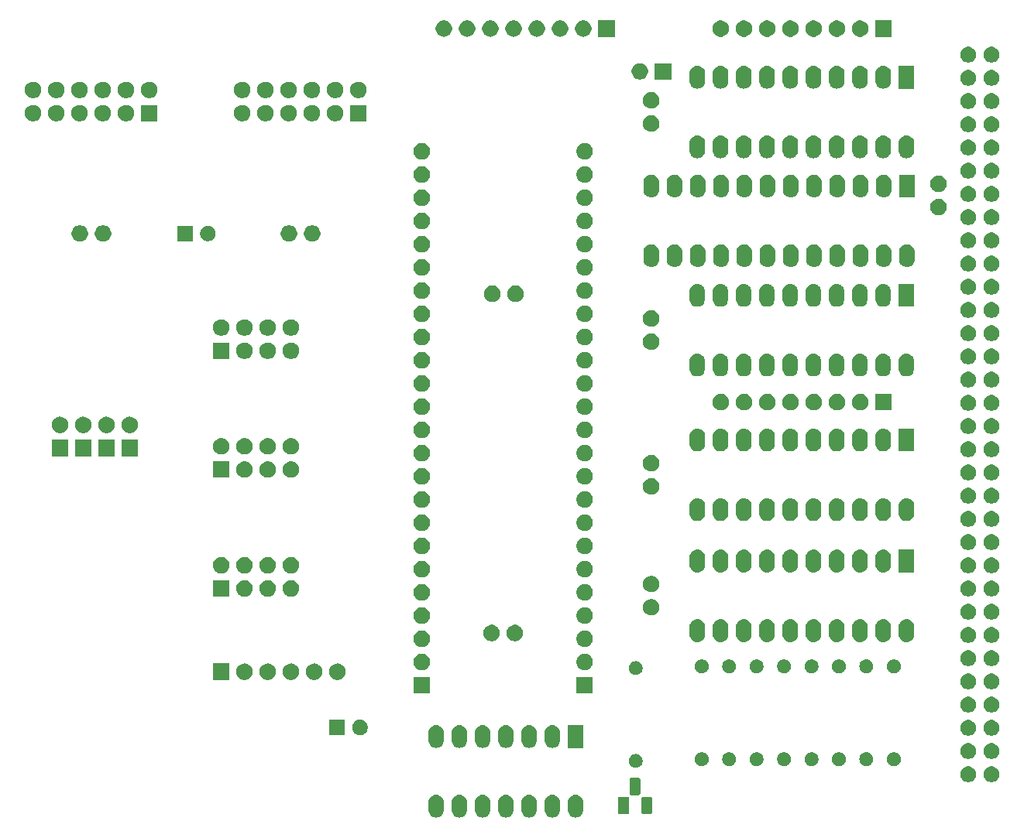
<source format=gbr>
G04 #@! TF.GenerationSoftware,KiCad,Pcbnew,(5.1.5-0-10_14)*
G04 #@! TF.CreationDate,2021-08-15T18:30:29+01:00*
G04 #@! TF.ProjectId,xosera,786f7365-7261-42e6-9b69-6361645f7063,rev?*
G04 #@! TF.SameCoordinates,Original*
G04 #@! TF.FileFunction,Soldermask,Top*
G04 #@! TF.FilePolarity,Negative*
%FSLAX46Y46*%
G04 Gerber Fmt 4.6, Leading zero omitted, Abs format (unit mm)*
G04 Created by KiCad (PCBNEW (5.1.5-0-10_14)) date 2021-08-15 18:30:29*
%MOMM*%
%LPD*%
G04 APERTURE LIST*
%ADD10C,0.100000*%
G04 APERTURE END LIST*
D10*
G36*
X150959823Y-132592313D02*
G01*
X151120242Y-132640976D01*
X151252906Y-132711886D01*
X151268078Y-132719996D01*
X151397659Y-132826341D01*
X151504004Y-132955922D01*
X151504005Y-132955924D01*
X151583024Y-133103758D01*
X151631687Y-133264178D01*
X151644000Y-133389197D01*
X151644000Y-134272804D01*
X151631687Y-134397823D01*
X151583024Y-134558242D01*
X151553228Y-134613986D01*
X151504004Y-134706078D01*
X151397659Y-134835659D01*
X151268077Y-134942005D01*
X151120241Y-135021024D01*
X150959822Y-135069687D01*
X150793000Y-135086117D01*
X150626177Y-135069687D01*
X150465758Y-135021024D01*
X150317924Y-134942005D01*
X150317922Y-134942004D01*
X150188341Y-134835659D01*
X150081995Y-134706077D01*
X150002976Y-134558241D01*
X149954313Y-134397822D01*
X149942000Y-134272803D01*
X149942000Y-133389197D01*
X149954314Y-133264177D01*
X150002977Y-133103758D01*
X150081996Y-132955924D01*
X150081997Y-132955922D01*
X150188342Y-132826341D01*
X150317923Y-132719996D01*
X150333095Y-132711886D01*
X150465759Y-132640976D01*
X150626178Y-132592313D01*
X150793000Y-132575883D01*
X150959823Y-132592313D01*
G37*
G36*
X153499823Y-132592313D02*
G01*
X153660242Y-132640976D01*
X153792906Y-132711886D01*
X153808078Y-132719996D01*
X153937659Y-132826341D01*
X154044004Y-132955922D01*
X154044005Y-132955924D01*
X154123024Y-133103758D01*
X154171687Y-133264178D01*
X154184000Y-133389197D01*
X154184000Y-134272804D01*
X154171687Y-134397823D01*
X154123024Y-134558242D01*
X154093228Y-134613986D01*
X154044004Y-134706078D01*
X153937659Y-134835659D01*
X153808077Y-134942005D01*
X153660241Y-135021024D01*
X153499822Y-135069687D01*
X153333000Y-135086117D01*
X153166177Y-135069687D01*
X153005758Y-135021024D01*
X152857924Y-134942005D01*
X152857922Y-134942004D01*
X152728341Y-134835659D01*
X152621995Y-134706077D01*
X152542976Y-134558241D01*
X152494313Y-134397822D01*
X152482000Y-134272803D01*
X152482000Y-133389197D01*
X152494314Y-133264177D01*
X152542977Y-133103758D01*
X152621996Y-132955924D01*
X152621997Y-132955922D01*
X152728342Y-132826341D01*
X152857923Y-132719996D01*
X152873095Y-132711886D01*
X153005759Y-132640976D01*
X153166178Y-132592313D01*
X153333000Y-132575883D01*
X153499823Y-132592313D01*
G37*
G36*
X156039823Y-132592313D02*
G01*
X156200242Y-132640976D01*
X156332906Y-132711886D01*
X156348078Y-132719996D01*
X156477659Y-132826341D01*
X156584004Y-132955922D01*
X156584005Y-132955924D01*
X156663024Y-133103758D01*
X156711687Y-133264178D01*
X156724000Y-133389197D01*
X156724000Y-134272804D01*
X156711687Y-134397823D01*
X156663024Y-134558242D01*
X156633228Y-134613986D01*
X156584004Y-134706078D01*
X156477659Y-134835659D01*
X156348077Y-134942005D01*
X156200241Y-135021024D01*
X156039822Y-135069687D01*
X155873000Y-135086117D01*
X155706177Y-135069687D01*
X155545758Y-135021024D01*
X155397924Y-134942005D01*
X155397922Y-134942004D01*
X155268341Y-134835659D01*
X155161995Y-134706077D01*
X155082976Y-134558241D01*
X155034313Y-134397822D01*
X155022000Y-134272803D01*
X155022000Y-133389197D01*
X155034314Y-133264177D01*
X155082977Y-133103758D01*
X155161996Y-132955924D01*
X155161997Y-132955922D01*
X155268342Y-132826341D01*
X155397923Y-132719996D01*
X155413095Y-132711886D01*
X155545759Y-132640976D01*
X155706178Y-132592313D01*
X155873000Y-132575883D01*
X156039823Y-132592313D01*
G37*
G36*
X158579823Y-132592313D02*
G01*
X158740242Y-132640976D01*
X158872906Y-132711886D01*
X158888078Y-132719996D01*
X159017659Y-132826341D01*
X159124004Y-132955922D01*
X159124005Y-132955924D01*
X159203024Y-133103758D01*
X159251687Y-133264178D01*
X159264000Y-133389197D01*
X159264000Y-134272804D01*
X159251687Y-134397823D01*
X159203024Y-134558242D01*
X159173228Y-134613986D01*
X159124004Y-134706078D01*
X159017659Y-134835659D01*
X158888077Y-134942005D01*
X158740241Y-135021024D01*
X158579822Y-135069687D01*
X158413000Y-135086117D01*
X158246177Y-135069687D01*
X158085758Y-135021024D01*
X157937924Y-134942005D01*
X157937922Y-134942004D01*
X157808341Y-134835659D01*
X157701995Y-134706077D01*
X157622976Y-134558241D01*
X157574313Y-134397822D01*
X157562000Y-134272803D01*
X157562000Y-133389197D01*
X157574314Y-133264177D01*
X157622977Y-133103758D01*
X157701996Y-132955924D01*
X157701997Y-132955922D01*
X157808342Y-132826341D01*
X157937923Y-132719996D01*
X157953095Y-132711886D01*
X158085759Y-132640976D01*
X158246178Y-132592313D01*
X158413000Y-132575883D01*
X158579823Y-132592313D01*
G37*
G36*
X161119823Y-132592313D02*
G01*
X161280242Y-132640976D01*
X161412906Y-132711886D01*
X161428078Y-132719996D01*
X161557659Y-132826341D01*
X161664004Y-132955922D01*
X161664005Y-132955924D01*
X161743024Y-133103758D01*
X161791687Y-133264178D01*
X161804000Y-133389197D01*
X161804000Y-134272804D01*
X161791687Y-134397823D01*
X161743024Y-134558242D01*
X161713228Y-134613986D01*
X161664004Y-134706078D01*
X161557659Y-134835659D01*
X161428077Y-134942005D01*
X161280241Y-135021024D01*
X161119822Y-135069687D01*
X160953000Y-135086117D01*
X160786177Y-135069687D01*
X160625758Y-135021024D01*
X160477924Y-134942005D01*
X160477922Y-134942004D01*
X160348341Y-134835659D01*
X160241995Y-134706077D01*
X160162976Y-134558241D01*
X160114313Y-134397822D01*
X160102000Y-134272803D01*
X160102000Y-133389197D01*
X160114314Y-133264177D01*
X160162977Y-133103758D01*
X160241996Y-132955924D01*
X160241997Y-132955922D01*
X160348342Y-132826341D01*
X160477923Y-132719996D01*
X160493095Y-132711886D01*
X160625759Y-132640976D01*
X160786178Y-132592313D01*
X160953000Y-132575883D01*
X161119823Y-132592313D01*
G37*
G36*
X163659823Y-132592313D02*
G01*
X163820242Y-132640976D01*
X163952906Y-132711886D01*
X163968078Y-132719996D01*
X164097659Y-132826341D01*
X164204004Y-132955922D01*
X164204005Y-132955924D01*
X164283024Y-133103758D01*
X164331687Y-133264178D01*
X164344000Y-133389197D01*
X164344000Y-134272804D01*
X164331687Y-134397823D01*
X164283024Y-134558242D01*
X164253228Y-134613986D01*
X164204004Y-134706078D01*
X164097659Y-134835659D01*
X163968077Y-134942005D01*
X163820241Y-135021024D01*
X163659822Y-135069687D01*
X163493000Y-135086117D01*
X163326177Y-135069687D01*
X163165758Y-135021024D01*
X163017924Y-134942005D01*
X163017922Y-134942004D01*
X162888341Y-134835659D01*
X162781995Y-134706077D01*
X162702976Y-134558241D01*
X162654313Y-134397822D01*
X162642000Y-134272803D01*
X162642000Y-133389197D01*
X162654314Y-133264177D01*
X162702977Y-133103758D01*
X162781996Y-132955924D01*
X162781997Y-132955922D01*
X162888342Y-132826341D01*
X163017923Y-132719996D01*
X163033095Y-132711886D01*
X163165759Y-132640976D01*
X163326178Y-132592313D01*
X163493000Y-132575883D01*
X163659823Y-132592313D01*
G37*
G36*
X166199823Y-132592313D02*
G01*
X166360242Y-132640976D01*
X166492906Y-132711886D01*
X166508078Y-132719996D01*
X166637659Y-132826341D01*
X166744004Y-132955922D01*
X166744005Y-132955924D01*
X166823024Y-133103758D01*
X166871687Y-133264178D01*
X166884000Y-133389197D01*
X166884000Y-134272804D01*
X166871687Y-134397823D01*
X166823024Y-134558242D01*
X166793228Y-134613986D01*
X166744004Y-134706078D01*
X166637659Y-134835659D01*
X166508077Y-134942005D01*
X166360241Y-135021024D01*
X166199822Y-135069687D01*
X166033000Y-135086117D01*
X165866177Y-135069687D01*
X165705758Y-135021024D01*
X165557924Y-134942005D01*
X165557922Y-134942004D01*
X165428341Y-134835659D01*
X165321995Y-134706077D01*
X165242976Y-134558241D01*
X165194313Y-134397822D01*
X165182000Y-134272803D01*
X165182000Y-133389197D01*
X165194314Y-133264177D01*
X165242977Y-133103758D01*
X165321996Y-132955924D01*
X165321997Y-132955922D01*
X165428342Y-132826341D01*
X165557923Y-132719996D01*
X165573095Y-132711886D01*
X165705759Y-132640976D01*
X165866178Y-132592313D01*
X166033000Y-132575883D01*
X166199823Y-132592313D01*
G37*
G36*
X171875000Y-134702000D02*
G01*
X170673000Y-134702000D01*
X170673000Y-132800000D01*
X171875000Y-132800000D01*
X171875000Y-134702000D01*
G37*
G36*
X174223315Y-132805166D02*
G01*
X174267843Y-132818674D01*
X174308892Y-132840615D01*
X174344864Y-132870136D01*
X174374385Y-132906108D01*
X174396326Y-132947157D01*
X174409834Y-132991685D01*
X174415000Y-133044140D01*
X174415000Y-134457860D01*
X174409834Y-134510315D01*
X174396326Y-134554843D01*
X174374385Y-134595892D01*
X174344864Y-134631864D01*
X174308892Y-134661385D01*
X174267843Y-134683326D01*
X174223315Y-134696834D01*
X174170860Y-134702000D01*
X173457140Y-134702000D01*
X173404685Y-134696834D01*
X173360157Y-134683326D01*
X173319108Y-134661385D01*
X173283136Y-134631864D01*
X173253615Y-134595892D01*
X173231674Y-134554843D01*
X173218166Y-134510315D01*
X173213000Y-134457860D01*
X173213000Y-133044140D01*
X173218166Y-132991685D01*
X173231674Y-132947157D01*
X173253615Y-132906108D01*
X173283136Y-132870136D01*
X173319108Y-132840615D01*
X173360157Y-132818674D01*
X173404685Y-132805166D01*
X173457140Y-132800000D01*
X174170860Y-132800000D01*
X174223315Y-132805166D01*
G37*
G36*
X172953315Y-130735166D02*
G01*
X172997843Y-130748674D01*
X173038892Y-130770615D01*
X173074864Y-130800136D01*
X173104385Y-130836108D01*
X173126326Y-130877157D01*
X173139834Y-130921685D01*
X173145000Y-130974140D01*
X173145000Y-132387860D01*
X173139834Y-132440315D01*
X173126326Y-132484843D01*
X173104385Y-132525892D01*
X173074864Y-132561864D01*
X173038892Y-132591385D01*
X172997843Y-132613326D01*
X172953315Y-132626834D01*
X172900860Y-132632000D01*
X172187140Y-132632000D01*
X172134685Y-132626834D01*
X172090153Y-132613325D01*
X172058923Y-132596632D01*
X172044320Y-132590583D01*
X172033256Y-132578376D01*
X172013136Y-132561864D01*
X171983615Y-132525892D01*
X171961674Y-132484843D01*
X171948166Y-132440315D01*
X171943000Y-132387860D01*
X171943000Y-130974140D01*
X171948166Y-130921685D01*
X171961674Y-130877157D01*
X171983615Y-130836108D01*
X172013136Y-130800136D01*
X172049108Y-130770615D01*
X172090157Y-130748674D01*
X172134685Y-130735166D01*
X172187140Y-130730000D01*
X172900860Y-130730000D01*
X172953315Y-130735166D01*
G37*
G36*
X211749903Y-129513587D02*
G01*
X211907068Y-129578687D01*
X212048513Y-129673198D01*
X212168802Y-129793487D01*
X212263313Y-129934932D01*
X212328413Y-130092097D01*
X212361600Y-130258943D01*
X212361600Y-130429057D01*
X212328413Y-130595903D01*
X212263313Y-130753068D01*
X212168802Y-130894513D01*
X212048513Y-131014802D01*
X211907068Y-131109313D01*
X211749903Y-131174413D01*
X211583057Y-131207600D01*
X211412943Y-131207600D01*
X211246097Y-131174413D01*
X211088932Y-131109313D01*
X210947487Y-131014802D01*
X210827198Y-130894513D01*
X210732687Y-130753068D01*
X210667587Y-130595903D01*
X210634400Y-130429057D01*
X210634400Y-130258943D01*
X210667587Y-130092097D01*
X210732687Y-129934932D01*
X210827198Y-129793487D01*
X210947487Y-129673198D01*
X211088932Y-129578687D01*
X211246097Y-129513587D01*
X211412943Y-129480400D01*
X211583057Y-129480400D01*
X211749903Y-129513587D01*
G37*
G36*
X209209903Y-129513587D02*
G01*
X209367068Y-129578687D01*
X209508513Y-129673198D01*
X209628802Y-129793487D01*
X209723313Y-129934932D01*
X209788413Y-130092097D01*
X209821600Y-130258943D01*
X209821600Y-130429057D01*
X209788413Y-130595903D01*
X209723313Y-130753068D01*
X209628802Y-130894513D01*
X209508513Y-131014802D01*
X209367068Y-131109313D01*
X209209903Y-131174413D01*
X209043057Y-131207600D01*
X208872943Y-131207600D01*
X208706097Y-131174413D01*
X208548932Y-131109313D01*
X208407487Y-131014802D01*
X208287198Y-130894513D01*
X208192687Y-130753068D01*
X208127587Y-130595903D01*
X208094400Y-130429057D01*
X208094400Y-130258943D01*
X208127587Y-130092097D01*
X208192687Y-129934932D01*
X208287198Y-129793487D01*
X208407487Y-129673198D01*
X208548932Y-129578687D01*
X208706097Y-129513587D01*
X208872943Y-129480400D01*
X209043057Y-129480400D01*
X209209903Y-129513587D01*
G37*
G36*
X172792195Y-128135522D02*
G01*
X172841267Y-128145283D01*
X172979942Y-128202724D01*
X173104747Y-128286116D01*
X173210884Y-128392253D01*
X173294276Y-128517058D01*
X173342886Y-128634413D01*
X173351717Y-128655734D01*
X173376247Y-128779052D01*
X173381000Y-128802950D01*
X173381000Y-128953050D01*
X173351717Y-129100267D01*
X173294276Y-129238942D01*
X173210884Y-129363747D01*
X173104747Y-129469884D01*
X172979942Y-129553276D01*
X172841267Y-129610717D01*
X172792195Y-129620478D01*
X172694052Y-129640000D01*
X172543948Y-129640000D01*
X172445805Y-129620478D01*
X172396733Y-129610717D01*
X172258058Y-129553276D01*
X172133253Y-129469884D01*
X172027116Y-129363747D01*
X171943724Y-129238942D01*
X171886283Y-129100267D01*
X171857000Y-128953050D01*
X171857000Y-128802950D01*
X171861754Y-128779052D01*
X171886283Y-128655734D01*
X171895114Y-128634413D01*
X171943724Y-128517058D01*
X172027116Y-128392253D01*
X172133253Y-128286116D01*
X172258058Y-128202724D01*
X172396733Y-128145283D01*
X172445805Y-128135522D01*
X172543948Y-128116000D01*
X172694052Y-128116000D01*
X172792195Y-128135522D01*
G37*
G36*
X186001195Y-127961522D02*
G01*
X186050267Y-127971283D01*
X186188942Y-128028724D01*
X186313747Y-128112116D01*
X186419884Y-128218253D01*
X186503276Y-128343058D01*
X186560717Y-128481733D01*
X186567744Y-128517059D01*
X186590000Y-128628948D01*
X186590000Y-128779052D01*
X186585246Y-128802950D01*
X186560717Y-128926267D01*
X186503276Y-129064942D01*
X186419884Y-129189747D01*
X186313747Y-129295884D01*
X186188942Y-129379276D01*
X186050267Y-129436717D01*
X186001195Y-129446478D01*
X185903052Y-129466000D01*
X185752948Y-129466000D01*
X185654805Y-129446478D01*
X185605733Y-129436717D01*
X185467058Y-129379276D01*
X185342253Y-129295884D01*
X185236116Y-129189747D01*
X185152724Y-129064942D01*
X185095283Y-128926267D01*
X185070754Y-128802950D01*
X185066000Y-128779052D01*
X185066000Y-128628948D01*
X185088256Y-128517059D01*
X185095283Y-128481733D01*
X185152724Y-128343058D01*
X185236116Y-128218253D01*
X185342253Y-128112116D01*
X185467058Y-128028724D01*
X185605733Y-127971283D01*
X185654805Y-127961522D01*
X185752948Y-127942000D01*
X185903052Y-127942000D01*
X186001195Y-127961522D01*
G37*
G36*
X192001195Y-127961522D02*
G01*
X192050267Y-127971283D01*
X192188942Y-128028724D01*
X192313747Y-128112116D01*
X192419884Y-128218253D01*
X192503276Y-128343058D01*
X192560717Y-128481733D01*
X192567744Y-128517059D01*
X192590000Y-128628948D01*
X192590000Y-128779052D01*
X192585246Y-128802950D01*
X192560717Y-128926267D01*
X192503276Y-129064942D01*
X192419884Y-129189747D01*
X192313747Y-129295884D01*
X192188942Y-129379276D01*
X192050267Y-129436717D01*
X192001195Y-129446478D01*
X191903052Y-129466000D01*
X191752948Y-129466000D01*
X191654805Y-129446478D01*
X191605733Y-129436717D01*
X191467058Y-129379276D01*
X191342253Y-129295884D01*
X191236116Y-129189747D01*
X191152724Y-129064942D01*
X191095283Y-128926267D01*
X191070754Y-128802950D01*
X191066000Y-128779052D01*
X191066000Y-128628948D01*
X191088256Y-128517059D01*
X191095283Y-128481733D01*
X191152724Y-128343058D01*
X191236116Y-128218253D01*
X191342253Y-128112116D01*
X191467058Y-128028724D01*
X191605733Y-127971283D01*
X191654805Y-127961522D01*
X191752948Y-127942000D01*
X191903052Y-127942000D01*
X192001195Y-127961522D01*
G37*
G36*
X201001195Y-127961522D02*
G01*
X201050267Y-127971283D01*
X201188942Y-128028724D01*
X201313747Y-128112116D01*
X201419884Y-128218253D01*
X201503276Y-128343058D01*
X201560717Y-128481733D01*
X201567744Y-128517059D01*
X201590000Y-128628948D01*
X201590000Y-128779052D01*
X201585246Y-128802950D01*
X201560717Y-128926267D01*
X201503276Y-129064942D01*
X201419884Y-129189747D01*
X201313747Y-129295884D01*
X201188942Y-129379276D01*
X201050267Y-129436717D01*
X201001195Y-129446478D01*
X200903052Y-129466000D01*
X200752948Y-129466000D01*
X200654805Y-129446478D01*
X200605733Y-129436717D01*
X200467058Y-129379276D01*
X200342253Y-129295884D01*
X200236116Y-129189747D01*
X200152724Y-129064942D01*
X200095283Y-128926267D01*
X200070754Y-128802950D01*
X200066000Y-128779052D01*
X200066000Y-128628948D01*
X200088256Y-128517059D01*
X200095283Y-128481733D01*
X200152724Y-128343058D01*
X200236116Y-128218253D01*
X200342253Y-128112116D01*
X200467058Y-128028724D01*
X200605733Y-127971283D01*
X200654805Y-127961522D01*
X200752948Y-127942000D01*
X200903052Y-127942000D01*
X201001195Y-127961522D01*
G37*
G36*
X195001195Y-127961522D02*
G01*
X195050267Y-127971283D01*
X195188942Y-128028724D01*
X195313747Y-128112116D01*
X195419884Y-128218253D01*
X195503276Y-128343058D01*
X195560717Y-128481733D01*
X195567744Y-128517059D01*
X195590000Y-128628948D01*
X195590000Y-128779052D01*
X195585246Y-128802950D01*
X195560717Y-128926267D01*
X195503276Y-129064942D01*
X195419884Y-129189747D01*
X195313747Y-129295884D01*
X195188942Y-129379276D01*
X195050267Y-129436717D01*
X195001195Y-129446478D01*
X194903052Y-129466000D01*
X194752948Y-129466000D01*
X194654805Y-129446478D01*
X194605733Y-129436717D01*
X194467058Y-129379276D01*
X194342253Y-129295884D01*
X194236116Y-129189747D01*
X194152724Y-129064942D01*
X194095283Y-128926267D01*
X194070754Y-128802950D01*
X194066000Y-128779052D01*
X194066000Y-128628948D01*
X194088256Y-128517059D01*
X194095283Y-128481733D01*
X194152724Y-128343058D01*
X194236116Y-128218253D01*
X194342253Y-128112116D01*
X194467058Y-128028724D01*
X194605733Y-127971283D01*
X194654805Y-127961522D01*
X194752948Y-127942000D01*
X194903052Y-127942000D01*
X195001195Y-127961522D01*
G37*
G36*
X189001195Y-127961522D02*
G01*
X189050267Y-127971283D01*
X189188942Y-128028724D01*
X189313747Y-128112116D01*
X189419884Y-128218253D01*
X189503276Y-128343058D01*
X189560717Y-128481733D01*
X189567744Y-128517059D01*
X189590000Y-128628948D01*
X189590000Y-128779052D01*
X189585246Y-128802950D01*
X189560717Y-128926267D01*
X189503276Y-129064942D01*
X189419884Y-129189747D01*
X189313747Y-129295884D01*
X189188942Y-129379276D01*
X189050267Y-129436717D01*
X189001195Y-129446478D01*
X188903052Y-129466000D01*
X188752948Y-129466000D01*
X188654805Y-129446478D01*
X188605733Y-129436717D01*
X188467058Y-129379276D01*
X188342253Y-129295884D01*
X188236116Y-129189747D01*
X188152724Y-129064942D01*
X188095283Y-128926267D01*
X188070754Y-128802950D01*
X188066000Y-128779052D01*
X188066000Y-128628948D01*
X188088256Y-128517059D01*
X188095283Y-128481733D01*
X188152724Y-128343058D01*
X188236116Y-128218253D01*
X188342253Y-128112116D01*
X188467058Y-128028724D01*
X188605733Y-127971283D01*
X188654805Y-127961522D01*
X188752948Y-127942000D01*
X188903052Y-127942000D01*
X189001195Y-127961522D01*
G37*
G36*
X180001195Y-127961522D02*
G01*
X180050267Y-127971283D01*
X180188942Y-128028724D01*
X180313747Y-128112116D01*
X180419884Y-128218253D01*
X180503276Y-128343058D01*
X180560717Y-128481733D01*
X180567744Y-128517059D01*
X180590000Y-128628948D01*
X180590000Y-128779052D01*
X180585246Y-128802950D01*
X180560717Y-128926267D01*
X180503276Y-129064942D01*
X180419884Y-129189747D01*
X180313747Y-129295884D01*
X180188942Y-129379276D01*
X180050267Y-129436717D01*
X180001195Y-129446478D01*
X179903052Y-129466000D01*
X179752948Y-129466000D01*
X179654805Y-129446478D01*
X179605733Y-129436717D01*
X179467058Y-129379276D01*
X179342253Y-129295884D01*
X179236116Y-129189747D01*
X179152724Y-129064942D01*
X179095283Y-128926267D01*
X179070754Y-128802950D01*
X179066000Y-128779052D01*
X179066000Y-128628948D01*
X179088256Y-128517059D01*
X179095283Y-128481733D01*
X179152724Y-128343058D01*
X179236116Y-128218253D01*
X179342253Y-128112116D01*
X179467058Y-128028724D01*
X179605733Y-127971283D01*
X179654805Y-127961522D01*
X179752948Y-127942000D01*
X179903052Y-127942000D01*
X180001195Y-127961522D01*
G37*
G36*
X183001195Y-127961522D02*
G01*
X183050267Y-127971283D01*
X183188942Y-128028724D01*
X183313747Y-128112116D01*
X183419884Y-128218253D01*
X183503276Y-128343058D01*
X183560717Y-128481733D01*
X183567744Y-128517059D01*
X183590000Y-128628948D01*
X183590000Y-128779052D01*
X183585246Y-128802950D01*
X183560717Y-128926267D01*
X183503276Y-129064942D01*
X183419884Y-129189747D01*
X183313747Y-129295884D01*
X183188942Y-129379276D01*
X183050267Y-129436717D01*
X183001195Y-129446478D01*
X182903052Y-129466000D01*
X182752948Y-129466000D01*
X182654805Y-129446478D01*
X182605733Y-129436717D01*
X182467058Y-129379276D01*
X182342253Y-129295884D01*
X182236116Y-129189747D01*
X182152724Y-129064942D01*
X182095283Y-128926267D01*
X182070754Y-128802950D01*
X182066000Y-128779052D01*
X182066000Y-128628948D01*
X182088256Y-128517059D01*
X182095283Y-128481733D01*
X182152724Y-128343058D01*
X182236116Y-128218253D01*
X182342253Y-128112116D01*
X182467058Y-128028724D01*
X182605733Y-127971283D01*
X182654805Y-127961522D01*
X182752948Y-127942000D01*
X182903052Y-127942000D01*
X183001195Y-127961522D01*
G37*
G36*
X198001195Y-127961522D02*
G01*
X198050267Y-127971283D01*
X198188942Y-128028724D01*
X198313747Y-128112116D01*
X198419884Y-128218253D01*
X198503276Y-128343058D01*
X198560717Y-128481733D01*
X198567744Y-128517059D01*
X198590000Y-128628948D01*
X198590000Y-128779052D01*
X198585246Y-128802950D01*
X198560717Y-128926267D01*
X198503276Y-129064942D01*
X198419884Y-129189747D01*
X198313747Y-129295884D01*
X198188942Y-129379276D01*
X198050267Y-129436717D01*
X198001195Y-129446478D01*
X197903052Y-129466000D01*
X197752948Y-129466000D01*
X197654805Y-129446478D01*
X197605733Y-129436717D01*
X197467058Y-129379276D01*
X197342253Y-129295884D01*
X197236116Y-129189747D01*
X197152724Y-129064942D01*
X197095283Y-128926267D01*
X197070754Y-128802950D01*
X197066000Y-128779052D01*
X197066000Y-128628948D01*
X197088256Y-128517059D01*
X197095283Y-128481733D01*
X197152724Y-128343058D01*
X197236116Y-128218253D01*
X197342253Y-128112116D01*
X197467058Y-128028724D01*
X197605733Y-127971283D01*
X197654805Y-127961522D01*
X197752948Y-127942000D01*
X197903052Y-127942000D01*
X198001195Y-127961522D01*
G37*
G36*
X211749903Y-126973587D02*
G01*
X211907068Y-127038687D01*
X212048513Y-127133198D01*
X212168802Y-127253487D01*
X212263313Y-127394932D01*
X212328413Y-127552097D01*
X212361600Y-127718943D01*
X212361600Y-127889057D01*
X212328413Y-128055903D01*
X212263313Y-128213068D01*
X212168802Y-128354513D01*
X212048513Y-128474802D01*
X211907068Y-128569313D01*
X211749903Y-128634413D01*
X211583057Y-128667600D01*
X211412943Y-128667600D01*
X211246097Y-128634413D01*
X211088932Y-128569313D01*
X210947487Y-128474802D01*
X210827198Y-128354513D01*
X210732687Y-128213068D01*
X210667587Y-128055903D01*
X210634400Y-127889057D01*
X210634400Y-127718943D01*
X210667587Y-127552097D01*
X210732687Y-127394932D01*
X210827198Y-127253487D01*
X210947487Y-127133198D01*
X211088932Y-127038687D01*
X211246097Y-126973587D01*
X211412943Y-126940400D01*
X211583057Y-126940400D01*
X211749903Y-126973587D01*
G37*
G36*
X209209903Y-126973587D02*
G01*
X209367068Y-127038687D01*
X209508513Y-127133198D01*
X209628802Y-127253487D01*
X209723313Y-127394932D01*
X209788413Y-127552097D01*
X209821600Y-127718943D01*
X209821600Y-127889057D01*
X209788413Y-128055903D01*
X209723313Y-128213068D01*
X209628802Y-128354513D01*
X209508513Y-128474802D01*
X209367068Y-128569313D01*
X209209903Y-128634413D01*
X209043057Y-128667600D01*
X208872943Y-128667600D01*
X208706097Y-128634413D01*
X208548932Y-128569313D01*
X208407487Y-128474802D01*
X208287198Y-128354513D01*
X208192687Y-128213068D01*
X208127587Y-128055903D01*
X208094400Y-127889057D01*
X208094400Y-127718943D01*
X208127587Y-127552097D01*
X208192687Y-127394932D01*
X208287198Y-127253487D01*
X208407487Y-127133198D01*
X208548932Y-127038687D01*
X208706097Y-126973587D01*
X208872943Y-126940400D01*
X209043057Y-126940400D01*
X209209903Y-126973587D01*
G37*
G36*
X161119823Y-124972313D02*
G01*
X161280242Y-125020976D01*
X161412906Y-125091886D01*
X161428078Y-125099996D01*
X161557659Y-125206341D01*
X161664004Y-125335922D01*
X161664005Y-125335924D01*
X161743024Y-125483758D01*
X161791687Y-125644178D01*
X161804000Y-125769197D01*
X161804000Y-126652804D01*
X161791687Y-126777823D01*
X161743024Y-126938242D01*
X161724131Y-126973588D01*
X161664004Y-127086078D01*
X161625333Y-127133198D01*
X161557659Y-127215659D01*
X161428077Y-127322005D01*
X161280241Y-127401024D01*
X161119822Y-127449687D01*
X160953000Y-127466117D01*
X160786177Y-127449687D01*
X160625758Y-127401024D01*
X160477924Y-127322005D01*
X160477922Y-127322004D01*
X160348341Y-127215659D01*
X160241995Y-127086077D01*
X160162976Y-126938241D01*
X160114313Y-126777822D01*
X160102000Y-126652803D01*
X160102000Y-125769197D01*
X160114314Y-125644177D01*
X160162977Y-125483758D01*
X160241996Y-125335924D01*
X160241997Y-125335922D01*
X160348342Y-125206341D01*
X160477923Y-125099996D01*
X160493095Y-125091886D01*
X160625759Y-125020976D01*
X160786178Y-124972313D01*
X160953000Y-124955883D01*
X161119823Y-124972313D01*
G37*
G36*
X158579823Y-124972313D02*
G01*
X158740242Y-125020976D01*
X158872906Y-125091886D01*
X158888078Y-125099996D01*
X159017659Y-125206341D01*
X159124004Y-125335922D01*
X159124005Y-125335924D01*
X159203024Y-125483758D01*
X159251687Y-125644178D01*
X159264000Y-125769197D01*
X159264000Y-126652804D01*
X159251687Y-126777823D01*
X159203024Y-126938242D01*
X159184131Y-126973588D01*
X159124004Y-127086078D01*
X159085333Y-127133198D01*
X159017659Y-127215659D01*
X158888077Y-127322005D01*
X158740241Y-127401024D01*
X158579822Y-127449687D01*
X158413000Y-127466117D01*
X158246177Y-127449687D01*
X158085758Y-127401024D01*
X157937924Y-127322005D01*
X157937922Y-127322004D01*
X157808341Y-127215659D01*
X157701995Y-127086077D01*
X157622976Y-126938241D01*
X157574313Y-126777822D01*
X157562000Y-126652803D01*
X157562000Y-125769197D01*
X157574314Y-125644177D01*
X157622977Y-125483758D01*
X157701996Y-125335924D01*
X157701997Y-125335922D01*
X157808342Y-125206341D01*
X157937923Y-125099996D01*
X157953095Y-125091886D01*
X158085759Y-125020976D01*
X158246178Y-124972313D01*
X158413000Y-124955883D01*
X158579823Y-124972313D01*
G37*
G36*
X156039823Y-124972313D02*
G01*
X156200242Y-125020976D01*
X156332906Y-125091886D01*
X156348078Y-125099996D01*
X156477659Y-125206341D01*
X156584004Y-125335922D01*
X156584005Y-125335924D01*
X156663024Y-125483758D01*
X156711687Y-125644178D01*
X156724000Y-125769197D01*
X156724000Y-126652804D01*
X156711687Y-126777823D01*
X156663024Y-126938242D01*
X156644131Y-126973588D01*
X156584004Y-127086078D01*
X156545333Y-127133198D01*
X156477659Y-127215659D01*
X156348077Y-127322005D01*
X156200241Y-127401024D01*
X156039822Y-127449687D01*
X155873000Y-127466117D01*
X155706177Y-127449687D01*
X155545758Y-127401024D01*
X155397924Y-127322005D01*
X155397922Y-127322004D01*
X155268341Y-127215659D01*
X155161995Y-127086077D01*
X155082976Y-126938241D01*
X155034313Y-126777822D01*
X155022000Y-126652803D01*
X155022000Y-125769197D01*
X155034314Y-125644177D01*
X155082977Y-125483758D01*
X155161996Y-125335924D01*
X155161997Y-125335922D01*
X155268342Y-125206341D01*
X155397923Y-125099996D01*
X155413095Y-125091886D01*
X155545759Y-125020976D01*
X155706178Y-124972313D01*
X155873000Y-124955883D01*
X156039823Y-124972313D01*
G37*
G36*
X153499823Y-124972313D02*
G01*
X153660242Y-125020976D01*
X153792906Y-125091886D01*
X153808078Y-125099996D01*
X153937659Y-125206341D01*
X154044004Y-125335922D01*
X154044005Y-125335924D01*
X154123024Y-125483758D01*
X154171687Y-125644178D01*
X154184000Y-125769197D01*
X154184000Y-126652804D01*
X154171687Y-126777823D01*
X154123024Y-126938242D01*
X154104131Y-126973588D01*
X154044004Y-127086078D01*
X154005333Y-127133198D01*
X153937659Y-127215659D01*
X153808077Y-127322005D01*
X153660241Y-127401024D01*
X153499822Y-127449687D01*
X153333000Y-127466117D01*
X153166177Y-127449687D01*
X153005758Y-127401024D01*
X152857924Y-127322005D01*
X152857922Y-127322004D01*
X152728341Y-127215659D01*
X152621995Y-127086077D01*
X152542976Y-126938241D01*
X152494313Y-126777822D01*
X152482000Y-126652803D01*
X152482000Y-125769197D01*
X152494314Y-125644177D01*
X152542977Y-125483758D01*
X152621996Y-125335924D01*
X152621997Y-125335922D01*
X152728342Y-125206341D01*
X152857923Y-125099996D01*
X152873095Y-125091886D01*
X153005759Y-125020976D01*
X153166178Y-124972313D01*
X153333000Y-124955883D01*
X153499823Y-124972313D01*
G37*
G36*
X150959823Y-124972313D02*
G01*
X151120242Y-125020976D01*
X151252906Y-125091886D01*
X151268078Y-125099996D01*
X151397659Y-125206341D01*
X151504004Y-125335922D01*
X151504005Y-125335924D01*
X151583024Y-125483758D01*
X151631687Y-125644178D01*
X151644000Y-125769197D01*
X151644000Y-126652804D01*
X151631687Y-126777823D01*
X151583024Y-126938242D01*
X151564131Y-126973588D01*
X151504004Y-127086078D01*
X151465333Y-127133198D01*
X151397659Y-127215659D01*
X151268077Y-127322005D01*
X151120241Y-127401024D01*
X150959822Y-127449687D01*
X150793000Y-127466117D01*
X150626177Y-127449687D01*
X150465758Y-127401024D01*
X150317924Y-127322005D01*
X150317922Y-127322004D01*
X150188341Y-127215659D01*
X150081995Y-127086077D01*
X150002976Y-126938241D01*
X149954313Y-126777822D01*
X149942000Y-126652803D01*
X149942000Y-125769197D01*
X149954314Y-125644177D01*
X150002977Y-125483758D01*
X150081996Y-125335924D01*
X150081997Y-125335922D01*
X150188342Y-125206341D01*
X150317923Y-125099996D01*
X150333095Y-125091886D01*
X150465759Y-125020976D01*
X150626178Y-124972313D01*
X150793000Y-124955883D01*
X150959823Y-124972313D01*
G37*
G36*
X163659823Y-124972313D02*
G01*
X163820242Y-125020976D01*
X163952906Y-125091886D01*
X163968078Y-125099996D01*
X164097659Y-125206341D01*
X164204004Y-125335922D01*
X164204005Y-125335924D01*
X164283024Y-125483758D01*
X164331687Y-125644178D01*
X164344000Y-125769197D01*
X164344000Y-126652804D01*
X164331687Y-126777823D01*
X164283024Y-126938242D01*
X164264131Y-126973588D01*
X164204004Y-127086078D01*
X164165333Y-127133198D01*
X164097659Y-127215659D01*
X163968077Y-127322005D01*
X163820241Y-127401024D01*
X163659822Y-127449687D01*
X163493000Y-127466117D01*
X163326177Y-127449687D01*
X163165758Y-127401024D01*
X163017924Y-127322005D01*
X163017922Y-127322004D01*
X162888341Y-127215659D01*
X162781995Y-127086077D01*
X162702976Y-126938241D01*
X162654313Y-126777822D01*
X162642000Y-126652803D01*
X162642000Y-125769197D01*
X162654314Y-125644177D01*
X162702977Y-125483758D01*
X162781996Y-125335924D01*
X162781997Y-125335922D01*
X162888342Y-125206341D01*
X163017923Y-125099996D01*
X163033095Y-125091886D01*
X163165759Y-125020976D01*
X163326178Y-124972313D01*
X163493000Y-124955883D01*
X163659823Y-124972313D01*
G37*
G36*
X166884000Y-127462000D02*
G01*
X165182000Y-127462000D01*
X165182000Y-124960000D01*
X166884000Y-124960000D01*
X166884000Y-127462000D01*
G37*
G36*
X211749903Y-124433587D02*
G01*
X211907068Y-124498687D01*
X212048513Y-124593198D01*
X212168802Y-124713487D01*
X212263313Y-124854932D01*
X212328413Y-125012097D01*
X212361600Y-125178943D01*
X212361600Y-125349057D01*
X212328413Y-125515903D01*
X212263313Y-125673068D01*
X212168802Y-125814513D01*
X212048513Y-125934802D01*
X211907068Y-126029313D01*
X211749903Y-126094413D01*
X211583057Y-126127600D01*
X211412943Y-126127600D01*
X211246097Y-126094413D01*
X211088932Y-126029313D01*
X210947487Y-125934802D01*
X210827198Y-125814513D01*
X210732687Y-125673068D01*
X210667587Y-125515903D01*
X210634400Y-125349057D01*
X210634400Y-125178943D01*
X210667587Y-125012097D01*
X210732687Y-124854932D01*
X210827198Y-124713487D01*
X210947487Y-124593198D01*
X211088932Y-124498687D01*
X211246097Y-124433587D01*
X211412943Y-124400400D01*
X211583057Y-124400400D01*
X211749903Y-124433587D01*
G37*
G36*
X209209903Y-124433587D02*
G01*
X209367068Y-124498687D01*
X209508513Y-124593198D01*
X209628802Y-124713487D01*
X209723313Y-124854932D01*
X209788413Y-125012097D01*
X209821600Y-125178943D01*
X209821600Y-125349057D01*
X209788413Y-125515903D01*
X209723313Y-125673068D01*
X209628802Y-125814513D01*
X209508513Y-125934802D01*
X209367068Y-126029313D01*
X209209903Y-126094413D01*
X209043057Y-126127600D01*
X208872943Y-126127600D01*
X208706097Y-126094413D01*
X208548932Y-126029313D01*
X208407487Y-125934802D01*
X208287198Y-125814513D01*
X208192687Y-125673068D01*
X208127587Y-125515903D01*
X208094400Y-125349057D01*
X208094400Y-125178943D01*
X208127587Y-125012097D01*
X208192687Y-124854932D01*
X208287198Y-124713487D01*
X208407487Y-124593198D01*
X208548932Y-124498687D01*
X208706097Y-124433587D01*
X208872943Y-124400400D01*
X209043057Y-124400400D01*
X209209903Y-124433587D01*
G37*
G36*
X140826000Y-126076000D02*
G01*
X139124000Y-126076000D01*
X139124000Y-124374000D01*
X140826000Y-124374000D01*
X140826000Y-126076000D01*
G37*
G36*
X142723228Y-124406703D02*
G01*
X142878100Y-124470853D01*
X143017481Y-124563985D01*
X143136015Y-124682519D01*
X143229147Y-124821900D01*
X143293297Y-124976772D01*
X143326000Y-125141184D01*
X143326000Y-125308816D01*
X143293297Y-125473228D01*
X143229147Y-125628100D01*
X143136015Y-125767481D01*
X143017481Y-125886015D01*
X142878100Y-125979147D01*
X142723228Y-126043297D01*
X142558816Y-126076000D01*
X142391184Y-126076000D01*
X142226772Y-126043297D01*
X142071900Y-125979147D01*
X141932519Y-125886015D01*
X141813985Y-125767481D01*
X141720853Y-125628100D01*
X141656703Y-125473228D01*
X141624000Y-125308816D01*
X141624000Y-125141184D01*
X141656703Y-124976772D01*
X141720853Y-124821900D01*
X141813985Y-124682519D01*
X141932519Y-124563985D01*
X142071900Y-124470853D01*
X142226772Y-124406703D01*
X142391184Y-124374000D01*
X142558816Y-124374000D01*
X142723228Y-124406703D01*
G37*
G36*
X211749903Y-121893587D02*
G01*
X211907068Y-121958687D01*
X212048513Y-122053198D01*
X212168802Y-122173487D01*
X212263313Y-122314932D01*
X212328413Y-122472097D01*
X212361600Y-122638943D01*
X212361600Y-122809057D01*
X212328413Y-122975903D01*
X212263313Y-123133068D01*
X212168802Y-123274513D01*
X212048513Y-123394802D01*
X211907068Y-123489313D01*
X211749903Y-123554413D01*
X211583057Y-123587600D01*
X211412943Y-123587600D01*
X211246097Y-123554413D01*
X211088932Y-123489313D01*
X210947487Y-123394802D01*
X210827198Y-123274513D01*
X210732687Y-123133068D01*
X210667587Y-122975903D01*
X210634400Y-122809057D01*
X210634400Y-122638943D01*
X210667587Y-122472097D01*
X210732687Y-122314932D01*
X210827198Y-122173487D01*
X210947487Y-122053198D01*
X211088932Y-121958687D01*
X211246097Y-121893587D01*
X211412943Y-121860400D01*
X211583057Y-121860400D01*
X211749903Y-121893587D01*
G37*
G36*
X209209903Y-121893587D02*
G01*
X209367068Y-121958687D01*
X209508513Y-122053198D01*
X209628802Y-122173487D01*
X209723313Y-122314932D01*
X209788413Y-122472097D01*
X209821600Y-122638943D01*
X209821600Y-122809057D01*
X209788413Y-122975903D01*
X209723313Y-123133068D01*
X209628802Y-123274513D01*
X209508513Y-123394802D01*
X209367068Y-123489313D01*
X209209903Y-123554413D01*
X209043057Y-123587600D01*
X208872943Y-123587600D01*
X208706097Y-123554413D01*
X208548932Y-123489313D01*
X208407487Y-123394802D01*
X208287198Y-123274513D01*
X208192687Y-123133068D01*
X208127587Y-122975903D01*
X208094400Y-122809057D01*
X208094400Y-122638943D01*
X208127587Y-122472097D01*
X208192687Y-122314932D01*
X208287198Y-122173487D01*
X208407487Y-122053198D01*
X208548932Y-121958687D01*
X208706097Y-121893587D01*
X208872943Y-121860400D01*
X209043057Y-121860400D01*
X209209903Y-121893587D01*
G37*
G36*
X167935000Y-121491000D02*
G01*
X166133000Y-121491000D01*
X166133000Y-119689000D01*
X167935000Y-119689000D01*
X167935000Y-121491000D01*
G37*
G36*
X150135000Y-121491000D02*
G01*
X148333000Y-121491000D01*
X148333000Y-119689000D01*
X150135000Y-119689000D01*
X150135000Y-121491000D01*
G37*
G36*
X209209903Y-119353587D02*
G01*
X209367068Y-119418687D01*
X209508513Y-119513198D01*
X209628802Y-119633487D01*
X209723313Y-119774932D01*
X209788413Y-119932097D01*
X209821600Y-120098943D01*
X209821600Y-120269057D01*
X209788413Y-120435903D01*
X209723313Y-120593068D01*
X209628802Y-120734513D01*
X209508513Y-120854802D01*
X209367068Y-120949313D01*
X209209903Y-121014413D01*
X209043057Y-121047600D01*
X208872943Y-121047600D01*
X208706097Y-121014413D01*
X208548932Y-120949313D01*
X208407487Y-120854802D01*
X208287198Y-120734513D01*
X208192687Y-120593068D01*
X208127587Y-120435903D01*
X208094400Y-120269057D01*
X208094400Y-120098943D01*
X208127587Y-119932097D01*
X208192687Y-119774932D01*
X208287198Y-119633487D01*
X208407487Y-119513198D01*
X208548932Y-119418687D01*
X208706097Y-119353587D01*
X208872943Y-119320400D01*
X209043057Y-119320400D01*
X209209903Y-119353587D01*
G37*
G36*
X211749903Y-119353587D02*
G01*
X211907068Y-119418687D01*
X212048513Y-119513198D01*
X212168802Y-119633487D01*
X212263313Y-119774932D01*
X212328413Y-119932097D01*
X212361600Y-120098943D01*
X212361600Y-120269057D01*
X212328413Y-120435903D01*
X212263313Y-120593068D01*
X212168802Y-120734513D01*
X212048513Y-120854802D01*
X211907068Y-120949313D01*
X211749903Y-121014413D01*
X211583057Y-121047600D01*
X211412943Y-121047600D01*
X211246097Y-121014413D01*
X211088932Y-120949313D01*
X210947487Y-120854802D01*
X210827198Y-120734513D01*
X210732687Y-120593068D01*
X210667587Y-120435903D01*
X210634400Y-120269057D01*
X210634400Y-120098943D01*
X210667587Y-119932097D01*
X210732687Y-119774932D01*
X210827198Y-119633487D01*
X210947487Y-119513198D01*
X211088932Y-119418687D01*
X211246097Y-119353587D01*
X211412943Y-119320400D01*
X211583057Y-119320400D01*
X211749903Y-119353587D01*
G37*
G36*
X140121512Y-118228927D02*
G01*
X140270812Y-118258624D01*
X140434784Y-118326544D01*
X140582354Y-118425147D01*
X140707853Y-118550646D01*
X140806456Y-118698216D01*
X140874376Y-118862188D01*
X140909000Y-119036259D01*
X140909000Y-119213741D01*
X140874376Y-119387812D01*
X140806456Y-119551784D01*
X140707853Y-119699354D01*
X140582354Y-119824853D01*
X140434784Y-119923456D01*
X140270812Y-119991376D01*
X140121512Y-120021073D01*
X140096742Y-120026000D01*
X139919258Y-120026000D01*
X139894488Y-120021073D01*
X139745188Y-119991376D01*
X139581216Y-119923456D01*
X139433646Y-119824853D01*
X139308147Y-119699354D01*
X139209544Y-119551784D01*
X139141624Y-119387812D01*
X139107000Y-119213741D01*
X139107000Y-119036259D01*
X139141624Y-118862188D01*
X139209544Y-118698216D01*
X139308147Y-118550646D01*
X139433646Y-118425147D01*
X139581216Y-118326544D01*
X139745188Y-118258624D01*
X139894488Y-118228927D01*
X139919258Y-118224000D01*
X140096742Y-118224000D01*
X140121512Y-118228927D01*
G37*
G36*
X137581512Y-118228927D02*
G01*
X137730812Y-118258624D01*
X137894784Y-118326544D01*
X138042354Y-118425147D01*
X138167853Y-118550646D01*
X138266456Y-118698216D01*
X138334376Y-118862188D01*
X138369000Y-119036259D01*
X138369000Y-119213741D01*
X138334376Y-119387812D01*
X138266456Y-119551784D01*
X138167853Y-119699354D01*
X138042354Y-119824853D01*
X137894784Y-119923456D01*
X137730812Y-119991376D01*
X137581512Y-120021073D01*
X137556742Y-120026000D01*
X137379258Y-120026000D01*
X137354488Y-120021073D01*
X137205188Y-119991376D01*
X137041216Y-119923456D01*
X136893646Y-119824853D01*
X136768147Y-119699354D01*
X136669544Y-119551784D01*
X136601624Y-119387812D01*
X136567000Y-119213741D01*
X136567000Y-119036259D01*
X136601624Y-118862188D01*
X136669544Y-118698216D01*
X136768147Y-118550646D01*
X136893646Y-118425147D01*
X137041216Y-118326544D01*
X137205188Y-118258624D01*
X137354488Y-118228927D01*
X137379258Y-118224000D01*
X137556742Y-118224000D01*
X137581512Y-118228927D01*
G37*
G36*
X128209000Y-120026000D02*
G01*
X126407000Y-120026000D01*
X126407000Y-118224000D01*
X128209000Y-118224000D01*
X128209000Y-120026000D01*
G37*
G36*
X129961512Y-118228927D02*
G01*
X130110812Y-118258624D01*
X130274784Y-118326544D01*
X130422354Y-118425147D01*
X130547853Y-118550646D01*
X130646456Y-118698216D01*
X130714376Y-118862188D01*
X130749000Y-119036259D01*
X130749000Y-119213741D01*
X130714376Y-119387812D01*
X130646456Y-119551784D01*
X130547853Y-119699354D01*
X130422354Y-119824853D01*
X130274784Y-119923456D01*
X130110812Y-119991376D01*
X129961512Y-120021073D01*
X129936742Y-120026000D01*
X129759258Y-120026000D01*
X129734488Y-120021073D01*
X129585188Y-119991376D01*
X129421216Y-119923456D01*
X129273646Y-119824853D01*
X129148147Y-119699354D01*
X129049544Y-119551784D01*
X128981624Y-119387812D01*
X128947000Y-119213741D01*
X128947000Y-119036259D01*
X128981624Y-118862188D01*
X129049544Y-118698216D01*
X129148147Y-118550646D01*
X129273646Y-118425147D01*
X129421216Y-118326544D01*
X129585188Y-118258624D01*
X129734488Y-118228927D01*
X129759258Y-118224000D01*
X129936742Y-118224000D01*
X129961512Y-118228927D01*
G37*
G36*
X132501512Y-118228927D02*
G01*
X132650812Y-118258624D01*
X132814784Y-118326544D01*
X132962354Y-118425147D01*
X133087853Y-118550646D01*
X133186456Y-118698216D01*
X133254376Y-118862188D01*
X133289000Y-119036259D01*
X133289000Y-119213741D01*
X133254376Y-119387812D01*
X133186456Y-119551784D01*
X133087853Y-119699354D01*
X132962354Y-119824853D01*
X132814784Y-119923456D01*
X132650812Y-119991376D01*
X132501512Y-120021073D01*
X132476742Y-120026000D01*
X132299258Y-120026000D01*
X132274488Y-120021073D01*
X132125188Y-119991376D01*
X131961216Y-119923456D01*
X131813646Y-119824853D01*
X131688147Y-119699354D01*
X131589544Y-119551784D01*
X131521624Y-119387812D01*
X131487000Y-119213741D01*
X131487000Y-119036259D01*
X131521624Y-118862188D01*
X131589544Y-118698216D01*
X131688147Y-118550646D01*
X131813646Y-118425147D01*
X131961216Y-118326544D01*
X132125188Y-118258624D01*
X132274488Y-118228927D01*
X132299258Y-118224000D01*
X132476742Y-118224000D01*
X132501512Y-118228927D01*
G37*
G36*
X135041512Y-118228927D02*
G01*
X135190812Y-118258624D01*
X135354784Y-118326544D01*
X135502354Y-118425147D01*
X135627853Y-118550646D01*
X135726456Y-118698216D01*
X135794376Y-118862188D01*
X135829000Y-119036259D01*
X135829000Y-119213741D01*
X135794376Y-119387812D01*
X135726456Y-119551784D01*
X135627853Y-119699354D01*
X135502354Y-119824853D01*
X135354784Y-119923456D01*
X135190812Y-119991376D01*
X135041512Y-120021073D01*
X135016742Y-120026000D01*
X134839258Y-120026000D01*
X134814488Y-120021073D01*
X134665188Y-119991376D01*
X134501216Y-119923456D01*
X134353646Y-119824853D01*
X134228147Y-119699354D01*
X134129544Y-119551784D01*
X134061624Y-119387812D01*
X134027000Y-119213741D01*
X134027000Y-119036259D01*
X134061624Y-118862188D01*
X134129544Y-118698216D01*
X134228147Y-118550646D01*
X134353646Y-118425147D01*
X134501216Y-118326544D01*
X134665188Y-118258624D01*
X134814488Y-118228927D01*
X134839258Y-118224000D01*
X135016742Y-118224000D01*
X135041512Y-118228927D01*
G37*
G36*
X172792195Y-117975522D02*
G01*
X172841267Y-117985283D01*
X172979942Y-118042724D01*
X173104747Y-118126116D01*
X173210884Y-118232253D01*
X173294276Y-118357058D01*
X173342886Y-118474413D01*
X173351717Y-118495734D01*
X173376247Y-118619052D01*
X173381000Y-118642950D01*
X173381000Y-118793050D01*
X173351717Y-118940267D01*
X173294276Y-119078942D01*
X173210884Y-119203747D01*
X173104747Y-119309884D01*
X172979942Y-119393276D01*
X172841267Y-119450717D01*
X172792195Y-119460478D01*
X172694052Y-119480000D01*
X172543948Y-119480000D01*
X172445805Y-119460478D01*
X172396733Y-119450717D01*
X172258058Y-119393276D01*
X172133253Y-119309884D01*
X172027116Y-119203747D01*
X171943724Y-119078942D01*
X171886283Y-118940267D01*
X171857000Y-118793050D01*
X171857000Y-118642950D01*
X171861754Y-118619052D01*
X171886283Y-118495734D01*
X171895114Y-118474413D01*
X171943724Y-118357058D01*
X172027116Y-118232253D01*
X172133253Y-118126116D01*
X172258058Y-118042724D01*
X172396733Y-117985283D01*
X172445805Y-117975522D01*
X172543948Y-117956000D01*
X172694052Y-117956000D01*
X172792195Y-117975522D01*
G37*
G36*
X192001195Y-117801522D02*
G01*
X192050267Y-117811283D01*
X192188942Y-117868724D01*
X192313747Y-117952116D01*
X192419884Y-118058253D01*
X192503276Y-118183058D01*
X192560717Y-118321733D01*
X192567744Y-118357059D01*
X192590000Y-118468948D01*
X192590000Y-118619052D01*
X192585246Y-118642950D01*
X192560717Y-118766267D01*
X192503276Y-118904942D01*
X192419884Y-119029747D01*
X192313747Y-119135884D01*
X192188942Y-119219276D01*
X192050267Y-119276717D01*
X192001195Y-119286478D01*
X191903052Y-119306000D01*
X191752948Y-119306000D01*
X191654805Y-119286478D01*
X191605733Y-119276717D01*
X191467058Y-119219276D01*
X191342253Y-119135884D01*
X191236116Y-119029747D01*
X191152724Y-118904942D01*
X191095283Y-118766267D01*
X191070754Y-118642950D01*
X191066000Y-118619052D01*
X191066000Y-118468948D01*
X191088256Y-118357059D01*
X191095283Y-118321733D01*
X191152724Y-118183058D01*
X191236116Y-118058253D01*
X191342253Y-117952116D01*
X191467058Y-117868724D01*
X191605733Y-117811283D01*
X191654805Y-117801522D01*
X191752948Y-117782000D01*
X191903052Y-117782000D01*
X192001195Y-117801522D01*
G37*
G36*
X195001195Y-117801522D02*
G01*
X195050267Y-117811283D01*
X195188942Y-117868724D01*
X195313747Y-117952116D01*
X195419884Y-118058253D01*
X195503276Y-118183058D01*
X195560717Y-118321733D01*
X195567744Y-118357059D01*
X195590000Y-118468948D01*
X195590000Y-118619052D01*
X195585246Y-118642950D01*
X195560717Y-118766267D01*
X195503276Y-118904942D01*
X195419884Y-119029747D01*
X195313747Y-119135884D01*
X195188942Y-119219276D01*
X195050267Y-119276717D01*
X195001195Y-119286478D01*
X194903052Y-119306000D01*
X194752948Y-119306000D01*
X194654805Y-119286478D01*
X194605733Y-119276717D01*
X194467058Y-119219276D01*
X194342253Y-119135884D01*
X194236116Y-119029747D01*
X194152724Y-118904942D01*
X194095283Y-118766267D01*
X194070754Y-118642950D01*
X194066000Y-118619052D01*
X194066000Y-118468948D01*
X194088256Y-118357059D01*
X194095283Y-118321733D01*
X194152724Y-118183058D01*
X194236116Y-118058253D01*
X194342253Y-117952116D01*
X194467058Y-117868724D01*
X194605733Y-117811283D01*
X194654805Y-117801522D01*
X194752948Y-117782000D01*
X194903052Y-117782000D01*
X195001195Y-117801522D01*
G37*
G36*
X189001195Y-117801522D02*
G01*
X189050267Y-117811283D01*
X189188942Y-117868724D01*
X189313747Y-117952116D01*
X189419884Y-118058253D01*
X189503276Y-118183058D01*
X189560717Y-118321733D01*
X189567744Y-118357059D01*
X189590000Y-118468948D01*
X189590000Y-118619052D01*
X189585246Y-118642950D01*
X189560717Y-118766267D01*
X189503276Y-118904942D01*
X189419884Y-119029747D01*
X189313747Y-119135884D01*
X189188942Y-119219276D01*
X189050267Y-119276717D01*
X189001195Y-119286478D01*
X188903052Y-119306000D01*
X188752948Y-119306000D01*
X188654805Y-119286478D01*
X188605733Y-119276717D01*
X188467058Y-119219276D01*
X188342253Y-119135884D01*
X188236116Y-119029747D01*
X188152724Y-118904942D01*
X188095283Y-118766267D01*
X188070754Y-118642950D01*
X188066000Y-118619052D01*
X188066000Y-118468948D01*
X188088256Y-118357059D01*
X188095283Y-118321733D01*
X188152724Y-118183058D01*
X188236116Y-118058253D01*
X188342253Y-117952116D01*
X188467058Y-117868724D01*
X188605733Y-117811283D01*
X188654805Y-117801522D01*
X188752948Y-117782000D01*
X188903052Y-117782000D01*
X189001195Y-117801522D01*
G37*
G36*
X198001195Y-117801522D02*
G01*
X198050267Y-117811283D01*
X198188942Y-117868724D01*
X198313747Y-117952116D01*
X198419884Y-118058253D01*
X198503276Y-118183058D01*
X198560717Y-118321733D01*
X198567744Y-118357059D01*
X198590000Y-118468948D01*
X198590000Y-118619052D01*
X198585246Y-118642950D01*
X198560717Y-118766267D01*
X198503276Y-118904942D01*
X198419884Y-119029747D01*
X198313747Y-119135884D01*
X198188942Y-119219276D01*
X198050267Y-119276717D01*
X198001195Y-119286478D01*
X197903052Y-119306000D01*
X197752948Y-119306000D01*
X197654805Y-119286478D01*
X197605733Y-119276717D01*
X197467058Y-119219276D01*
X197342253Y-119135884D01*
X197236116Y-119029747D01*
X197152724Y-118904942D01*
X197095283Y-118766267D01*
X197070754Y-118642950D01*
X197066000Y-118619052D01*
X197066000Y-118468948D01*
X197088256Y-118357059D01*
X197095283Y-118321733D01*
X197152724Y-118183058D01*
X197236116Y-118058253D01*
X197342253Y-117952116D01*
X197467058Y-117868724D01*
X197605733Y-117811283D01*
X197654805Y-117801522D01*
X197752948Y-117782000D01*
X197903052Y-117782000D01*
X198001195Y-117801522D01*
G37*
G36*
X201001195Y-117801522D02*
G01*
X201050267Y-117811283D01*
X201188942Y-117868724D01*
X201313747Y-117952116D01*
X201419884Y-118058253D01*
X201503276Y-118183058D01*
X201560717Y-118321733D01*
X201567744Y-118357059D01*
X201590000Y-118468948D01*
X201590000Y-118619052D01*
X201585246Y-118642950D01*
X201560717Y-118766267D01*
X201503276Y-118904942D01*
X201419884Y-119029747D01*
X201313747Y-119135884D01*
X201188942Y-119219276D01*
X201050267Y-119276717D01*
X201001195Y-119286478D01*
X200903052Y-119306000D01*
X200752948Y-119306000D01*
X200654805Y-119286478D01*
X200605733Y-119276717D01*
X200467058Y-119219276D01*
X200342253Y-119135884D01*
X200236116Y-119029747D01*
X200152724Y-118904942D01*
X200095283Y-118766267D01*
X200070754Y-118642950D01*
X200066000Y-118619052D01*
X200066000Y-118468948D01*
X200088256Y-118357059D01*
X200095283Y-118321733D01*
X200152724Y-118183058D01*
X200236116Y-118058253D01*
X200342253Y-117952116D01*
X200467058Y-117868724D01*
X200605733Y-117811283D01*
X200654805Y-117801522D01*
X200752948Y-117782000D01*
X200903052Y-117782000D01*
X201001195Y-117801522D01*
G37*
G36*
X186001195Y-117801522D02*
G01*
X186050267Y-117811283D01*
X186188942Y-117868724D01*
X186313747Y-117952116D01*
X186419884Y-118058253D01*
X186503276Y-118183058D01*
X186560717Y-118321733D01*
X186567744Y-118357059D01*
X186590000Y-118468948D01*
X186590000Y-118619052D01*
X186585246Y-118642950D01*
X186560717Y-118766267D01*
X186503276Y-118904942D01*
X186419884Y-119029747D01*
X186313747Y-119135884D01*
X186188942Y-119219276D01*
X186050267Y-119276717D01*
X186001195Y-119286478D01*
X185903052Y-119306000D01*
X185752948Y-119306000D01*
X185654805Y-119286478D01*
X185605733Y-119276717D01*
X185467058Y-119219276D01*
X185342253Y-119135884D01*
X185236116Y-119029747D01*
X185152724Y-118904942D01*
X185095283Y-118766267D01*
X185070754Y-118642950D01*
X185066000Y-118619052D01*
X185066000Y-118468948D01*
X185088256Y-118357059D01*
X185095283Y-118321733D01*
X185152724Y-118183058D01*
X185236116Y-118058253D01*
X185342253Y-117952116D01*
X185467058Y-117868724D01*
X185605733Y-117811283D01*
X185654805Y-117801522D01*
X185752948Y-117782000D01*
X185903052Y-117782000D01*
X186001195Y-117801522D01*
G37*
G36*
X183001195Y-117801522D02*
G01*
X183050267Y-117811283D01*
X183188942Y-117868724D01*
X183313747Y-117952116D01*
X183419884Y-118058253D01*
X183503276Y-118183058D01*
X183560717Y-118321733D01*
X183567744Y-118357059D01*
X183590000Y-118468948D01*
X183590000Y-118619052D01*
X183585246Y-118642950D01*
X183560717Y-118766267D01*
X183503276Y-118904942D01*
X183419884Y-119029747D01*
X183313747Y-119135884D01*
X183188942Y-119219276D01*
X183050267Y-119276717D01*
X183001195Y-119286478D01*
X182903052Y-119306000D01*
X182752948Y-119306000D01*
X182654805Y-119286478D01*
X182605733Y-119276717D01*
X182467058Y-119219276D01*
X182342253Y-119135884D01*
X182236116Y-119029747D01*
X182152724Y-118904942D01*
X182095283Y-118766267D01*
X182070754Y-118642950D01*
X182066000Y-118619052D01*
X182066000Y-118468948D01*
X182088256Y-118357059D01*
X182095283Y-118321733D01*
X182152724Y-118183058D01*
X182236116Y-118058253D01*
X182342253Y-117952116D01*
X182467058Y-117868724D01*
X182605733Y-117811283D01*
X182654805Y-117801522D01*
X182752948Y-117782000D01*
X182903052Y-117782000D01*
X183001195Y-117801522D01*
G37*
G36*
X180001195Y-117801522D02*
G01*
X180050267Y-117811283D01*
X180188942Y-117868724D01*
X180313747Y-117952116D01*
X180419884Y-118058253D01*
X180503276Y-118183058D01*
X180560717Y-118321733D01*
X180567744Y-118357059D01*
X180590000Y-118468948D01*
X180590000Y-118619052D01*
X180585246Y-118642950D01*
X180560717Y-118766267D01*
X180503276Y-118904942D01*
X180419884Y-119029747D01*
X180313747Y-119135884D01*
X180188942Y-119219276D01*
X180050267Y-119276717D01*
X180001195Y-119286478D01*
X179903052Y-119306000D01*
X179752948Y-119306000D01*
X179654805Y-119286478D01*
X179605733Y-119276717D01*
X179467058Y-119219276D01*
X179342253Y-119135884D01*
X179236116Y-119029747D01*
X179152724Y-118904942D01*
X179095283Y-118766267D01*
X179070754Y-118642950D01*
X179066000Y-118619052D01*
X179066000Y-118468948D01*
X179088256Y-118357059D01*
X179095283Y-118321733D01*
X179152724Y-118183058D01*
X179236116Y-118058253D01*
X179342253Y-117952116D01*
X179467058Y-117868724D01*
X179605733Y-117811283D01*
X179654805Y-117801522D01*
X179752948Y-117782000D01*
X179903052Y-117782000D01*
X180001195Y-117801522D01*
G37*
G36*
X149347512Y-117153927D02*
G01*
X149496812Y-117183624D01*
X149660784Y-117251544D01*
X149808354Y-117350147D01*
X149933853Y-117475646D01*
X150032456Y-117623216D01*
X150100376Y-117787188D01*
X150116594Y-117868724D01*
X150133182Y-117952116D01*
X150135000Y-117961259D01*
X150135000Y-118138741D01*
X150100376Y-118312812D01*
X150032456Y-118476784D01*
X149933853Y-118624354D01*
X149808354Y-118749853D01*
X149660784Y-118848456D01*
X149496812Y-118916376D01*
X149347512Y-118946073D01*
X149322742Y-118951000D01*
X149145258Y-118951000D01*
X149120488Y-118946073D01*
X148971188Y-118916376D01*
X148807216Y-118848456D01*
X148659646Y-118749853D01*
X148534147Y-118624354D01*
X148435544Y-118476784D01*
X148367624Y-118312812D01*
X148333000Y-118138741D01*
X148333000Y-117961259D01*
X148334819Y-117952116D01*
X148351406Y-117868724D01*
X148367624Y-117787188D01*
X148435544Y-117623216D01*
X148534147Y-117475646D01*
X148659646Y-117350147D01*
X148807216Y-117251544D01*
X148971188Y-117183624D01*
X149120488Y-117153927D01*
X149145258Y-117149000D01*
X149322742Y-117149000D01*
X149347512Y-117153927D01*
G37*
G36*
X167147512Y-117153927D02*
G01*
X167296812Y-117183624D01*
X167460784Y-117251544D01*
X167608354Y-117350147D01*
X167733853Y-117475646D01*
X167832456Y-117623216D01*
X167900376Y-117787188D01*
X167916594Y-117868724D01*
X167933182Y-117952116D01*
X167935000Y-117961259D01*
X167935000Y-118138741D01*
X167900376Y-118312812D01*
X167832456Y-118476784D01*
X167733853Y-118624354D01*
X167608354Y-118749853D01*
X167460784Y-118848456D01*
X167296812Y-118916376D01*
X167147512Y-118946073D01*
X167122742Y-118951000D01*
X166945258Y-118951000D01*
X166920488Y-118946073D01*
X166771188Y-118916376D01*
X166607216Y-118848456D01*
X166459646Y-118749853D01*
X166334147Y-118624354D01*
X166235544Y-118476784D01*
X166167624Y-118312812D01*
X166133000Y-118138741D01*
X166133000Y-117961259D01*
X166134819Y-117952116D01*
X166151406Y-117868724D01*
X166167624Y-117787188D01*
X166235544Y-117623216D01*
X166334147Y-117475646D01*
X166459646Y-117350147D01*
X166607216Y-117251544D01*
X166771188Y-117183624D01*
X166920488Y-117153927D01*
X166945258Y-117149000D01*
X167122742Y-117149000D01*
X167147512Y-117153927D01*
G37*
G36*
X209209903Y-116813587D02*
G01*
X209367068Y-116878687D01*
X209508513Y-116973198D01*
X209628802Y-117093487D01*
X209723313Y-117234932D01*
X209788413Y-117392097D01*
X209821600Y-117558943D01*
X209821600Y-117729057D01*
X209788413Y-117895903D01*
X209723313Y-118053068D01*
X209628802Y-118194513D01*
X209508513Y-118314802D01*
X209367068Y-118409313D01*
X209209903Y-118474413D01*
X209043057Y-118507600D01*
X208872943Y-118507600D01*
X208706097Y-118474413D01*
X208548932Y-118409313D01*
X208407487Y-118314802D01*
X208287198Y-118194513D01*
X208192687Y-118053068D01*
X208127587Y-117895903D01*
X208094400Y-117729057D01*
X208094400Y-117558943D01*
X208127587Y-117392097D01*
X208192687Y-117234932D01*
X208287198Y-117093487D01*
X208407487Y-116973198D01*
X208548932Y-116878687D01*
X208706097Y-116813587D01*
X208872943Y-116780400D01*
X209043057Y-116780400D01*
X209209903Y-116813587D01*
G37*
G36*
X211749903Y-116813587D02*
G01*
X211907068Y-116878687D01*
X212048513Y-116973198D01*
X212168802Y-117093487D01*
X212263313Y-117234932D01*
X212328413Y-117392097D01*
X212361600Y-117558943D01*
X212361600Y-117729057D01*
X212328413Y-117895903D01*
X212263313Y-118053068D01*
X212168802Y-118194513D01*
X212048513Y-118314802D01*
X211907068Y-118409313D01*
X211749903Y-118474413D01*
X211583057Y-118507600D01*
X211412943Y-118507600D01*
X211246097Y-118474413D01*
X211088932Y-118409313D01*
X210947487Y-118314802D01*
X210827198Y-118194513D01*
X210732687Y-118053068D01*
X210667587Y-117895903D01*
X210634400Y-117729057D01*
X210634400Y-117558943D01*
X210667587Y-117392097D01*
X210732687Y-117234932D01*
X210827198Y-117093487D01*
X210947487Y-116973198D01*
X211088932Y-116878687D01*
X211246097Y-116813587D01*
X211412943Y-116780400D01*
X211583057Y-116780400D01*
X211749903Y-116813587D01*
G37*
G36*
X167147512Y-114613927D02*
G01*
X167296812Y-114643624D01*
X167460784Y-114711544D01*
X167608354Y-114810147D01*
X167733853Y-114935646D01*
X167832456Y-115083216D01*
X167900376Y-115247188D01*
X167935000Y-115421259D01*
X167935000Y-115598741D01*
X167900376Y-115772812D01*
X167832456Y-115936784D01*
X167733853Y-116084354D01*
X167608354Y-116209853D01*
X167460784Y-116308456D01*
X167296812Y-116376376D01*
X167147512Y-116406073D01*
X167122742Y-116411000D01*
X166945258Y-116411000D01*
X166920488Y-116406073D01*
X166771188Y-116376376D01*
X166607216Y-116308456D01*
X166459646Y-116209853D01*
X166334147Y-116084354D01*
X166235544Y-115936784D01*
X166167624Y-115772812D01*
X166133000Y-115598741D01*
X166133000Y-115421259D01*
X166167624Y-115247188D01*
X166235544Y-115083216D01*
X166334147Y-114935646D01*
X166459646Y-114810147D01*
X166607216Y-114711544D01*
X166771188Y-114643624D01*
X166920488Y-114613927D01*
X166945258Y-114609000D01*
X167122742Y-114609000D01*
X167147512Y-114613927D01*
G37*
G36*
X149347512Y-114613927D02*
G01*
X149496812Y-114643624D01*
X149660784Y-114711544D01*
X149808354Y-114810147D01*
X149933853Y-114935646D01*
X150032456Y-115083216D01*
X150100376Y-115247188D01*
X150135000Y-115421259D01*
X150135000Y-115598741D01*
X150100376Y-115772812D01*
X150032456Y-115936784D01*
X149933853Y-116084354D01*
X149808354Y-116209853D01*
X149660784Y-116308456D01*
X149496812Y-116376376D01*
X149347512Y-116406073D01*
X149322742Y-116411000D01*
X149145258Y-116411000D01*
X149120488Y-116406073D01*
X148971188Y-116376376D01*
X148807216Y-116308456D01*
X148659646Y-116209853D01*
X148534147Y-116084354D01*
X148435544Y-115936784D01*
X148367624Y-115772812D01*
X148333000Y-115598741D01*
X148333000Y-115421259D01*
X148367624Y-115247188D01*
X148435544Y-115083216D01*
X148534147Y-114935646D01*
X148659646Y-114810147D01*
X148807216Y-114711544D01*
X148971188Y-114643624D01*
X149120488Y-114613927D01*
X149145258Y-114609000D01*
X149322742Y-114609000D01*
X149347512Y-114613927D01*
G37*
G36*
X211749903Y-114273587D02*
G01*
X211907068Y-114338687D01*
X212048513Y-114433198D01*
X212168802Y-114553487D01*
X212263313Y-114694932D01*
X212328413Y-114852097D01*
X212361600Y-115018943D01*
X212361600Y-115189057D01*
X212328413Y-115355903D01*
X212263313Y-115513068D01*
X212168802Y-115654513D01*
X212048513Y-115774802D01*
X211907068Y-115869313D01*
X211749903Y-115934413D01*
X211583057Y-115967600D01*
X211412943Y-115967600D01*
X211246097Y-115934413D01*
X211088932Y-115869313D01*
X210947487Y-115774802D01*
X210827198Y-115654513D01*
X210732687Y-115513068D01*
X210667587Y-115355903D01*
X210634400Y-115189057D01*
X210634400Y-115018943D01*
X210667587Y-114852097D01*
X210732687Y-114694932D01*
X210827198Y-114553487D01*
X210947487Y-114433198D01*
X211088932Y-114338687D01*
X211246097Y-114273587D01*
X211412943Y-114240400D01*
X211583057Y-114240400D01*
X211749903Y-114273587D01*
G37*
G36*
X209209903Y-114273587D02*
G01*
X209367068Y-114338687D01*
X209508513Y-114433198D01*
X209628802Y-114553487D01*
X209723313Y-114694932D01*
X209788413Y-114852097D01*
X209821600Y-115018943D01*
X209821600Y-115189057D01*
X209788413Y-115355903D01*
X209723313Y-115513068D01*
X209628802Y-115654513D01*
X209508513Y-115774802D01*
X209367068Y-115869313D01*
X209209903Y-115934413D01*
X209043057Y-115967600D01*
X208872943Y-115967600D01*
X208706097Y-115934413D01*
X208548932Y-115869313D01*
X208407487Y-115774802D01*
X208287198Y-115654513D01*
X208192687Y-115513068D01*
X208127587Y-115355903D01*
X208094400Y-115189057D01*
X208094400Y-115018943D01*
X208127587Y-114852097D01*
X208192687Y-114694932D01*
X208287198Y-114553487D01*
X208407487Y-114433198D01*
X208548932Y-114338687D01*
X208706097Y-114273587D01*
X208872943Y-114240400D01*
X209043057Y-114240400D01*
X209209903Y-114273587D01*
G37*
G36*
X182054823Y-113381313D02*
G01*
X182185380Y-113420917D01*
X182207410Y-113427600D01*
X182215242Y-113429976D01*
X182347906Y-113500886D01*
X182363078Y-113508996D01*
X182492659Y-113615341D01*
X182599004Y-113744922D01*
X182599005Y-113744924D01*
X182678024Y-113892758D01*
X182726687Y-114053178D01*
X182739000Y-114178197D01*
X182739000Y-115061804D01*
X182726687Y-115186823D01*
X182678024Y-115347242D01*
X182638461Y-115421259D01*
X182599004Y-115495078D01*
X182520778Y-115590396D01*
X182492659Y-115624659D01*
X182363077Y-115731005D01*
X182215241Y-115810024D01*
X182054822Y-115858687D01*
X181888000Y-115875117D01*
X181721177Y-115858687D01*
X181560758Y-115810024D01*
X181412924Y-115731005D01*
X181412922Y-115731004D01*
X181283341Y-115624659D01*
X181176995Y-115495077D01*
X181097976Y-115347241D01*
X181049313Y-115186822D01*
X181037000Y-115061803D01*
X181037000Y-114178197D01*
X181049314Y-114053177D01*
X181097977Y-113892758D01*
X181176996Y-113744924D01*
X181176997Y-113744922D01*
X181283342Y-113615341D01*
X181412923Y-113508996D01*
X181428095Y-113500886D01*
X181560759Y-113429976D01*
X181568592Y-113427600D01*
X181590621Y-113420917D01*
X181721178Y-113381313D01*
X181888000Y-113364883D01*
X182054823Y-113381313D01*
G37*
G36*
X184594823Y-113381313D02*
G01*
X184725380Y-113420917D01*
X184747410Y-113427600D01*
X184755242Y-113429976D01*
X184887906Y-113500886D01*
X184903078Y-113508996D01*
X185032659Y-113615341D01*
X185139004Y-113744922D01*
X185139005Y-113744924D01*
X185218024Y-113892758D01*
X185266687Y-114053178D01*
X185279000Y-114178197D01*
X185279000Y-115061804D01*
X185266687Y-115186823D01*
X185218024Y-115347242D01*
X185178461Y-115421259D01*
X185139004Y-115495078D01*
X185060778Y-115590396D01*
X185032659Y-115624659D01*
X184903077Y-115731005D01*
X184755241Y-115810024D01*
X184594822Y-115858687D01*
X184428000Y-115875117D01*
X184261177Y-115858687D01*
X184100758Y-115810024D01*
X183952924Y-115731005D01*
X183952922Y-115731004D01*
X183823341Y-115624659D01*
X183716995Y-115495077D01*
X183637976Y-115347241D01*
X183589313Y-115186822D01*
X183577000Y-115061803D01*
X183577000Y-114178197D01*
X183589314Y-114053177D01*
X183637977Y-113892758D01*
X183716996Y-113744924D01*
X183716997Y-113744922D01*
X183823342Y-113615341D01*
X183952923Y-113508996D01*
X183968095Y-113500886D01*
X184100759Y-113429976D01*
X184108592Y-113427600D01*
X184130621Y-113420917D01*
X184261178Y-113381313D01*
X184428000Y-113364883D01*
X184594823Y-113381313D01*
G37*
G36*
X179514823Y-113381313D02*
G01*
X179645380Y-113420917D01*
X179667410Y-113427600D01*
X179675242Y-113429976D01*
X179807906Y-113500886D01*
X179823078Y-113508996D01*
X179952659Y-113615341D01*
X180059004Y-113744922D01*
X180059005Y-113744924D01*
X180138024Y-113892758D01*
X180186687Y-114053178D01*
X180199000Y-114178197D01*
X180199000Y-115061804D01*
X180186687Y-115186823D01*
X180138024Y-115347242D01*
X180098461Y-115421259D01*
X180059004Y-115495078D01*
X179980778Y-115590396D01*
X179952659Y-115624659D01*
X179823077Y-115731005D01*
X179675241Y-115810024D01*
X179514822Y-115858687D01*
X179348000Y-115875117D01*
X179181177Y-115858687D01*
X179020758Y-115810024D01*
X178872924Y-115731005D01*
X178872922Y-115731004D01*
X178743341Y-115624659D01*
X178636995Y-115495077D01*
X178557976Y-115347241D01*
X178509313Y-115186822D01*
X178497000Y-115061803D01*
X178497000Y-114178197D01*
X178509314Y-114053177D01*
X178557977Y-113892758D01*
X178636996Y-113744924D01*
X178636997Y-113744922D01*
X178743342Y-113615341D01*
X178872923Y-113508996D01*
X178888095Y-113500886D01*
X179020759Y-113429976D01*
X179028592Y-113427600D01*
X179050621Y-113420917D01*
X179181178Y-113381313D01*
X179348000Y-113364883D01*
X179514823Y-113381313D01*
G37*
G36*
X187134823Y-113381313D02*
G01*
X187265380Y-113420917D01*
X187287410Y-113427600D01*
X187295242Y-113429976D01*
X187427906Y-113500886D01*
X187443078Y-113508996D01*
X187572659Y-113615341D01*
X187679004Y-113744922D01*
X187679005Y-113744924D01*
X187758024Y-113892758D01*
X187806687Y-114053178D01*
X187819000Y-114178197D01*
X187819000Y-115061804D01*
X187806687Y-115186823D01*
X187758024Y-115347242D01*
X187718461Y-115421259D01*
X187679004Y-115495078D01*
X187600778Y-115590396D01*
X187572659Y-115624659D01*
X187443077Y-115731005D01*
X187295241Y-115810024D01*
X187134822Y-115858687D01*
X186968000Y-115875117D01*
X186801177Y-115858687D01*
X186640758Y-115810024D01*
X186492924Y-115731005D01*
X186492922Y-115731004D01*
X186363341Y-115624659D01*
X186256995Y-115495077D01*
X186177976Y-115347241D01*
X186129313Y-115186822D01*
X186117000Y-115061803D01*
X186117000Y-114178197D01*
X186129314Y-114053177D01*
X186177977Y-113892758D01*
X186256996Y-113744924D01*
X186256997Y-113744922D01*
X186363342Y-113615341D01*
X186492923Y-113508996D01*
X186508095Y-113500886D01*
X186640759Y-113429976D01*
X186648592Y-113427600D01*
X186670621Y-113420917D01*
X186801178Y-113381313D01*
X186968000Y-113364883D01*
X187134823Y-113381313D01*
G37*
G36*
X202374823Y-113381313D02*
G01*
X202505380Y-113420917D01*
X202527410Y-113427600D01*
X202535242Y-113429976D01*
X202667906Y-113500886D01*
X202683078Y-113508996D01*
X202812659Y-113615341D01*
X202919004Y-113744922D01*
X202919005Y-113744924D01*
X202998024Y-113892758D01*
X203046687Y-114053178D01*
X203059000Y-114178197D01*
X203059000Y-115061804D01*
X203046687Y-115186823D01*
X202998024Y-115347242D01*
X202958461Y-115421259D01*
X202919004Y-115495078D01*
X202840778Y-115590396D01*
X202812659Y-115624659D01*
X202683077Y-115731005D01*
X202535241Y-115810024D01*
X202374822Y-115858687D01*
X202208000Y-115875117D01*
X202041177Y-115858687D01*
X201880758Y-115810024D01*
X201732924Y-115731005D01*
X201732922Y-115731004D01*
X201603341Y-115624659D01*
X201496995Y-115495077D01*
X201417976Y-115347241D01*
X201369313Y-115186822D01*
X201357000Y-115061803D01*
X201357000Y-114178197D01*
X201369314Y-114053177D01*
X201417977Y-113892758D01*
X201496996Y-113744924D01*
X201496997Y-113744922D01*
X201603342Y-113615341D01*
X201732923Y-113508996D01*
X201748095Y-113500886D01*
X201880759Y-113429976D01*
X201888592Y-113427600D01*
X201910621Y-113420917D01*
X202041178Y-113381313D01*
X202208000Y-113364883D01*
X202374823Y-113381313D01*
G37*
G36*
X199834823Y-113381313D02*
G01*
X199965380Y-113420917D01*
X199987410Y-113427600D01*
X199995242Y-113429976D01*
X200127906Y-113500886D01*
X200143078Y-113508996D01*
X200272659Y-113615341D01*
X200379004Y-113744922D01*
X200379005Y-113744924D01*
X200458024Y-113892758D01*
X200506687Y-114053178D01*
X200519000Y-114178197D01*
X200519000Y-115061804D01*
X200506687Y-115186823D01*
X200458024Y-115347242D01*
X200418461Y-115421259D01*
X200379004Y-115495078D01*
X200300778Y-115590396D01*
X200272659Y-115624659D01*
X200143077Y-115731005D01*
X199995241Y-115810024D01*
X199834822Y-115858687D01*
X199668000Y-115875117D01*
X199501177Y-115858687D01*
X199340758Y-115810024D01*
X199192924Y-115731005D01*
X199192922Y-115731004D01*
X199063341Y-115624659D01*
X198956995Y-115495077D01*
X198877976Y-115347241D01*
X198829313Y-115186822D01*
X198817000Y-115061803D01*
X198817000Y-114178197D01*
X198829314Y-114053177D01*
X198877977Y-113892758D01*
X198956996Y-113744924D01*
X198956997Y-113744922D01*
X199063342Y-113615341D01*
X199192923Y-113508996D01*
X199208095Y-113500886D01*
X199340759Y-113429976D01*
X199348592Y-113427600D01*
X199370621Y-113420917D01*
X199501178Y-113381313D01*
X199668000Y-113364883D01*
X199834823Y-113381313D01*
G37*
G36*
X197294823Y-113381313D02*
G01*
X197425380Y-113420917D01*
X197447410Y-113427600D01*
X197455242Y-113429976D01*
X197587906Y-113500886D01*
X197603078Y-113508996D01*
X197732659Y-113615341D01*
X197839004Y-113744922D01*
X197839005Y-113744924D01*
X197918024Y-113892758D01*
X197966687Y-114053178D01*
X197979000Y-114178197D01*
X197979000Y-115061804D01*
X197966687Y-115186823D01*
X197918024Y-115347242D01*
X197878461Y-115421259D01*
X197839004Y-115495078D01*
X197760778Y-115590396D01*
X197732659Y-115624659D01*
X197603077Y-115731005D01*
X197455241Y-115810024D01*
X197294822Y-115858687D01*
X197128000Y-115875117D01*
X196961177Y-115858687D01*
X196800758Y-115810024D01*
X196652924Y-115731005D01*
X196652922Y-115731004D01*
X196523341Y-115624659D01*
X196416995Y-115495077D01*
X196337976Y-115347241D01*
X196289313Y-115186822D01*
X196277000Y-115061803D01*
X196277000Y-114178197D01*
X196289314Y-114053177D01*
X196337977Y-113892758D01*
X196416996Y-113744924D01*
X196416997Y-113744922D01*
X196523342Y-113615341D01*
X196652923Y-113508996D01*
X196668095Y-113500886D01*
X196800759Y-113429976D01*
X196808592Y-113427600D01*
X196830621Y-113420917D01*
X196961178Y-113381313D01*
X197128000Y-113364883D01*
X197294823Y-113381313D01*
G37*
G36*
X194754823Y-113381313D02*
G01*
X194885380Y-113420917D01*
X194907410Y-113427600D01*
X194915242Y-113429976D01*
X195047906Y-113500886D01*
X195063078Y-113508996D01*
X195192659Y-113615341D01*
X195299004Y-113744922D01*
X195299005Y-113744924D01*
X195378024Y-113892758D01*
X195426687Y-114053178D01*
X195439000Y-114178197D01*
X195439000Y-115061804D01*
X195426687Y-115186823D01*
X195378024Y-115347242D01*
X195338461Y-115421259D01*
X195299004Y-115495078D01*
X195220778Y-115590396D01*
X195192659Y-115624659D01*
X195063077Y-115731005D01*
X194915241Y-115810024D01*
X194754822Y-115858687D01*
X194588000Y-115875117D01*
X194421177Y-115858687D01*
X194260758Y-115810024D01*
X194112924Y-115731005D01*
X194112922Y-115731004D01*
X193983341Y-115624659D01*
X193876995Y-115495077D01*
X193797976Y-115347241D01*
X193749313Y-115186822D01*
X193737000Y-115061803D01*
X193737000Y-114178197D01*
X193749314Y-114053177D01*
X193797977Y-113892758D01*
X193876996Y-113744924D01*
X193876997Y-113744922D01*
X193983342Y-113615341D01*
X194112923Y-113508996D01*
X194128095Y-113500886D01*
X194260759Y-113429976D01*
X194268592Y-113427600D01*
X194290621Y-113420917D01*
X194421178Y-113381313D01*
X194588000Y-113364883D01*
X194754823Y-113381313D01*
G37*
G36*
X192214823Y-113381313D02*
G01*
X192345380Y-113420917D01*
X192367410Y-113427600D01*
X192375242Y-113429976D01*
X192507906Y-113500886D01*
X192523078Y-113508996D01*
X192652659Y-113615341D01*
X192759004Y-113744922D01*
X192759005Y-113744924D01*
X192838024Y-113892758D01*
X192886687Y-114053178D01*
X192899000Y-114178197D01*
X192899000Y-115061804D01*
X192886687Y-115186823D01*
X192838024Y-115347242D01*
X192798461Y-115421259D01*
X192759004Y-115495078D01*
X192680778Y-115590396D01*
X192652659Y-115624659D01*
X192523077Y-115731005D01*
X192375241Y-115810024D01*
X192214822Y-115858687D01*
X192048000Y-115875117D01*
X191881177Y-115858687D01*
X191720758Y-115810024D01*
X191572924Y-115731005D01*
X191572922Y-115731004D01*
X191443341Y-115624659D01*
X191336995Y-115495077D01*
X191257976Y-115347241D01*
X191209313Y-115186822D01*
X191197000Y-115061803D01*
X191197000Y-114178197D01*
X191209314Y-114053177D01*
X191257977Y-113892758D01*
X191336996Y-113744924D01*
X191336997Y-113744922D01*
X191443342Y-113615341D01*
X191572923Y-113508996D01*
X191588095Y-113500886D01*
X191720759Y-113429976D01*
X191728592Y-113427600D01*
X191750621Y-113420917D01*
X191881178Y-113381313D01*
X192048000Y-113364883D01*
X192214823Y-113381313D01*
G37*
G36*
X189674823Y-113381313D02*
G01*
X189805380Y-113420917D01*
X189827410Y-113427600D01*
X189835242Y-113429976D01*
X189967906Y-113500886D01*
X189983078Y-113508996D01*
X190112659Y-113615341D01*
X190219004Y-113744922D01*
X190219005Y-113744924D01*
X190298024Y-113892758D01*
X190346687Y-114053178D01*
X190359000Y-114178197D01*
X190359000Y-115061804D01*
X190346687Y-115186823D01*
X190298024Y-115347242D01*
X190258461Y-115421259D01*
X190219004Y-115495078D01*
X190140778Y-115590396D01*
X190112659Y-115624659D01*
X189983077Y-115731005D01*
X189835241Y-115810024D01*
X189674822Y-115858687D01*
X189508000Y-115875117D01*
X189341177Y-115858687D01*
X189180758Y-115810024D01*
X189032924Y-115731005D01*
X189032922Y-115731004D01*
X188903341Y-115624659D01*
X188796995Y-115495077D01*
X188717976Y-115347241D01*
X188669313Y-115186822D01*
X188657000Y-115061803D01*
X188657000Y-114178197D01*
X188669314Y-114053177D01*
X188717977Y-113892758D01*
X188796996Y-113744924D01*
X188796997Y-113744922D01*
X188903342Y-113615341D01*
X189032923Y-113508996D01*
X189048095Y-113500886D01*
X189180759Y-113429976D01*
X189188592Y-113427600D01*
X189210621Y-113420917D01*
X189341178Y-113381313D01*
X189508000Y-113364883D01*
X189674823Y-113381313D01*
G37*
G36*
X159667015Y-114022951D02*
G01*
X159831113Y-114090923D01*
X159831115Y-114090924D01*
X159978800Y-114189604D01*
X160104396Y-114315200D01*
X160120090Y-114338687D01*
X160203077Y-114462887D01*
X160271049Y-114626985D01*
X160305700Y-114801189D01*
X160305700Y-114978811D01*
X160271049Y-115153015D01*
X160203077Y-115317113D01*
X160203076Y-115317115D01*
X160104396Y-115464800D01*
X159978800Y-115590396D01*
X159831115Y-115689076D01*
X159831114Y-115689077D01*
X159831113Y-115689077D01*
X159667015Y-115757049D01*
X159492811Y-115791700D01*
X159315189Y-115791700D01*
X159140985Y-115757049D01*
X158976887Y-115689077D01*
X158976886Y-115689077D01*
X158976885Y-115689076D01*
X158829200Y-115590396D01*
X158703604Y-115464800D01*
X158604924Y-115317115D01*
X158604923Y-115317113D01*
X158536951Y-115153015D01*
X158502300Y-114978811D01*
X158502300Y-114801189D01*
X158536951Y-114626985D01*
X158604923Y-114462887D01*
X158687911Y-114338687D01*
X158703604Y-114315200D01*
X158829200Y-114189604D01*
X158976885Y-114090924D01*
X158976887Y-114090923D01*
X159140985Y-114022951D01*
X159315189Y-113988300D01*
X159492811Y-113988300D01*
X159667015Y-114022951D01*
G37*
G36*
X157127015Y-114022951D02*
G01*
X157291113Y-114090923D01*
X157291115Y-114090924D01*
X157438800Y-114189604D01*
X157564396Y-114315200D01*
X157580090Y-114338687D01*
X157663077Y-114462887D01*
X157731049Y-114626985D01*
X157765700Y-114801189D01*
X157765700Y-114978811D01*
X157731049Y-115153015D01*
X157663077Y-115317113D01*
X157663076Y-115317115D01*
X157564396Y-115464800D01*
X157438800Y-115590396D01*
X157291115Y-115689076D01*
X157291114Y-115689077D01*
X157291113Y-115689077D01*
X157127015Y-115757049D01*
X156952811Y-115791700D01*
X156775189Y-115791700D01*
X156600985Y-115757049D01*
X156436887Y-115689077D01*
X156436886Y-115689077D01*
X156436885Y-115689076D01*
X156289200Y-115590396D01*
X156163604Y-115464800D01*
X156064924Y-115317115D01*
X156064923Y-115317113D01*
X155996951Y-115153015D01*
X155962300Y-114978811D01*
X155962300Y-114801189D01*
X155996951Y-114626985D01*
X156064923Y-114462887D01*
X156147911Y-114338687D01*
X156163604Y-114315200D01*
X156289200Y-114189604D01*
X156436885Y-114090924D01*
X156436887Y-114090923D01*
X156600985Y-114022951D01*
X156775189Y-113988300D01*
X156952811Y-113988300D01*
X157127015Y-114022951D01*
G37*
G36*
X149347512Y-112073927D02*
G01*
X149496812Y-112103624D01*
X149660784Y-112171544D01*
X149808354Y-112270147D01*
X149933853Y-112395646D01*
X150032456Y-112543216D01*
X150100376Y-112707188D01*
X150135000Y-112881259D01*
X150135000Y-113058741D01*
X150100376Y-113232812D01*
X150032456Y-113396784D01*
X149933853Y-113544354D01*
X149808354Y-113669853D01*
X149660784Y-113768456D01*
X149496812Y-113836376D01*
X149347512Y-113866073D01*
X149322742Y-113871000D01*
X149145258Y-113871000D01*
X149120488Y-113866073D01*
X148971188Y-113836376D01*
X148807216Y-113768456D01*
X148659646Y-113669853D01*
X148534147Y-113544354D01*
X148435544Y-113396784D01*
X148367624Y-113232812D01*
X148333000Y-113058741D01*
X148333000Y-112881259D01*
X148367624Y-112707188D01*
X148435544Y-112543216D01*
X148534147Y-112395646D01*
X148659646Y-112270147D01*
X148807216Y-112171544D01*
X148971188Y-112103624D01*
X149120488Y-112073927D01*
X149145258Y-112069000D01*
X149322742Y-112069000D01*
X149347512Y-112073927D01*
G37*
G36*
X167147512Y-112073927D02*
G01*
X167296812Y-112103624D01*
X167460784Y-112171544D01*
X167608354Y-112270147D01*
X167733853Y-112395646D01*
X167832456Y-112543216D01*
X167900376Y-112707188D01*
X167935000Y-112881259D01*
X167935000Y-113058741D01*
X167900376Y-113232812D01*
X167832456Y-113396784D01*
X167733853Y-113544354D01*
X167608354Y-113669853D01*
X167460784Y-113768456D01*
X167296812Y-113836376D01*
X167147512Y-113866073D01*
X167122742Y-113871000D01*
X166945258Y-113871000D01*
X166920488Y-113866073D01*
X166771188Y-113836376D01*
X166607216Y-113768456D01*
X166459646Y-113669853D01*
X166334147Y-113544354D01*
X166235544Y-113396784D01*
X166167624Y-113232812D01*
X166133000Y-113058741D01*
X166133000Y-112881259D01*
X166167624Y-112707188D01*
X166235544Y-112543216D01*
X166334147Y-112395646D01*
X166459646Y-112270147D01*
X166607216Y-112171544D01*
X166771188Y-112103624D01*
X166920488Y-112073927D01*
X166945258Y-112069000D01*
X167122742Y-112069000D01*
X167147512Y-112073927D01*
G37*
G36*
X209209903Y-111733587D02*
G01*
X209367068Y-111798687D01*
X209508513Y-111893198D01*
X209628802Y-112013487D01*
X209723313Y-112154932D01*
X209788413Y-112312097D01*
X209821600Y-112478943D01*
X209821600Y-112649057D01*
X209788413Y-112815903D01*
X209723313Y-112973068D01*
X209628802Y-113114513D01*
X209508513Y-113234802D01*
X209367068Y-113329313D01*
X209209903Y-113394413D01*
X209043057Y-113427600D01*
X208872943Y-113427600D01*
X208706097Y-113394413D01*
X208548932Y-113329313D01*
X208407487Y-113234802D01*
X208287198Y-113114513D01*
X208192687Y-112973068D01*
X208127587Y-112815903D01*
X208094400Y-112649057D01*
X208094400Y-112478943D01*
X208127587Y-112312097D01*
X208192687Y-112154932D01*
X208287198Y-112013487D01*
X208407487Y-111893198D01*
X208548932Y-111798687D01*
X208706097Y-111733587D01*
X208872943Y-111700400D01*
X209043057Y-111700400D01*
X209209903Y-111733587D01*
G37*
G36*
X211749903Y-111733587D02*
G01*
X211907068Y-111798687D01*
X212048513Y-111893198D01*
X212168802Y-112013487D01*
X212263313Y-112154932D01*
X212328413Y-112312097D01*
X212361600Y-112478943D01*
X212361600Y-112649057D01*
X212328413Y-112815903D01*
X212263313Y-112973068D01*
X212168802Y-113114513D01*
X212048513Y-113234802D01*
X211907068Y-113329313D01*
X211749903Y-113394413D01*
X211583057Y-113427600D01*
X211412943Y-113427600D01*
X211246097Y-113394413D01*
X211088932Y-113329313D01*
X210947487Y-113234802D01*
X210827198Y-113114513D01*
X210732687Y-112973068D01*
X210667587Y-112815903D01*
X210634400Y-112649057D01*
X210634400Y-112478943D01*
X210667587Y-112312097D01*
X210732687Y-112154932D01*
X210827198Y-112013487D01*
X210947487Y-111893198D01*
X211088932Y-111798687D01*
X211246097Y-111733587D01*
X211412943Y-111700400D01*
X211583057Y-111700400D01*
X211749903Y-111733587D01*
G37*
G36*
X174571015Y-111202951D02*
G01*
X174735113Y-111270923D01*
X174735115Y-111270924D01*
X174825025Y-111331000D01*
X174882800Y-111369604D01*
X175008396Y-111495200D01*
X175107077Y-111642887D01*
X175175049Y-111806985D01*
X175209700Y-111981189D01*
X175209700Y-112158811D01*
X175175049Y-112333015D01*
X175114603Y-112478943D01*
X175107076Y-112497115D01*
X175008396Y-112644800D01*
X174882800Y-112770396D01*
X174735115Y-112869076D01*
X174735114Y-112869077D01*
X174735113Y-112869077D01*
X174571015Y-112937049D01*
X174396811Y-112971700D01*
X174219189Y-112971700D01*
X174044985Y-112937049D01*
X173880887Y-112869077D01*
X173880886Y-112869077D01*
X173880885Y-112869076D01*
X173733200Y-112770396D01*
X173607604Y-112644800D01*
X173508924Y-112497115D01*
X173501397Y-112478943D01*
X173440951Y-112333015D01*
X173406300Y-112158811D01*
X173406300Y-111981189D01*
X173440951Y-111806985D01*
X173508923Y-111642887D01*
X173607604Y-111495200D01*
X173733200Y-111369604D01*
X173790975Y-111331000D01*
X173880885Y-111270924D01*
X173880887Y-111270923D01*
X174044985Y-111202951D01*
X174219189Y-111168300D01*
X174396811Y-111168300D01*
X174571015Y-111202951D01*
G37*
G36*
X149347512Y-109533927D02*
G01*
X149496812Y-109563624D01*
X149660784Y-109631544D01*
X149808354Y-109730147D01*
X149933853Y-109855646D01*
X150032456Y-110003216D01*
X150100376Y-110167188D01*
X150135000Y-110341259D01*
X150135000Y-110518741D01*
X150100376Y-110692812D01*
X150032456Y-110856784D01*
X149933853Y-111004354D01*
X149808354Y-111129853D01*
X149660784Y-111228456D01*
X149496812Y-111296376D01*
X149347512Y-111326073D01*
X149322742Y-111331000D01*
X149145258Y-111331000D01*
X149120488Y-111326073D01*
X148971188Y-111296376D01*
X148807216Y-111228456D01*
X148659646Y-111129853D01*
X148534147Y-111004354D01*
X148435544Y-110856784D01*
X148367624Y-110692812D01*
X148333000Y-110518741D01*
X148333000Y-110341259D01*
X148367624Y-110167188D01*
X148435544Y-110003216D01*
X148534147Y-109855646D01*
X148659646Y-109730147D01*
X148807216Y-109631544D01*
X148971188Y-109563624D01*
X149120488Y-109533927D01*
X149145258Y-109529000D01*
X149322742Y-109529000D01*
X149347512Y-109533927D01*
G37*
G36*
X167147512Y-109533927D02*
G01*
X167296812Y-109563624D01*
X167460784Y-109631544D01*
X167608354Y-109730147D01*
X167733853Y-109855646D01*
X167832456Y-110003216D01*
X167900376Y-110167188D01*
X167935000Y-110341259D01*
X167935000Y-110518741D01*
X167900376Y-110692812D01*
X167832456Y-110856784D01*
X167733853Y-111004354D01*
X167608354Y-111129853D01*
X167460784Y-111228456D01*
X167296812Y-111296376D01*
X167147512Y-111326073D01*
X167122742Y-111331000D01*
X166945258Y-111331000D01*
X166920488Y-111326073D01*
X166771188Y-111296376D01*
X166607216Y-111228456D01*
X166459646Y-111129853D01*
X166334147Y-111004354D01*
X166235544Y-110856784D01*
X166167624Y-110692812D01*
X166133000Y-110518741D01*
X166133000Y-110341259D01*
X166167624Y-110167188D01*
X166235544Y-110003216D01*
X166334147Y-109855646D01*
X166459646Y-109730147D01*
X166607216Y-109631544D01*
X166771188Y-109563624D01*
X166920488Y-109533927D01*
X166945258Y-109529000D01*
X167122742Y-109529000D01*
X167147512Y-109533927D01*
G37*
G36*
X135036273Y-109102885D02*
G01*
X135190812Y-109133624D01*
X135354784Y-109201544D01*
X135502354Y-109300147D01*
X135627853Y-109425646D01*
X135726456Y-109573216D01*
X135794376Y-109737188D01*
X135829000Y-109911259D01*
X135829000Y-110088741D01*
X135794376Y-110262812D01*
X135726456Y-110426784D01*
X135627853Y-110574354D01*
X135502354Y-110699853D01*
X135354784Y-110798456D01*
X135190812Y-110866376D01*
X135041512Y-110896073D01*
X135016742Y-110901000D01*
X134839258Y-110901000D01*
X134814488Y-110896073D01*
X134665188Y-110866376D01*
X134501216Y-110798456D01*
X134353646Y-110699853D01*
X134228147Y-110574354D01*
X134129544Y-110426784D01*
X134061624Y-110262812D01*
X134027000Y-110088741D01*
X134027000Y-109911259D01*
X134061624Y-109737188D01*
X134129544Y-109573216D01*
X134228147Y-109425646D01*
X134353646Y-109300147D01*
X134501216Y-109201544D01*
X134665188Y-109133624D01*
X134819727Y-109102885D01*
X134839258Y-109099000D01*
X135016742Y-109099000D01*
X135036273Y-109102885D01*
G37*
G36*
X132496273Y-109102885D02*
G01*
X132650812Y-109133624D01*
X132814784Y-109201544D01*
X132962354Y-109300147D01*
X133087853Y-109425646D01*
X133186456Y-109573216D01*
X133254376Y-109737188D01*
X133289000Y-109911259D01*
X133289000Y-110088741D01*
X133254376Y-110262812D01*
X133186456Y-110426784D01*
X133087853Y-110574354D01*
X132962354Y-110699853D01*
X132814784Y-110798456D01*
X132650812Y-110866376D01*
X132501512Y-110896073D01*
X132476742Y-110901000D01*
X132299258Y-110901000D01*
X132274488Y-110896073D01*
X132125188Y-110866376D01*
X131961216Y-110798456D01*
X131813646Y-110699853D01*
X131688147Y-110574354D01*
X131589544Y-110426784D01*
X131521624Y-110262812D01*
X131487000Y-110088741D01*
X131487000Y-109911259D01*
X131521624Y-109737188D01*
X131589544Y-109573216D01*
X131688147Y-109425646D01*
X131813646Y-109300147D01*
X131961216Y-109201544D01*
X132125188Y-109133624D01*
X132279727Y-109102885D01*
X132299258Y-109099000D01*
X132476742Y-109099000D01*
X132496273Y-109102885D01*
G37*
G36*
X129956273Y-109102885D02*
G01*
X130110812Y-109133624D01*
X130274784Y-109201544D01*
X130422354Y-109300147D01*
X130547853Y-109425646D01*
X130646456Y-109573216D01*
X130714376Y-109737188D01*
X130749000Y-109911259D01*
X130749000Y-110088741D01*
X130714376Y-110262812D01*
X130646456Y-110426784D01*
X130547853Y-110574354D01*
X130422354Y-110699853D01*
X130274784Y-110798456D01*
X130110812Y-110866376D01*
X129961512Y-110896073D01*
X129936742Y-110901000D01*
X129759258Y-110901000D01*
X129734488Y-110896073D01*
X129585188Y-110866376D01*
X129421216Y-110798456D01*
X129273646Y-110699853D01*
X129148147Y-110574354D01*
X129049544Y-110426784D01*
X128981624Y-110262812D01*
X128947000Y-110088741D01*
X128947000Y-109911259D01*
X128981624Y-109737188D01*
X129049544Y-109573216D01*
X129148147Y-109425646D01*
X129273646Y-109300147D01*
X129421216Y-109201544D01*
X129585188Y-109133624D01*
X129739727Y-109102885D01*
X129759258Y-109099000D01*
X129936742Y-109099000D01*
X129956273Y-109102885D01*
G37*
G36*
X128209000Y-110901000D02*
G01*
X126407000Y-110901000D01*
X126407000Y-109099000D01*
X128209000Y-109099000D01*
X128209000Y-110901000D01*
G37*
G36*
X211749903Y-109193587D02*
G01*
X211907068Y-109258687D01*
X212048513Y-109353198D01*
X212168802Y-109473487D01*
X212263313Y-109614932D01*
X212328413Y-109772097D01*
X212361600Y-109938943D01*
X212361600Y-110109057D01*
X212328413Y-110275903D01*
X212263313Y-110433068D01*
X212168802Y-110574513D01*
X212048513Y-110694802D01*
X211907068Y-110789313D01*
X211749903Y-110854413D01*
X211583057Y-110887600D01*
X211412943Y-110887600D01*
X211246097Y-110854413D01*
X211088932Y-110789313D01*
X210947487Y-110694802D01*
X210827198Y-110574513D01*
X210732687Y-110433068D01*
X210667587Y-110275903D01*
X210634400Y-110109057D01*
X210634400Y-109938943D01*
X210667587Y-109772097D01*
X210732687Y-109614932D01*
X210827198Y-109473487D01*
X210947487Y-109353198D01*
X211088932Y-109258687D01*
X211246097Y-109193587D01*
X211412943Y-109160400D01*
X211583057Y-109160400D01*
X211749903Y-109193587D01*
G37*
G36*
X209209903Y-109193587D02*
G01*
X209367068Y-109258687D01*
X209508513Y-109353198D01*
X209628802Y-109473487D01*
X209723313Y-109614932D01*
X209788413Y-109772097D01*
X209821600Y-109938943D01*
X209821600Y-110109057D01*
X209788413Y-110275903D01*
X209723313Y-110433068D01*
X209628802Y-110574513D01*
X209508513Y-110694802D01*
X209367068Y-110789313D01*
X209209903Y-110854413D01*
X209043057Y-110887600D01*
X208872943Y-110887600D01*
X208706097Y-110854413D01*
X208548932Y-110789313D01*
X208407487Y-110694802D01*
X208287198Y-110574513D01*
X208192687Y-110433068D01*
X208127587Y-110275903D01*
X208094400Y-110109057D01*
X208094400Y-109938943D01*
X208127587Y-109772097D01*
X208192687Y-109614932D01*
X208287198Y-109473487D01*
X208407487Y-109353198D01*
X208548932Y-109258687D01*
X208706097Y-109193587D01*
X208872943Y-109160400D01*
X209043057Y-109160400D01*
X209209903Y-109193587D01*
G37*
G36*
X174571015Y-108662951D02*
G01*
X174735113Y-108730923D01*
X174735115Y-108730924D01*
X174825025Y-108791000D01*
X174882800Y-108829604D01*
X175008396Y-108955200D01*
X175107077Y-109102887D01*
X175175049Y-109266985D01*
X175209700Y-109441189D01*
X175209700Y-109618811D01*
X175175049Y-109793015D01*
X175126071Y-109911258D01*
X175107076Y-109957115D01*
X175008396Y-110104800D01*
X174882800Y-110230396D01*
X174735115Y-110329076D01*
X174735114Y-110329077D01*
X174735113Y-110329077D01*
X174571015Y-110397049D01*
X174396811Y-110431700D01*
X174219189Y-110431700D01*
X174044985Y-110397049D01*
X173880887Y-110329077D01*
X173880886Y-110329077D01*
X173880885Y-110329076D01*
X173733200Y-110230396D01*
X173607604Y-110104800D01*
X173508924Y-109957115D01*
X173489929Y-109911258D01*
X173440951Y-109793015D01*
X173406300Y-109618811D01*
X173406300Y-109441189D01*
X173440951Y-109266985D01*
X173508923Y-109102887D01*
X173607604Y-108955200D01*
X173733200Y-108829604D01*
X173790975Y-108791000D01*
X173880885Y-108730924D01*
X173880887Y-108730923D01*
X174044985Y-108662951D01*
X174219189Y-108628300D01*
X174396811Y-108628300D01*
X174571015Y-108662951D01*
G37*
G36*
X149347512Y-106993927D02*
G01*
X149496812Y-107023624D01*
X149660784Y-107091544D01*
X149808354Y-107190147D01*
X149933853Y-107315646D01*
X150032456Y-107463216D01*
X150100376Y-107627188D01*
X150135000Y-107801259D01*
X150135000Y-107978741D01*
X150100376Y-108152812D01*
X150032456Y-108316784D01*
X149933853Y-108464354D01*
X149808354Y-108589853D01*
X149660784Y-108688456D01*
X149496812Y-108756376D01*
X149347512Y-108786073D01*
X149322742Y-108791000D01*
X149145258Y-108791000D01*
X149120488Y-108786073D01*
X148971188Y-108756376D01*
X148807216Y-108688456D01*
X148659646Y-108589853D01*
X148534147Y-108464354D01*
X148435544Y-108316784D01*
X148367624Y-108152812D01*
X148333000Y-107978741D01*
X148333000Y-107801259D01*
X148367624Y-107627188D01*
X148435544Y-107463216D01*
X148534147Y-107315646D01*
X148659646Y-107190147D01*
X148807216Y-107091544D01*
X148971188Y-107023624D01*
X149120488Y-106993927D01*
X149145258Y-106989000D01*
X149322742Y-106989000D01*
X149347512Y-106993927D01*
G37*
G36*
X167147512Y-106993927D02*
G01*
X167296812Y-107023624D01*
X167460784Y-107091544D01*
X167608354Y-107190147D01*
X167733853Y-107315646D01*
X167832456Y-107463216D01*
X167900376Y-107627188D01*
X167935000Y-107801259D01*
X167935000Y-107978741D01*
X167900376Y-108152812D01*
X167832456Y-108316784D01*
X167733853Y-108464354D01*
X167608354Y-108589853D01*
X167460784Y-108688456D01*
X167296812Y-108756376D01*
X167147512Y-108786073D01*
X167122742Y-108791000D01*
X166945258Y-108791000D01*
X166920488Y-108786073D01*
X166771188Y-108756376D01*
X166607216Y-108688456D01*
X166459646Y-108589853D01*
X166334147Y-108464354D01*
X166235544Y-108316784D01*
X166167624Y-108152812D01*
X166133000Y-107978741D01*
X166133000Y-107801259D01*
X166167624Y-107627188D01*
X166235544Y-107463216D01*
X166334147Y-107315646D01*
X166459646Y-107190147D01*
X166607216Y-107091544D01*
X166771188Y-107023624D01*
X166920488Y-106993927D01*
X166945258Y-106989000D01*
X167122742Y-106989000D01*
X167147512Y-106993927D01*
G37*
G36*
X132501512Y-106563927D02*
G01*
X132650812Y-106593624D01*
X132814784Y-106661544D01*
X132962354Y-106760147D01*
X133087853Y-106885646D01*
X133186456Y-107033216D01*
X133254376Y-107197188D01*
X133289000Y-107371259D01*
X133289000Y-107548741D01*
X133254376Y-107722812D01*
X133186456Y-107886784D01*
X133087853Y-108034354D01*
X132962354Y-108159853D01*
X132814784Y-108258456D01*
X132650812Y-108326376D01*
X132501512Y-108356073D01*
X132476742Y-108361000D01*
X132299258Y-108361000D01*
X132274488Y-108356073D01*
X132125188Y-108326376D01*
X131961216Y-108258456D01*
X131813646Y-108159853D01*
X131688147Y-108034354D01*
X131589544Y-107886784D01*
X131521624Y-107722812D01*
X131487000Y-107548741D01*
X131487000Y-107371259D01*
X131521624Y-107197188D01*
X131589544Y-107033216D01*
X131688147Y-106885646D01*
X131813646Y-106760147D01*
X131961216Y-106661544D01*
X132125188Y-106593624D01*
X132274488Y-106563927D01*
X132299258Y-106559000D01*
X132476742Y-106559000D01*
X132501512Y-106563927D01*
G37*
G36*
X127421512Y-106563927D02*
G01*
X127570812Y-106593624D01*
X127734784Y-106661544D01*
X127882354Y-106760147D01*
X128007853Y-106885646D01*
X128106456Y-107033216D01*
X128174376Y-107197188D01*
X128209000Y-107371259D01*
X128209000Y-107548741D01*
X128174376Y-107722812D01*
X128106456Y-107886784D01*
X128007853Y-108034354D01*
X127882354Y-108159853D01*
X127734784Y-108258456D01*
X127570812Y-108326376D01*
X127421512Y-108356073D01*
X127396742Y-108361000D01*
X127219258Y-108361000D01*
X127194488Y-108356073D01*
X127045188Y-108326376D01*
X126881216Y-108258456D01*
X126733646Y-108159853D01*
X126608147Y-108034354D01*
X126509544Y-107886784D01*
X126441624Y-107722812D01*
X126407000Y-107548741D01*
X126407000Y-107371259D01*
X126441624Y-107197188D01*
X126509544Y-107033216D01*
X126608147Y-106885646D01*
X126733646Y-106760147D01*
X126881216Y-106661544D01*
X127045188Y-106593624D01*
X127194488Y-106563927D01*
X127219258Y-106559000D01*
X127396742Y-106559000D01*
X127421512Y-106563927D01*
G37*
G36*
X129961512Y-106563927D02*
G01*
X130110812Y-106593624D01*
X130274784Y-106661544D01*
X130422354Y-106760147D01*
X130547853Y-106885646D01*
X130646456Y-107033216D01*
X130714376Y-107197188D01*
X130749000Y-107371259D01*
X130749000Y-107548741D01*
X130714376Y-107722812D01*
X130646456Y-107886784D01*
X130547853Y-108034354D01*
X130422354Y-108159853D01*
X130274784Y-108258456D01*
X130110812Y-108326376D01*
X129961512Y-108356073D01*
X129936742Y-108361000D01*
X129759258Y-108361000D01*
X129734488Y-108356073D01*
X129585188Y-108326376D01*
X129421216Y-108258456D01*
X129273646Y-108159853D01*
X129148147Y-108034354D01*
X129049544Y-107886784D01*
X128981624Y-107722812D01*
X128947000Y-107548741D01*
X128947000Y-107371259D01*
X128981624Y-107197188D01*
X129049544Y-107033216D01*
X129148147Y-106885646D01*
X129273646Y-106760147D01*
X129421216Y-106661544D01*
X129585188Y-106593624D01*
X129734488Y-106563927D01*
X129759258Y-106559000D01*
X129936742Y-106559000D01*
X129961512Y-106563927D01*
G37*
G36*
X135041512Y-106563927D02*
G01*
X135190812Y-106593624D01*
X135354784Y-106661544D01*
X135502354Y-106760147D01*
X135627853Y-106885646D01*
X135726456Y-107033216D01*
X135794376Y-107197188D01*
X135829000Y-107371259D01*
X135829000Y-107548741D01*
X135794376Y-107722812D01*
X135726456Y-107886784D01*
X135627853Y-108034354D01*
X135502354Y-108159853D01*
X135354784Y-108258456D01*
X135190812Y-108326376D01*
X135041512Y-108356073D01*
X135016742Y-108361000D01*
X134839258Y-108361000D01*
X134814488Y-108356073D01*
X134665188Y-108326376D01*
X134501216Y-108258456D01*
X134353646Y-108159853D01*
X134228147Y-108034354D01*
X134129544Y-107886784D01*
X134061624Y-107722812D01*
X134027000Y-107548741D01*
X134027000Y-107371259D01*
X134061624Y-107197188D01*
X134129544Y-107033216D01*
X134228147Y-106885646D01*
X134353646Y-106760147D01*
X134501216Y-106661544D01*
X134665188Y-106593624D01*
X134814488Y-106563927D01*
X134839258Y-106559000D01*
X135016742Y-106559000D01*
X135041512Y-106563927D01*
G37*
G36*
X211749903Y-106653587D02*
G01*
X211907068Y-106718687D01*
X212048513Y-106813198D01*
X212168802Y-106933487D01*
X212263313Y-107074932D01*
X212328413Y-107232097D01*
X212361600Y-107398943D01*
X212361600Y-107569057D01*
X212328413Y-107735903D01*
X212263313Y-107893068D01*
X212168802Y-108034513D01*
X212048513Y-108154802D01*
X211907068Y-108249313D01*
X211749903Y-108314413D01*
X211583057Y-108347600D01*
X211412943Y-108347600D01*
X211246097Y-108314413D01*
X211088932Y-108249313D01*
X210947487Y-108154802D01*
X210827198Y-108034513D01*
X210732687Y-107893068D01*
X210667587Y-107735903D01*
X210634400Y-107569057D01*
X210634400Y-107398943D01*
X210667587Y-107232097D01*
X210732687Y-107074932D01*
X210827198Y-106933487D01*
X210947487Y-106813198D01*
X211088932Y-106718687D01*
X211246097Y-106653587D01*
X211412943Y-106620400D01*
X211583057Y-106620400D01*
X211749903Y-106653587D01*
G37*
G36*
X209209903Y-106653587D02*
G01*
X209367068Y-106718687D01*
X209508513Y-106813198D01*
X209628802Y-106933487D01*
X209723313Y-107074932D01*
X209788413Y-107232097D01*
X209821600Y-107398943D01*
X209821600Y-107569057D01*
X209788413Y-107735903D01*
X209723313Y-107893068D01*
X209628802Y-108034513D01*
X209508513Y-108154802D01*
X209367068Y-108249313D01*
X209209903Y-108314413D01*
X209043057Y-108347600D01*
X208872943Y-108347600D01*
X208706097Y-108314413D01*
X208548932Y-108249313D01*
X208407487Y-108154802D01*
X208287198Y-108034513D01*
X208192687Y-107893068D01*
X208127587Y-107735903D01*
X208094400Y-107569057D01*
X208094400Y-107398943D01*
X208127587Y-107232097D01*
X208192687Y-107074932D01*
X208287198Y-106933487D01*
X208407487Y-106813198D01*
X208548932Y-106718687D01*
X208706097Y-106653587D01*
X208872943Y-106620400D01*
X209043057Y-106620400D01*
X209209903Y-106653587D01*
G37*
G36*
X184594823Y-105761313D02*
G01*
X184725380Y-105800917D01*
X184747410Y-105807600D01*
X184755242Y-105809976D01*
X184887906Y-105880886D01*
X184903078Y-105888996D01*
X185032659Y-105995341D01*
X185139004Y-106124922D01*
X185139005Y-106124924D01*
X185218024Y-106272758D01*
X185266687Y-106433178D01*
X185279000Y-106558197D01*
X185279000Y-107441804D01*
X185266687Y-107566823D01*
X185218024Y-107727242D01*
X185178461Y-107801259D01*
X185139004Y-107875078D01*
X185053929Y-107978741D01*
X185032659Y-108004659D01*
X184903077Y-108111005D01*
X184755241Y-108190024D01*
X184594822Y-108238687D01*
X184428000Y-108255117D01*
X184261177Y-108238687D01*
X184100758Y-108190024D01*
X183952924Y-108111005D01*
X183952922Y-108111004D01*
X183823341Y-108004659D01*
X183716995Y-107875077D01*
X183637976Y-107727241D01*
X183589313Y-107566822D01*
X183577000Y-107441803D01*
X183577000Y-106558197D01*
X183589314Y-106433177D01*
X183637977Y-106272758D01*
X183716996Y-106124924D01*
X183716997Y-106124922D01*
X183823342Y-105995341D01*
X183952923Y-105888996D01*
X183968095Y-105880886D01*
X184100759Y-105809976D01*
X184108592Y-105807600D01*
X184130621Y-105800917D01*
X184261178Y-105761313D01*
X184428000Y-105744883D01*
X184594823Y-105761313D01*
G37*
G36*
X189674823Y-105761313D02*
G01*
X189805380Y-105800917D01*
X189827410Y-105807600D01*
X189835242Y-105809976D01*
X189967906Y-105880886D01*
X189983078Y-105888996D01*
X190112659Y-105995341D01*
X190219004Y-106124922D01*
X190219005Y-106124924D01*
X190298024Y-106272758D01*
X190346687Y-106433178D01*
X190359000Y-106558197D01*
X190359000Y-107441804D01*
X190346687Y-107566823D01*
X190298024Y-107727242D01*
X190258461Y-107801259D01*
X190219004Y-107875078D01*
X190133929Y-107978741D01*
X190112659Y-108004659D01*
X189983077Y-108111005D01*
X189835241Y-108190024D01*
X189674822Y-108238687D01*
X189508000Y-108255117D01*
X189341177Y-108238687D01*
X189180758Y-108190024D01*
X189032924Y-108111005D01*
X189032922Y-108111004D01*
X188903341Y-108004659D01*
X188796995Y-107875077D01*
X188717976Y-107727241D01*
X188669313Y-107566822D01*
X188657000Y-107441803D01*
X188657000Y-106558197D01*
X188669314Y-106433177D01*
X188717977Y-106272758D01*
X188796996Y-106124924D01*
X188796997Y-106124922D01*
X188903342Y-105995341D01*
X189032923Y-105888996D01*
X189048095Y-105880886D01*
X189180759Y-105809976D01*
X189188592Y-105807600D01*
X189210621Y-105800917D01*
X189341178Y-105761313D01*
X189508000Y-105744883D01*
X189674823Y-105761313D01*
G37*
G36*
X187134823Y-105761313D02*
G01*
X187265380Y-105800917D01*
X187287410Y-105807600D01*
X187295242Y-105809976D01*
X187427906Y-105880886D01*
X187443078Y-105888996D01*
X187572659Y-105995341D01*
X187679004Y-106124922D01*
X187679005Y-106124924D01*
X187758024Y-106272758D01*
X187806687Y-106433178D01*
X187819000Y-106558197D01*
X187819000Y-107441804D01*
X187806687Y-107566823D01*
X187758024Y-107727242D01*
X187718461Y-107801259D01*
X187679004Y-107875078D01*
X187593929Y-107978741D01*
X187572659Y-108004659D01*
X187443077Y-108111005D01*
X187295241Y-108190024D01*
X187134822Y-108238687D01*
X186968000Y-108255117D01*
X186801177Y-108238687D01*
X186640758Y-108190024D01*
X186492924Y-108111005D01*
X186492922Y-108111004D01*
X186363341Y-108004659D01*
X186256995Y-107875077D01*
X186177976Y-107727241D01*
X186129313Y-107566822D01*
X186117000Y-107441803D01*
X186117000Y-106558197D01*
X186129314Y-106433177D01*
X186177977Y-106272758D01*
X186256996Y-106124924D01*
X186256997Y-106124922D01*
X186363342Y-105995341D01*
X186492923Y-105888996D01*
X186508095Y-105880886D01*
X186640759Y-105809976D01*
X186648592Y-105807600D01*
X186670621Y-105800917D01*
X186801178Y-105761313D01*
X186968000Y-105744883D01*
X187134823Y-105761313D01*
G37*
G36*
X182054823Y-105761313D02*
G01*
X182185380Y-105800917D01*
X182207410Y-105807600D01*
X182215242Y-105809976D01*
X182347906Y-105880886D01*
X182363078Y-105888996D01*
X182492659Y-105995341D01*
X182599004Y-106124922D01*
X182599005Y-106124924D01*
X182678024Y-106272758D01*
X182726687Y-106433178D01*
X182739000Y-106558197D01*
X182739000Y-107441804D01*
X182726687Y-107566823D01*
X182678024Y-107727242D01*
X182638461Y-107801259D01*
X182599004Y-107875078D01*
X182513929Y-107978741D01*
X182492659Y-108004659D01*
X182363077Y-108111005D01*
X182215241Y-108190024D01*
X182054822Y-108238687D01*
X181888000Y-108255117D01*
X181721177Y-108238687D01*
X181560758Y-108190024D01*
X181412924Y-108111005D01*
X181412922Y-108111004D01*
X181283341Y-108004659D01*
X181176995Y-107875077D01*
X181097976Y-107727241D01*
X181049313Y-107566822D01*
X181037000Y-107441803D01*
X181037000Y-106558197D01*
X181049314Y-106433177D01*
X181097977Y-106272758D01*
X181176996Y-106124924D01*
X181176997Y-106124922D01*
X181283342Y-105995341D01*
X181412923Y-105888996D01*
X181428095Y-105880886D01*
X181560759Y-105809976D01*
X181568592Y-105807600D01*
X181590621Y-105800917D01*
X181721178Y-105761313D01*
X181888000Y-105744883D01*
X182054823Y-105761313D01*
G37*
G36*
X179514823Y-105761313D02*
G01*
X179645380Y-105800917D01*
X179667410Y-105807600D01*
X179675242Y-105809976D01*
X179807906Y-105880886D01*
X179823078Y-105888996D01*
X179952659Y-105995341D01*
X180059004Y-106124922D01*
X180059005Y-106124924D01*
X180138024Y-106272758D01*
X180186687Y-106433178D01*
X180199000Y-106558197D01*
X180199000Y-107441804D01*
X180186687Y-107566823D01*
X180138024Y-107727242D01*
X180098461Y-107801259D01*
X180059004Y-107875078D01*
X179973929Y-107978741D01*
X179952659Y-108004659D01*
X179823077Y-108111005D01*
X179675241Y-108190024D01*
X179514822Y-108238687D01*
X179348000Y-108255117D01*
X179181177Y-108238687D01*
X179020758Y-108190024D01*
X178872924Y-108111005D01*
X178872922Y-108111004D01*
X178743341Y-108004659D01*
X178636995Y-107875077D01*
X178557976Y-107727241D01*
X178509313Y-107566822D01*
X178497000Y-107441803D01*
X178497000Y-106558197D01*
X178509314Y-106433177D01*
X178557977Y-106272758D01*
X178636996Y-106124924D01*
X178636997Y-106124922D01*
X178743342Y-105995341D01*
X178872923Y-105888996D01*
X178888095Y-105880886D01*
X179020759Y-105809976D01*
X179028592Y-105807600D01*
X179050621Y-105800917D01*
X179181178Y-105761313D01*
X179348000Y-105744883D01*
X179514823Y-105761313D01*
G37*
G36*
X192214823Y-105761313D02*
G01*
X192345380Y-105800917D01*
X192367410Y-105807600D01*
X192375242Y-105809976D01*
X192507906Y-105880886D01*
X192523078Y-105888996D01*
X192652659Y-105995341D01*
X192759004Y-106124922D01*
X192759005Y-106124924D01*
X192838024Y-106272758D01*
X192886687Y-106433178D01*
X192899000Y-106558197D01*
X192899000Y-107441804D01*
X192886687Y-107566823D01*
X192838024Y-107727242D01*
X192798461Y-107801259D01*
X192759004Y-107875078D01*
X192673929Y-107978741D01*
X192652659Y-108004659D01*
X192523077Y-108111005D01*
X192375241Y-108190024D01*
X192214822Y-108238687D01*
X192048000Y-108255117D01*
X191881177Y-108238687D01*
X191720758Y-108190024D01*
X191572924Y-108111005D01*
X191572922Y-108111004D01*
X191443341Y-108004659D01*
X191336995Y-107875077D01*
X191257976Y-107727241D01*
X191209313Y-107566822D01*
X191197000Y-107441803D01*
X191197000Y-106558197D01*
X191209314Y-106433177D01*
X191257977Y-106272758D01*
X191336996Y-106124924D01*
X191336997Y-106124922D01*
X191443342Y-105995341D01*
X191572923Y-105888996D01*
X191588095Y-105880886D01*
X191720759Y-105809976D01*
X191728592Y-105807600D01*
X191750621Y-105800917D01*
X191881178Y-105761313D01*
X192048000Y-105744883D01*
X192214823Y-105761313D01*
G37*
G36*
X197294823Y-105761313D02*
G01*
X197425380Y-105800917D01*
X197447410Y-105807600D01*
X197455242Y-105809976D01*
X197587906Y-105880886D01*
X197603078Y-105888996D01*
X197732659Y-105995341D01*
X197839004Y-106124922D01*
X197839005Y-106124924D01*
X197918024Y-106272758D01*
X197966687Y-106433178D01*
X197979000Y-106558197D01*
X197979000Y-107441804D01*
X197966687Y-107566823D01*
X197918024Y-107727242D01*
X197878461Y-107801259D01*
X197839004Y-107875078D01*
X197753929Y-107978741D01*
X197732659Y-108004659D01*
X197603077Y-108111005D01*
X197455241Y-108190024D01*
X197294822Y-108238687D01*
X197128000Y-108255117D01*
X196961177Y-108238687D01*
X196800758Y-108190024D01*
X196652924Y-108111005D01*
X196652922Y-108111004D01*
X196523341Y-108004659D01*
X196416995Y-107875077D01*
X196337976Y-107727241D01*
X196289313Y-107566822D01*
X196277000Y-107441803D01*
X196277000Y-106558197D01*
X196289314Y-106433177D01*
X196337977Y-106272758D01*
X196416996Y-106124924D01*
X196416997Y-106124922D01*
X196523342Y-105995341D01*
X196652923Y-105888996D01*
X196668095Y-105880886D01*
X196800759Y-105809976D01*
X196808592Y-105807600D01*
X196830621Y-105800917D01*
X196961178Y-105761313D01*
X197128000Y-105744883D01*
X197294823Y-105761313D01*
G37*
G36*
X194754823Y-105761313D02*
G01*
X194885380Y-105800917D01*
X194907410Y-105807600D01*
X194915242Y-105809976D01*
X195047906Y-105880886D01*
X195063078Y-105888996D01*
X195192659Y-105995341D01*
X195299004Y-106124922D01*
X195299005Y-106124924D01*
X195378024Y-106272758D01*
X195426687Y-106433178D01*
X195439000Y-106558197D01*
X195439000Y-107441804D01*
X195426687Y-107566823D01*
X195378024Y-107727242D01*
X195338461Y-107801259D01*
X195299004Y-107875078D01*
X195213929Y-107978741D01*
X195192659Y-108004659D01*
X195063077Y-108111005D01*
X194915241Y-108190024D01*
X194754822Y-108238687D01*
X194588000Y-108255117D01*
X194421177Y-108238687D01*
X194260758Y-108190024D01*
X194112924Y-108111005D01*
X194112922Y-108111004D01*
X193983341Y-108004659D01*
X193876995Y-107875077D01*
X193797976Y-107727241D01*
X193749313Y-107566822D01*
X193737000Y-107441803D01*
X193737000Y-106558197D01*
X193749314Y-106433177D01*
X193797977Y-106272758D01*
X193876996Y-106124924D01*
X193876997Y-106124922D01*
X193983342Y-105995341D01*
X194112923Y-105888996D01*
X194128095Y-105880886D01*
X194260759Y-105809976D01*
X194268592Y-105807600D01*
X194290621Y-105800917D01*
X194421178Y-105761313D01*
X194588000Y-105744883D01*
X194754823Y-105761313D01*
G37*
G36*
X199834823Y-105761313D02*
G01*
X199965380Y-105800917D01*
X199987410Y-105807600D01*
X199995242Y-105809976D01*
X200127906Y-105880886D01*
X200143078Y-105888996D01*
X200272659Y-105995341D01*
X200379004Y-106124922D01*
X200379005Y-106124924D01*
X200458024Y-106272758D01*
X200506687Y-106433178D01*
X200519000Y-106558197D01*
X200519000Y-107441804D01*
X200506687Y-107566823D01*
X200458024Y-107727242D01*
X200418461Y-107801259D01*
X200379004Y-107875078D01*
X200293929Y-107978741D01*
X200272659Y-108004659D01*
X200143077Y-108111005D01*
X199995241Y-108190024D01*
X199834822Y-108238687D01*
X199668000Y-108255117D01*
X199501177Y-108238687D01*
X199340758Y-108190024D01*
X199192924Y-108111005D01*
X199192922Y-108111004D01*
X199063341Y-108004659D01*
X198956995Y-107875077D01*
X198877976Y-107727241D01*
X198829313Y-107566822D01*
X198817000Y-107441803D01*
X198817000Y-106558197D01*
X198829314Y-106433177D01*
X198877977Y-106272758D01*
X198956996Y-106124924D01*
X198956997Y-106124922D01*
X199063342Y-105995341D01*
X199192923Y-105888996D01*
X199208095Y-105880886D01*
X199340759Y-105809976D01*
X199348592Y-105807600D01*
X199370621Y-105800917D01*
X199501178Y-105761313D01*
X199668000Y-105744883D01*
X199834823Y-105761313D01*
G37*
G36*
X203059000Y-108251000D02*
G01*
X201357000Y-108251000D01*
X201357000Y-105749000D01*
X203059000Y-105749000D01*
X203059000Y-108251000D01*
G37*
G36*
X167147512Y-104453927D02*
G01*
X167296812Y-104483624D01*
X167460784Y-104551544D01*
X167608354Y-104650147D01*
X167733853Y-104775646D01*
X167832456Y-104923216D01*
X167900376Y-105087188D01*
X167935000Y-105261259D01*
X167935000Y-105438741D01*
X167900376Y-105612812D01*
X167832456Y-105776784D01*
X167733853Y-105924354D01*
X167608354Y-106049853D01*
X167460784Y-106148456D01*
X167296812Y-106216376D01*
X167147512Y-106246073D01*
X167122742Y-106251000D01*
X166945258Y-106251000D01*
X166920488Y-106246073D01*
X166771188Y-106216376D01*
X166607216Y-106148456D01*
X166459646Y-106049853D01*
X166334147Y-105924354D01*
X166235544Y-105776784D01*
X166167624Y-105612812D01*
X166133000Y-105438741D01*
X166133000Y-105261259D01*
X166167624Y-105087188D01*
X166235544Y-104923216D01*
X166334147Y-104775646D01*
X166459646Y-104650147D01*
X166607216Y-104551544D01*
X166771188Y-104483624D01*
X166920488Y-104453927D01*
X166945258Y-104449000D01*
X167122742Y-104449000D01*
X167147512Y-104453927D01*
G37*
G36*
X149347512Y-104453927D02*
G01*
X149496812Y-104483624D01*
X149660784Y-104551544D01*
X149808354Y-104650147D01*
X149933853Y-104775646D01*
X150032456Y-104923216D01*
X150100376Y-105087188D01*
X150135000Y-105261259D01*
X150135000Y-105438741D01*
X150100376Y-105612812D01*
X150032456Y-105776784D01*
X149933853Y-105924354D01*
X149808354Y-106049853D01*
X149660784Y-106148456D01*
X149496812Y-106216376D01*
X149347512Y-106246073D01*
X149322742Y-106251000D01*
X149145258Y-106251000D01*
X149120488Y-106246073D01*
X148971188Y-106216376D01*
X148807216Y-106148456D01*
X148659646Y-106049853D01*
X148534147Y-105924354D01*
X148435544Y-105776784D01*
X148367624Y-105612812D01*
X148333000Y-105438741D01*
X148333000Y-105261259D01*
X148367624Y-105087188D01*
X148435544Y-104923216D01*
X148534147Y-104775646D01*
X148659646Y-104650147D01*
X148807216Y-104551544D01*
X148971188Y-104483624D01*
X149120488Y-104453927D01*
X149145258Y-104449000D01*
X149322742Y-104449000D01*
X149347512Y-104453927D01*
G37*
G36*
X209209903Y-104113587D02*
G01*
X209367068Y-104178687D01*
X209508513Y-104273198D01*
X209628802Y-104393487D01*
X209723313Y-104534932D01*
X209788413Y-104692097D01*
X209821600Y-104858943D01*
X209821600Y-105029057D01*
X209788413Y-105195903D01*
X209723313Y-105353068D01*
X209628802Y-105494513D01*
X209508513Y-105614802D01*
X209367068Y-105709313D01*
X209209903Y-105774413D01*
X209043057Y-105807600D01*
X208872943Y-105807600D01*
X208706097Y-105774413D01*
X208548932Y-105709313D01*
X208407487Y-105614802D01*
X208287198Y-105494513D01*
X208192687Y-105353068D01*
X208127587Y-105195903D01*
X208094400Y-105029057D01*
X208094400Y-104858943D01*
X208127587Y-104692097D01*
X208192687Y-104534932D01*
X208287198Y-104393487D01*
X208407487Y-104273198D01*
X208548932Y-104178687D01*
X208706097Y-104113587D01*
X208872943Y-104080400D01*
X209043057Y-104080400D01*
X209209903Y-104113587D01*
G37*
G36*
X211749903Y-104113587D02*
G01*
X211907068Y-104178687D01*
X212048513Y-104273198D01*
X212168802Y-104393487D01*
X212263313Y-104534932D01*
X212328413Y-104692097D01*
X212361600Y-104858943D01*
X212361600Y-105029057D01*
X212328413Y-105195903D01*
X212263313Y-105353068D01*
X212168802Y-105494513D01*
X212048513Y-105614802D01*
X211907068Y-105709313D01*
X211749903Y-105774413D01*
X211583057Y-105807600D01*
X211412943Y-105807600D01*
X211246097Y-105774413D01*
X211088932Y-105709313D01*
X210947487Y-105614802D01*
X210827198Y-105494513D01*
X210732687Y-105353068D01*
X210667587Y-105195903D01*
X210634400Y-105029057D01*
X210634400Y-104858943D01*
X210667587Y-104692097D01*
X210732687Y-104534932D01*
X210827198Y-104393487D01*
X210947487Y-104273198D01*
X211088932Y-104178687D01*
X211246097Y-104113587D01*
X211412943Y-104080400D01*
X211583057Y-104080400D01*
X211749903Y-104113587D01*
G37*
G36*
X167147512Y-101913927D02*
G01*
X167296812Y-101943624D01*
X167460784Y-102011544D01*
X167608354Y-102110147D01*
X167733853Y-102235646D01*
X167832456Y-102383216D01*
X167900376Y-102547188D01*
X167935000Y-102721259D01*
X167935000Y-102898741D01*
X167900376Y-103072812D01*
X167832456Y-103236784D01*
X167733853Y-103384354D01*
X167608354Y-103509853D01*
X167460784Y-103608456D01*
X167296812Y-103676376D01*
X167147512Y-103706073D01*
X167122742Y-103711000D01*
X166945258Y-103711000D01*
X166920488Y-103706073D01*
X166771188Y-103676376D01*
X166607216Y-103608456D01*
X166459646Y-103509853D01*
X166334147Y-103384354D01*
X166235544Y-103236784D01*
X166167624Y-103072812D01*
X166133000Y-102898741D01*
X166133000Y-102721259D01*
X166167624Y-102547188D01*
X166235544Y-102383216D01*
X166334147Y-102235646D01*
X166459646Y-102110147D01*
X166607216Y-102011544D01*
X166771188Y-101943624D01*
X166920488Y-101913927D01*
X166945258Y-101909000D01*
X167122742Y-101909000D01*
X167147512Y-101913927D01*
G37*
G36*
X149347512Y-101913927D02*
G01*
X149496812Y-101943624D01*
X149660784Y-102011544D01*
X149808354Y-102110147D01*
X149933853Y-102235646D01*
X150032456Y-102383216D01*
X150100376Y-102547188D01*
X150135000Y-102721259D01*
X150135000Y-102898741D01*
X150100376Y-103072812D01*
X150032456Y-103236784D01*
X149933853Y-103384354D01*
X149808354Y-103509853D01*
X149660784Y-103608456D01*
X149496812Y-103676376D01*
X149347512Y-103706073D01*
X149322742Y-103711000D01*
X149145258Y-103711000D01*
X149120488Y-103706073D01*
X148971188Y-103676376D01*
X148807216Y-103608456D01*
X148659646Y-103509853D01*
X148534147Y-103384354D01*
X148435544Y-103236784D01*
X148367624Y-103072812D01*
X148333000Y-102898741D01*
X148333000Y-102721259D01*
X148367624Y-102547188D01*
X148435544Y-102383216D01*
X148534147Y-102235646D01*
X148659646Y-102110147D01*
X148807216Y-102011544D01*
X148971188Y-101943624D01*
X149120488Y-101913927D01*
X149145258Y-101909000D01*
X149322742Y-101909000D01*
X149347512Y-101913927D01*
G37*
G36*
X211749903Y-101573587D02*
G01*
X211907068Y-101638687D01*
X212048513Y-101733198D01*
X212168802Y-101853487D01*
X212263313Y-101994932D01*
X212328413Y-102152097D01*
X212361600Y-102318943D01*
X212361600Y-102489057D01*
X212328413Y-102655903D01*
X212263313Y-102813068D01*
X212168802Y-102954513D01*
X212048513Y-103074802D01*
X211907068Y-103169313D01*
X211749903Y-103234413D01*
X211583057Y-103267600D01*
X211412943Y-103267600D01*
X211246097Y-103234413D01*
X211088932Y-103169313D01*
X210947487Y-103074802D01*
X210827198Y-102954513D01*
X210732687Y-102813068D01*
X210667587Y-102655903D01*
X210634400Y-102489057D01*
X210634400Y-102318943D01*
X210667587Y-102152097D01*
X210732687Y-101994932D01*
X210827198Y-101853487D01*
X210947487Y-101733198D01*
X211088932Y-101638687D01*
X211246097Y-101573587D01*
X211412943Y-101540400D01*
X211583057Y-101540400D01*
X211749903Y-101573587D01*
G37*
G36*
X209209903Y-101573587D02*
G01*
X209367068Y-101638687D01*
X209508513Y-101733198D01*
X209628802Y-101853487D01*
X209723313Y-101994932D01*
X209788413Y-102152097D01*
X209821600Y-102318943D01*
X209821600Y-102489057D01*
X209788413Y-102655903D01*
X209723313Y-102813068D01*
X209628802Y-102954513D01*
X209508513Y-103074802D01*
X209367068Y-103169313D01*
X209209903Y-103234413D01*
X209043057Y-103267600D01*
X208872943Y-103267600D01*
X208706097Y-103234413D01*
X208548932Y-103169313D01*
X208407487Y-103074802D01*
X208287198Y-102954513D01*
X208192687Y-102813068D01*
X208127587Y-102655903D01*
X208094400Y-102489057D01*
X208094400Y-102318943D01*
X208127587Y-102152097D01*
X208192687Y-101994932D01*
X208287198Y-101853487D01*
X208407487Y-101733198D01*
X208548932Y-101638687D01*
X208706097Y-101573587D01*
X208872943Y-101540400D01*
X209043057Y-101540400D01*
X209209903Y-101573587D01*
G37*
G36*
X192214823Y-100149813D02*
G01*
X192375242Y-100198476D01*
X192507906Y-100269386D01*
X192523078Y-100277496D01*
X192652659Y-100383841D01*
X192759004Y-100513422D01*
X192759005Y-100513424D01*
X192838024Y-100661258D01*
X192838025Y-100661261D01*
X192848800Y-100696782D01*
X192886687Y-100821678D01*
X192899000Y-100946697D01*
X192899000Y-101830304D01*
X192886687Y-101955323D01*
X192838024Y-102115742D01*
X192818591Y-102152098D01*
X192759004Y-102263578D01*
X192660819Y-102383216D01*
X192652659Y-102393159D01*
X192523077Y-102499505D01*
X192375241Y-102578524D01*
X192214822Y-102627187D01*
X192048000Y-102643617D01*
X191881177Y-102627187D01*
X191720758Y-102578524D01*
X191572924Y-102499505D01*
X191572922Y-102499504D01*
X191443341Y-102393159D01*
X191435181Y-102383216D01*
X191336995Y-102263577D01*
X191257976Y-102115741D01*
X191209313Y-101955322D01*
X191197000Y-101830303D01*
X191197000Y-100946697D01*
X191209314Y-100821677D01*
X191257977Y-100661258D01*
X191336996Y-100513424D01*
X191336997Y-100513422D01*
X191443342Y-100383841D01*
X191572923Y-100277496D01*
X191588095Y-100269386D01*
X191720759Y-100198476D01*
X191881178Y-100149813D01*
X192048000Y-100133383D01*
X192214823Y-100149813D01*
G37*
G36*
X184594823Y-100149813D02*
G01*
X184755242Y-100198476D01*
X184887906Y-100269386D01*
X184903078Y-100277496D01*
X185032659Y-100383841D01*
X185139004Y-100513422D01*
X185139005Y-100513424D01*
X185218024Y-100661258D01*
X185218025Y-100661261D01*
X185228800Y-100696782D01*
X185266687Y-100821678D01*
X185279000Y-100946697D01*
X185279000Y-101830304D01*
X185266687Y-101955323D01*
X185218024Y-102115742D01*
X185198591Y-102152098D01*
X185139004Y-102263578D01*
X185040819Y-102383216D01*
X185032659Y-102393159D01*
X184903077Y-102499505D01*
X184755241Y-102578524D01*
X184594822Y-102627187D01*
X184428000Y-102643617D01*
X184261177Y-102627187D01*
X184100758Y-102578524D01*
X183952924Y-102499505D01*
X183952922Y-102499504D01*
X183823341Y-102393159D01*
X183815181Y-102383216D01*
X183716995Y-102263577D01*
X183637976Y-102115741D01*
X183589313Y-101955322D01*
X183577000Y-101830303D01*
X183577000Y-100946697D01*
X183589314Y-100821677D01*
X183637977Y-100661258D01*
X183716996Y-100513424D01*
X183716997Y-100513422D01*
X183823342Y-100383841D01*
X183952923Y-100277496D01*
X183968095Y-100269386D01*
X184100759Y-100198476D01*
X184261178Y-100149813D01*
X184428000Y-100133383D01*
X184594823Y-100149813D01*
G37*
G36*
X187134823Y-100149813D02*
G01*
X187295242Y-100198476D01*
X187427906Y-100269386D01*
X187443078Y-100277496D01*
X187572659Y-100383841D01*
X187679004Y-100513422D01*
X187679005Y-100513424D01*
X187758024Y-100661258D01*
X187758025Y-100661261D01*
X187768800Y-100696782D01*
X187806687Y-100821678D01*
X187819000Y-100946697D01*
X187819000Y-101830304D01*
X187806687Y-101955323D01*
X187758024Y-102115742D01*
X187738591Y-102152098D01*
X187679004Y-102263578D01*
X187580819Y-102383216D01*
X187572659Y-102393159D01*
X187443077Y-102499505D01*
X187295241Y-102578524D01*
X187134822Y-102627187D01*
X186968000Y-102643617D01*
X186801177Y-102627187D01*
X186640758Y-102578524D01*
X186492924Y-102499505D01*
X186492922Y-102499504D01*
X186363341Y-102393159D01*
X186355181Y-102383216D01*
X186256995Y-102263577D01*
X186177976Y-102115741D01*
X186129313Y-101955322D01*
X186117000Y-101830303D01*
X186117000Y-100946697D01*
X186129314Y-100821677D01*
X186177977Y-100661258D01*
X186256996Y-100513424D01*
X186256997Y-100513422D01*
X186363342Y-100383841D01*
X186492923Y-100277496D01*
X186508095Y-100269386D01*
X186640759Y-100198476D01*
X186801178Y-100149813D01*
X186968000Y-100133383D01*
X187134823Y-100149813D01*
G37*
G36*
X194754823Y-100149813D02*
G01*
X194915242Y-100198476D01*
X195047906Y-100269386D01*
X195063078Y-100277496D01*
X195192659Y-100383841D01*
X195299004Y-100513422D01*
X195299005Y-100513424D01*
X195378024Y-100661258D01*
X195378025Y-100661261D01*
X195388800Y-100696782D01*
X195426687Y-100821678D01*
X195439000Y-100946697D01*
X195439000Y-101830304D01*
X195426687Y-101955323D01*
X195378024Y-102115742D01*
X195358591Y-102152098D01*
X195299004Y-102263578D01*
X195200819Y-102383216D01*
X195192659Y-102393159D01*
X195063077Y-102499505D01*
X194915241Y-102578524D01*
X194754822Y-102627187D01*
X194588000Y-102643617D01*
X194421177Y-102627187D01*
X194260758Y-102578524D01*
X194112924Y-102499505D01*
X194112922Y-102499504D01*
X193983341Y-102393159D01*
X193975181Y-102383216D01*
X193876995Y-102263577D01*
X193797976Y-102115741D01*
X193749313Y-101955322D01*
X193737000Y-101830303D01*
X193737000Y-100946697D01*
X193749314Y-100821677D01*
X193797977Y-100661258D01*
X193876996Y-100513424D01*
X193876997Y-100513422D01*
X193983342Y-100383841D01*
X194112923Y-100277496D01*
X194128095Y-100269386D01*
X194260759Y-100198476D01*
X194421178Y-100149813D01*
X194588000Y-100133383D01*
X194754823Y-100149813D01*
G37*
G36*
X182054823Y-100149813D02*
G01*
X182215242Y-100198476D01*
X182347906Y-100269386D01*
X182363078Y-100277496D01*
X182492659Y-100383841D01*
X182599004Y-100513422D01*
X182599005Y-100513424D01*
X182678024Y-100661258D01*
X182678025Y-100661261D01*
X182688800Y-100696782D01*
X182726687Y-100821678D01*
X182739000Y-100946697D01*
X182739000Y-101830304D01*
X182726687Y-101955323D01*
X182678024Y-102115742D01*
X182658591Y-102152098D01*
X182599004Y-102263578D01*
X182500819Y-102383216D01*
X182492659Y-102393159D01*
X182363077Y-102499505D01*
X182215241Y-102578524D01*
X182054822Y-102627187D01*
X181888000Y-102643617D01*
X181721177Y-102627187D01*
X181560758Y-102578524D01*
X181412924Y-102499505D01*
X181412922Y-102499504D01*
X181283341Y-102393159D01*
X181275181Y-102383216D01*
X181176995Y-102263577D01*
X181097976Y-102115741D01*
X181049313Y-101955322D01*
X181037000Y-101830303D01*
X181037000Y-100946697D01*
X181049314Y-100821677D01*
X181097977Y-100661258D01*
X181176996Y-100513424D01*
X181176997Y-100513422D01*
X181283342Y-100383841D01*
X181412923Y-100277496D01*
X181428095Y-100269386D01*
X181560759Y-100198476D01*
X181721178Y-100149813D01*
X181888000Y-100133383D01*
X182054823Y-100149813D01*
G37*
G36*
X197294823Y-100149813D02*
G01*
X197455242Y-100198476D01*
X197587906Y-100269386D01*
X197603078Y-100277496D01*
X197732659Y-100383841D01*
X197839004Y-100513422D01*
X197839005Y-100513424D01*
X197918024Y-100661258D01*
X197918025Y-100661261D01*
X197928800Y-100696782D01*
X197966687Y-100821678D01*
X197979000Y-100946697D01*
X197979000Y-101830304D01*
X197966687Y-101955323D01*
X197918024Y-102115742D01*
X197898591Y-102152098D01*
X197839004Y-102263578D01*
X197740819Y-102383216D01*
X197732659Y-102393159D01*
X197603077Y-102499505D01*
X197455241Y-102578524D01*
X197294822Y-102627187D01*
X197128000Y-102643617D01*
X196961177Y-102627187D01*
X196800758Y-102578524D01*
X196652924Y-102499505D01*
X196652922Y-102499504D01*
X196523341Y-102393159D01*
X196515181Y-102383216D01*
X196416995Y-102263577D01*
X196337976Y-102115741D01*
X196289313Y-101955322D01*
X196277000Y-101830303D01*
X196277000Y-100946697D01*
X196289314Y-100821677D01*
X196337977Y-100661258D01*
X196416996Y-100513424D01*
X196416997Y-100513422D01*
X196523342Y-100383841D01*
X196652923Y-100277496D01*
X196668095Y-100269386D01*
X196800759Y-100198476D01*
X196961178Y-100149813D01*
X197128000Y-100133383D01*
X197294823Y-100149813D01*
G37*
G36*
X179514823Y-100149813D02*
G01*
X179675242Y-100198476D01*
X179807906Y-100269386D01*
X179823078Y-100277496D01*
X179952659Y-100383841D01*
X180059004Y-100513422D01*
X180059005Y-100513424D01*
X180138024Y-100661258D01*
X180138025Y-100661261D01*
X180148800Y-100696782D01*
X180186687Y-100821678D01*
X180199000Y-100946697D01*
X180199000Y-101830304D01*
X180186687Y-101955323D01*
X180138024Y-102115742D01*
X180118591Y-102152098D01*
X180059004Y-102263578D01*
X179960819Y-102383216D01*
X179952659Y-102393159D01*
X179823077Y-102499505D01*
X179675241Y-102578524D01*
X179514822Y-102627187D01*
X179348000Y-102643617D01*
X179181177Y-102627187D01*
X179020758Y-102578524D01*
X178872924Y-102499505D01*
X178872922Y-102499504D01*
X178743341Y-102393159D01*
X178735181Y-102383216D01*
X178636995Y-102263577D01*
X178557976Y-102115741D01*
X178509313Y-101955322D01*
X178497000Y-101830303D01*
X178497000Y-100946697D01*
X178509314Y-100821677D01*
X178557977Y-100661258D01*
X178636996Y-100513424D01*
X178636997Y-100513422D01*
X178743342Y-100383841D01*
X178872923Y-100277496D01*
X178888095Y-100269386D01*
X179020759Y-100198476D01*
X179181178Y-100149813D01*
X179348000Y-100133383D01*
X179514823Y-100149813D01*
G37*
G36*
X199834823Y-100149813D02*
G01*
X199995242Y-100198476D01*
X200127906Y-100269386D01*
X200143078Y-100277496D01*
X200272659Y-100383841D01*
X200379004Y-100513422D01*
X200379005Y-100513424D01*
X200458024Y-100661258D01*
X200458025Y-100661261D01*
X200468800Y-100696782D01*
X200506687Y-100821678D01*
X200519000Y-100946697D01*
X200519000Y-101830304D01*
X200506687Y-101955323D01*
X200458024Y-102115742D01*
X200438591Y-102152098D01*
X200379004Y-102263578D01*
X200280819Y-102383216D01*
X200272659Y-102393159D01*
X200143077Y-102499505D01*
X199995241Y-102578524D01*
X199834822Y-102627187D01*
X199668000Y-102643617D01*
X199501177Y-102627187D01*
X199340758Y-102578524D01*
X199192924Y-102499505D01*
X199192922Y-102499504D01*
X199063341Y-102393159D01*
X199055181Y-102383216D01*
X198956995Y-102263577D01*
X198877976Y-102115741D01*
X198829313Y-101955322D01*
X198817000Y-101830303D01*
X198817000Y-100946697D01*
X198829314Y-100821677D01*
X198877977Y-100661258D01*
X198956996Y-100513424D01*
X198956997Y-100513422D01*
X199063342Y-100383841D01*
X199192923Y-100277496D01*
X199208095Y-100269386D01*
X199340759Y-100198476D01*
X199501178Y-100149813D01*
X199668000Y-100133383D01*
X199834823Y-100149813D01*
G37*
G36*
X202374823Y-100149813D02*
G01*
X202535242Y-100198476D01*
X202667906Y-100269386D01*
X202683078Y-100277496D01*
X202812659Y-100383841D01*
X202919004Y-100513422D01*
X202919005Y-100513424D01*
X202998024Y-100661258D01*
X202998025Y-100661261D01*
X203008800Y-100696782D01*
X203046687Y-100821678D01*
X203059000Y-100946697D01*
X203059000Y-101830304D01*
X203046687Y-101955323D01*
X202998024Y-102115742D01*
X202978591Y-102152098D01*
X202919004Y-102263578D01*
X202820819Y-102383216D01*
X202812659Y-102393159D01*
X202683077Y-102499505D01*
X202535241Y-102578524D01*
X202374822Y-102627187D01*
X202208000Y-102643617D01*
X202041177Y-102627187D01*
X201880758Y-102578524D01*
X201732924Y-102499505D01*
X201732922Y-102499504D01*
X201603341Y-102393159D01*
X201595181Y-102383216D01*
X201496995Y-102263577D01*
X201417976Y-102115741D01*
X201369313Y-101955322D01*
X201357000Y-101830303D01*
X201357000Y-100946697D01*
X201369314Y-100821677D01*
X201417977Y-100661258D01*
X201496996Y-100513424D01*
X201496997Y-100513422D01*
X201603342Y-100383841D01*
X201732923Y-100277496D01*
X201748095Y-100269386D01*
X201880759Y-100198476D01*
X202041178Y-100149813D01*
X202208000Y-100133383D01*
X202374823Y-100149813D01*
G37*
G36*
X189674823Y-100149813D02*
G01*
X189835242Y-100198476D01*
X189967906Y-100269386D01*
X189983078Y-100277496D01*
X190112659Y-100383841D01*
X190219004Y-100513422D01*
X190219005Y-100513424D01*
X190298024Y-100661258D01*
X190298025Y-100661261D01*
X190308800Y-100696782D01*
X190346687Y-100821678D01*
X190359000Y-100946697D01*
X190359000Y-101830304D01*
X190346687Y-101955323D01*
X190298024Y-102115742D01*
X190278591Y-102152098D01*
X190219004Y-102263578D01*
X190120819Y-102383216D01*
X190112659Y-102393159D01*
X189983077Y-102499505D01*
X189835241Y-102578524D01*
X189674822Y-102627187D01*
X189508000Y-102643617D01*
X189341177Y-102627187D01*
X189180758Y-102578524D01*
X189032924Y-102499505D01*
X189032922Y-102499504D01*
X188903341Y-102393159D01*
X188895181Y-102383216D01*
X188796995Y-102263577D01*
X188717976Y-102115741D01*
X188669313Y-101955322D01*
X188657000Y-101830303D01*
X188657000Y-100946697D01*
X188669314Y-100821677D01*
X188717977Y-100661258D01*
X188796996Y-100513424D01*
X188796997Y-100513422D01*
X188903342Y-100383841D01*
X189032923Y-100277496D01*
X189048095Y-100269386D01*
X189180759Y-100198476D01*
X189341178Y-100149813D01*
X189508000Y-100133383D01*
X189674823Y-100149813D01*
G37*
G36*
X167147512Y-99373927D02*
G01*
X167296812Y-99403624D01*
X167460784Y-99471544D01*
X167608354Y-99570147D01*
X167733853Y-99695646D01*
X167832456Y-99843216D01*
X167900376Y-100007188D01*
X167935000Y-100181259D01*
X167935000Y-100358741D01*
X167900376Y-100532812D01*
X167832456Y-100696784D01*
X167733853Y-100844354D01*
X167608354Y-100969853D01*
X167460784Y-101068456D01*
X167296812Y-101136376D01*
X167147512Y-101166073D01*
X167122742Y-101171000D01*
X166945258Y-101171000D01*
X166920488Y-101166073D01*
X166771188Y-101136376D01*
X166607216Y-101068456D01*
X166459646Y-100969853D01*
X166334147Y-100844354D01*
X166235544Y-100696784D01*
X166167624Y-100532812D01*
X166133000Y-100358741D01*
X166133000Y-100181259D01*
X166167624Y-100007188D01*
X166235544Y-99843216D01*
X166334147Y-99695646D01*
X166459646Y-99570147D01*
X166607216Y-99471544D01*
X166771188Y-99403624D01*
X166920488Y-99373927D01*
X166945258Y-99369000D01*
X167122742Y-99369000D01*
X167147512Y-99373927D01*
G37*
G36*
X149347512Y-99373927D02*
G01*
X149496812Y-99403624D01*
X149660784Y-99471544D01*
X149808354Y-99570147D01*
X149933853Y-99695646D01*
X150032456Y-99843216D01*
X150100376Y-100007188D01*
X150135000Y-100181259D01*
X150135000Y-100358741D01*
X150100376Y-100532812D01*
X150032456Y-100696784D01*
X149933853Y-100844354D01*
X149808354Y-100969853D01*
X149660784Y-101068456D01*
X149496812Y-101136376D01*
X149347512Y-101166073D01*
X149322742Y-101171000D01*
X149145258Y-101171000D01*
X149120488Y-101166073D01*
X148971188Y-101136376D01*
X148807216Y-101068456D01*
X148659646Y-100969853D01*
X148534147Y-100844354D01*
X148435544Y-100696784D01*
X148367624Y-100532812D01*
X148333000Y-100358741D01*
X148333000Y-100181259D01*
X148367624Y-100007188D01*
X148435544Y-99843216D01*
X148534147Y-99695646D01*
X148659646Y-99570147D01*
X148807216Y-99471544D01*
X148971188Y-99403624D01*
X149120488Y-99373927D01*
X149145258Y-99369000D01*
X149322742Y-99369000D01*
X149347512Y-99373927D01*
G37*
G36*
X209209903Y-99033587D02*
G01*
X209367068Y-99098687D01*
X209508513Y-99193198D01*
X209628802Y-99313487D01*
X209723313Y-99454932D01*
X209788413Y-99612097D01*
X209821600Y-99778943D01*
X209821600Y-99949057D01*
X209788413Y-100115903D01*
X209723313Y-100273068D01*
X209628802Y-100414513D01*
X209508513Y-100534802D01*
X209367068Y-100629313D01*
X209209903Y-100694413D01*
X209043057Y-100727600D01*
X208872943Y-100727600D01*
X208706097Y-100694413D01*
X208548932Y-100629313D01*
X208407487Y-100534802D01*
X208287198Y-100414513D01*
X208192687Y-100273068D01*
X208127587Y-100115903D01*
X208094400Y-99949057D01*
X208094400Y-99778943D01*
X208127587Y-99612097D01*
X208192687Y-99454932D01*
X208287198Y-99313487D01*
X208407487Y-99193198D01*
X208548932Y-99098687D01*
X208706097Y-99033587D01*
X208872943Y-99000400D01*
X209043057Y-99000400D01*
X209209903Y-99033587D01*
G37*
G36*
X211749903Y-99033587D02*
G01*
X211907068Y-99098687D01*
X212048513Y-99193198D01*
X212168802Y-99313487D01*
X212263313Y-99454932D01*
X212328413Y-99612097D01*
X212361600Y-99778943D01*
X212361600Y-99949057D01*
X212328413Y-100115903D01*
X212263313Y-100273068D01*
X212168802Y-100414513D01*
X212048513Y-100534802D01*
X211907068Y-100629313D01*
X211749903Y-100694413D01*
X211583057Y-100727600D01*
X211412943Y-100727600D01*
X211246097Y-100694413D01*
X211088932Y-100629313D01*
X210947487Y-100534802D01*
X210827198Y-100414513D01*
X210732687Y-100273068D01*
X210667587Y-100115903D01*
X210634400Y-99949057D01*
X210634400Y-99778943D01*
X210667587Y-99612097D01*
X210732687Y-99454932D01*
X210827198Y-99313487D01*
X210947487Y-99193198D01*
X211088932Y-99098687D01*
X211246097Y-99033587D01*
X211412943Y-99000400D01*
X211583057Y-99000400D01*
X211749903Y-99033587D01*
G37*
G36*
X174571015Y-97971451D02*
G01*
X174735113Y-98039423D01*
X174735115Y-98039424D01*
X174809779Y-98089313D01*
X174882800Y-98138104D01*
X175008396Y-98263700D01*
X175107077Y-98411387D01*
X175175049Y-98575485D01*
X175209700Y-98749689D01*
X175209700Y-98927311D01*
X175175049Y-99101515D01*
X175137072Y-99193198D01*
X175107076Y-99265615D01*
X175008396Y-99413300D01*
X174882800Y-99538896D01*
X174735115Y-99637576D01*
X174735114Y-99637577D01*
X174735113Y-99637577D01*
X174571015Y-99705549D01*
X174396811Y-99740200D01*
X174219189Y-99740200D01*
X174044985Y-99705549D01*
X173880887Y-99637577D01*
X173880886Y-99637577D01*
X173880885Y-99637576D01*
X173733200Y-99538896D01*
X173607604Y-99413300D01*
X173508924Y-99265615D01*
X173478928Y-99193198D01*
X173440951Y-99101515D01*
X173406300Y-98927311D01*
X173406300Y-98749689D01*
X173440951Y-98575485D01*
X173508923Y-98411387D01*
X173607604Y-98263700D01*
X173733200Y-98138104D01*
X173806221Y-98089313D01*
X173880885Y-98039424D01*
X173880887Y-98039423D01*
X174044985Y-97971451D01*
X174219189Y-97936800D01*
X174396811Y-97936800D01*
X174571015Y-97971451D01*
G37*
G36*
X167147512Y-96833927D02*
G01*
X167296812Y-96863624D01*
X167460784Y-96931544D01*
X167608354Y-97030147D01*
X167733853Y-97155646D01*
X167832456Y-97303216D01*
X167900376Y-97467188D01*
X167935000Y-97641259D01*
X167935000Y-97818741D01*
X167900376Y-97992812D01*
X167832456Y-98156784D01*
X167733853Y-98304354D01*
X167608354Y-98429853D01*
X167460784Y-98528456D01*
X167296812Y-98596376D01*
X167147512Y-98626073D01*
X167122742Y-98631000D01*
X166945258Y-98631000D01*
X166920488Y-98626073D01*
X166771188Y-98596376D01*
X166607216Y-98528456D01*
X166459646Y-98429853D01*
X166334147Y-98304354D01*
X166235544Y-98156784D01*
X166167624Y-97992812D01*
X166133000Y-97818741D01*
X166133000Y-97641259D01*
X166167624Y-97467188D01*
X166235544Y-97303216D01*
X166334147Y-97155646D01*
X166459646Y-97030147D01*
X166607216Y-96931544D01*
X166771188Y-96863624D01*
X166920488Y-96833927D01*
X166945258Y-96829000D01*
X167122742Y-96829000D01*
X167147512Y-96833927D01*
G37*
G36*
X149347512Y-96833927D02*
G01*
X149496812Y-96863624D01*
X149660784Y-96931544D01*
X149808354Y-97030147D01*
X149933853Y-97155646D01*
X150032456Y-97303216D01*
X150100376Y-97467188D01*
X150135000Y-97641259D01*
X150135000Y-97818741D01*
X150100376Y-97992812D01*
X150032456Y-98156784D01*
X149933853Y-98304354D01*
X149808354Y-98429853D01*
X149660784Y-98528456D01*
X149496812Y-98596376D01*
X149347512Y-98626073D01*
X149322742Y-98631000D01*
X149145258Y-98631000D01*
X149120488Y-98626073D01*
X148971188Y-98596376D01*
X148807216Y-98528456D01*
X148659646Y-98429853D01*
X148534147Y-98304354D01*
X148435544Y-98156784D01*
X148367624Y-97992812D01*
X148333000Y-97818741D01*
X148333000Y-97641259D01*
X148367624Y-97467188D01*
X148435544Y-97303216D01*
X148534147Y-97155646D01*
X148659646Y-97030147D01*
X148807216Y-96931544D01*
X148971188Y-96863624D01*
X149120488Y-96833927D01*
X149145258Y-96829000D01*
X149322742Y-96829000D01*
X149347512Y-96833927D01*
G37*
G36*
X211749903Y-96493587D02*
G01*
X211907068Y-96558687D01*
X212048513Y-96653198D01*
X212168802Y-96773487D01*
X212263313Y-96914932D01*
X212328413Y-97072097D01*
X212361600Y-97238943D01*
X212361600Y-97409057D01*
X212328413Y-97575903D01*
X212263313Y-97733068D01*
X212168802Y-97874513D01*
X212048513Y-97994802D01*
X211907068Y-98089313D01*
X211749903Y-98154413D01*
X211583057Y-98187600D01*
X211412943Y-98187600D01*
X211246097Y-98154413D01*
X211088932Y-98089313D01*
X210947487Y-97994802D01*
X210827198Y-97874513D01*
X210732687Y-97733068D01*
X210667587Y-97575903D01*
X210634400Y-97409057D01*
X210634400Y-97238943D01*
X210667587Y-97072097D01*
X210732687Y-96914932D01*
X210827198Y-96773487D01*
X210947487Y-96653198D01*
X211088932Y-96558687D01*
X211246097Y-96493587D01*
X211412943Y-96460400D01*
X211583057Y-96460400D01*
X211749903Y-96493587D01*
G37*
G36*
X209209903Y-96493587D02*
G01*
X209367068Y-96558687D01*
X209508513Y-96653198D01*
X209628802Y-96773487D01*
X209723313Y-96914932D01*
X209788413Y-97072097D01*
X209821600Y-97238943D01*
X209821600Y-97409057D01*
X209788413Y-97575903D01*
X209723313Y-97733068D01*
X209628802Y-97874513D01*
X209508513Y-97994802D01*
X209367068Y-98089313D01*
X209209903Y-98154413D01*
X209043057Y-98187600D01*
X208872943Y-98187600D01*
X208706097Y-98154413D01*
X208548932Y-98089313D01*
X208407487Y-97994802D01*
X208287198Y-97874513D01*
X208192687Y-97733068D01*
X208127587Y-97575903D01*
X208094400Y-97409057D01*
X208094400Y-97238943D01*
X208127587Y-97072097D01*
X208192687Y-96914932D01*
X208287198Y-96773487D01*
X208407487Y-96653198D01*
X208548932Y-96558687D01*
X208706097Y-96493587D01*
X208872943Y-96460400D01*
X209043057Y-96460400D01*
X209209903Y-96493587D01*
G37*
G36*
X128209000Y-97901000D02*
G01*
X126407000Y-97901000D01*
X126407000Y-96099000D01*
X128209000Y-96099000D01*
X128209000Y-97901000D01*
G37*
G36*
X135041512Y-96103927D02*
G01*
X135190812Y-96133624D01*
X135354784Y-96201544D01*
X135502354Y-96300147D01*
X135627853Y-96425646D01*
X135726456Y-96573216D01*
X135794376Y-96737188D01*
X135812638Y-96829000D01*
X135829000Y-96911258D01*
X135829000Y-97088742D01*
X135824073Y-97113512D01*
X135794376Y-97262812D01*
X135726456Y-97426784D01*
X135627853Y-97574354D01*
X135502354Y-97699853D01*
X135354784Y-97798456D01*
X135190812Y-97866376D01*
X135041512Y-97896073D01*
X135016742Y-97901000D01*
X134839258Y-97901000D01*
X134814488Y-97896073D01*
X134665188Y-97866376D01*
X134501216Y-97798456D01*
X134353646Y-97699853D01*
X134228147Y-97574354D01*
X134129544Y-97426784D01*
X134061624Y-97262812D01*
X134031927Y-97113512D01*
X134027000Y-97088742D01*
X134027000Y-96911258D01*
X134043362Y-96829000D01*
X134061624Y-96737188D01*
X134129544Y-96573216D01*
X134228147Y-96425646D01*
X134353646Y-96300147D01*
X134501216Y-96201544D01*
X134665188Y-96133624D01*
X134814488Y-96103927D01*
X134839258Y-96099000D01*
X135016742Y-96099000D01*
X135041512Y-96103927D01*
G37*
G36*
X132501512Y-96103927D02*
G01*
X132650812Y-96133624D01*
X132814784Y-96201544D01*
X132962354Y-96300147D01*
X133087853Y-96425646D01*
X133186456Y-96573216D01*
X133254376Y-96737188D01*
X133272638Y-96829000D01*
X133289000Y-96911258D01*
X133289000Y-97088742D01*
X133284073Y-97113512D01*
X133254376Y-97262812D01*
X133186456Y-97426784D01*
X133087853Y-97574354D01*
X132962354Y-97699853D01*
X132814784Y-97798456D01*
X132650812Y-97866376D01*
X132501512Y-97896073D01*
X132476742Y-97901000D01*
X132299258Y-97901000D01*
X132274488Y-97896073D01*
X132125188Y-97866376D01*
X131961216Y-97798456D01*
X131813646Y-97699853D01*
X131688147Y-97574354D01*
X131589544Y-97426784D01*
X131521624Y-97262812D01*
X131491927Y-97113512D01*
X131487000Y-97088742D01*
X131487000Y-96911258D01*
X131503362Y-96829000D01*
X131521624Y-96737188D01*
X131589544Y-96573216D01*
X131688147Y-96425646D01*
X131813646Y-96300147D01*
X131961216Y-96201544D01*
X132125188Y-96133624D01*
X132274488Y-96103927D01*
X132299258Y-96099000D01*
X132476742Y-96099000D01*
X132501512Y-96103927D01*
G37*
G36*
X129961512Y-96103927D02*
G01*
X130110812Y-96133624D01*
X130274784Y-96201544D01*
X130422354Y-96300147D01*
X130547853Y-96425646D01*
X130646456Y-96573216D01*
X130714376Y-96737188D01*
X130732638Y-96829000D01*
X130749000Y-96911258D01*
X130749000Y-97088742D01*
X130744073Y-97113512D01*
X130714376Y-97262812D01*
X130646456Y-97426784D01*
X130547853Y-97574354D01*
X130422354Y-97699853D01*
X130274784Y-97798456D01*
X130110812Y-97866376D01*
X129961512Y-97896073D01*
X129936742Y-97901000D01*
X129759258Y-97901000D01*
X129734488Y-97896073D01*
X129585188Y-97866376D01*
X129421216Y-97798456D01*
X129273646Y-97699853D01*
X129148147Y-97574354D01*
X129049544Y-97426784D01*
X128981624Y-97262812D01*
X128951927Y-97113512D01*
X128947000Y-97088742D01*
X128947000Y-96911258D01*
X128963362Y-96829000D01*
X128981624Y-96737188D01*
X129049544Y-96573216D01*
X129148147Y-96425646D01*
X129273646Y-96300147D01*
X129421216Y-96201544D01*
X129585188Y-96133624D01*
X129734488Y-96103927D01*
X129759258Y-96099000D01*
X129936742Y-96099000D01*
X129961512Y-96103927D01*
G37*
G36*
X174571015Y-95431451D02*
G01*
X174735113Y-95499423D01*
X174735115Y-95499424D01*
X174809779Y-95549313D01*
X174882800Y-95598104D01*
X175008396Y-95723700D01*
X175107077Y-95871387D01*
X175175049Y-96035485D01*
X175209700Y-96209689D01*
X175209700Y-96387311D01*
X175175049Y-96561515D01*
X175170202Y-96573216D01*
X175107076Y-96725615D01*
X175008396Y-96873300D01*
X174882800Y-96998896D01*
X174735115Y-97097576D01*
X174735114Y-97097577D01*
X174735113Y-97097577D01*
X174571015Y-97165549D01*
X174396811Y-97200200D01*
X174219189Y-97200200D01*
X174044985Y-97165549D01*
X173880887Y-97097577D01*
X173880886Y-97097577D01*
X173880885Y-97097576D01*
X173733200Y-96998896D01*
X173607604Y-96873300D01*
X173508924Y-96725615D01*
X173445798Y-96573216D01*
X173440951Y-96561515D01*
X173406300Y-96387311D01*
X173406300Y-96209689D01*
X173440951Y-96035485D01*
X173508923Y-95871387D01*
X173607604Y-95723700D01*
X173733200Y-95598104D01*
X173806221Y-95549313D01*
X173880885Y-95499424D01*
X173880887Y-95499423D01*
X174044985Y-95431451D01*
X174219189Y-95396800D01*
X174396811Y-95396800D01*
X174571015Y-95431451D01*
G37*
G36*
X149347512Y-94293927D02*
G01*
X149496812Y-94323624D01*
X149660784Y-94391544D01*
X149808354Y-94490147D01*
X149933853Y-94615646D01*
X150032456Y-94763216D01*
X150100376Y-94927188D01*
X150135000Y-95101259D01*
X150135000Y-95278741D01*
X150100376Y-95452812D01*
X150032456Y-95616784D01*
X149933853Y-95764354D01*
X149808354Y-95889853D01*
X149660784Y-95988456D01*
X149496812Y-96056376D01*
X149347512Y-96086073D01*
X149322742Y-96091000D01*
X149145258Y-96091000D01*
X149120488Y-96086073D01*
X148971188Y-96056376D01*
X148807216Y-95988456D01*
X148659646Y-95889853D01*
X148534147Y-95764354D01*
X148435544Y-95616784D01*
X148367624Y-95452812D01*
X148333000Y-95278741D01*
X148333000Y-95101259D01*
X148367624Y-94927188D01*
X148435544Y-94763216D01*
X148534147Y-94615646D01*
X148659646Y-94490147D01*
X148807216Y-94391544D01*
X148971188Y-94323624D01*
X149120488Y-94293927D01*
X149145258Y-94289000D01*
X149322742Y-94289000D01*
X149347512Y-94293927D01*
G37*
G36*
X167147512Y-94293927D02*
G01*
X167296812Y-94323624D01*
X167460784Y-94391544D01*
X167608354Y-94490147D01*
X167733853Y-94615646D01*
X167832456Y-94763216D01*
X167900376Y-94927188D01*
X167935000Y-95101259D01*
X167935000Y-95278741D01*
X167900376Y-95452812D01*
X167832456Y-95616784D01*
X167733853Y-95764354D01*
X167608354Y-95889853D01*
X167460784Y-95988456D01*
X167296812Y-96056376D01*
X167147512Y-96086073D01*
X167122742Y-96091000D01*
X166945258Y-96091000D01*
X166920488Y-96086073D01*
X166771188Y-96056376D01*
X166607216Y-95988456D01*
X166459646Y-95889853D01*
X166334147Y-95764354D01*
X166235544Y-95616784D01*
X166167624Y-95452812D01*
X166133000Y-95278741D01*
X166133000Y-95101259D01*
X166167624Y-94927188D01*
X166235544Y-94763216D01*
X166334147Y-94615646D01*
X166459646Y-94490147D01*
X166607216Y-94391544D01*
X166771188Y-94323624D01*
X166920488Y-94293927D01*
X166945258Y-94289000D01*
X167122742Y-94289000D01*
X167147512Y-94293927D01*
G37*
G36*
X209209903Y-93953587D02*
G01*
X209367068Y-94018687D01*
X209508513Y-94113198D01*
X209628802Y-94233487D01*
X209723313Y-94374932D01*
X209788413Y-94532097D01*
X209821600Y-94698943D01*
X209821600Y-94869057D01*
X209788413Y-95035903D01*
X209723313Y-95193068D01*
X209628802Y-95334513D01*
X209508513Y-95454802D01*
X209367068Y-95549313D01*
X209209903Y-95614413D01*
X209043057Y-95647600D01*
X208872943Y-95647600D01*
X208706097Y-95614413D01*
X208548932Y-95549313D01*
X208407487Y-95454802D01*
X208287198Y-95334513D01*
X208192687Y-95193068D01*
X208127587Y-95035903D01*
X208094400Y-94869057D01*
X208094400Y-94698943D01*
X208127587Y-94532097D01*
X208192687Y-94374932D01*
X208287198Y-94233487D01*
X208407487Y-94113198D01*
X208548932Y-94018687D01*
X208706097Y-93953587D01*
X208872943Y-93920400D01*
X209043057Y-93920400D01*
X209209903Y-93953587D01*
G37*
G36*
X211749903Y-93953587D02*
G01*
X211907068Y-94018687D01*
X212048513Y-94113198D01*
X212168802Y-94233487D01*
X212263313Y-94374932D01*
X212328413Y-94532097D01*
X212361600Y-94698943D01*
X212361600Y-94869057D01*
X212328413Y-95035903D01*
X212263313Y-95193068D01*
X212168802Y-95334513D01*
X212048513Y-95454802D01*
X211907068Y-95549313D01*
X211749903Y-95614413D01*
X211583057Y-95647600D01*
X211412943Y-95647600D01*
X211246097Y-95614413D01*
X211088932Y-95549313D01*
X210947487Y-95454802D01*
X210827198Y-95334513D01*
X210732687Y-95193068D01*
X210667587Y-95035903D01*
X210634400Y-94869057D01*
X210634400Y-94698943D01*
X210667587Y-94532097D01*
X210732687Y-94374932D01*
X210827198Y-94233487D01*
X210947487Y-94113198D01*
X211088932Y-94018687D01*
X211246097Y-93953587D01*
X211412943Y-93920400D01*
X211583057Y-93920400D01*
X211749903Y-93953587D01*
G37*
G36*
X118199000Y-95559000D02*
G01*
X116397000Y-95559000D01*
X116397000Y-93757000D01*
X118199000Y-93757000D01*
X118199000Y-95559000D01*
G37*
G36*
X110576000Y-95559000D02*
G01*
X108774000Y-95559000D01*
X108774000Y-93757000D01*
X110576000Y-93757000D01*
X110576000Y-95559000D01*
G37*
G36*
X113119000Y-95559000D02*
G01*
X111317000Y-95559000D01*
X111317000Y-93757000D01*
X113119000Y-93757000D01*
X113119000Y-95559000D01*
G37*
G36*
X115659000Y-95559000D02*
G01*
X113857000Y-95559000D01*
X113857000Y-93757000D01*
X115659000Y-93757000D01*
X115659000Y-95559000D01*
G37*
G36*
X135041512Y-93563927D02*
G01*
X135190812Y-93593624D01*
X135354784Y-93661544D01*
X135502354Y-93760147D01*
X135627853Y-93885646D01*
X135726456Y-94033216D01*
X135794376Y-94197188D01*
X135829000Y-94371259D01*
X135829000Y-94548741D01*
X135794376Y-94722812D01*
X135726456Y-94886784D01*
X135627853Y-95034354D01*
X135502354Y-95159853D01*
X135354784Y-95258456D01*
X135190812Y-95326376D01*
X135041512Y-95356073D01*
X135016742Y-95361000D01*
X134839258Y-95361000D01*
X134814488Y-95356073D01*
X134665188Y-95326376D01*
X134501216Y-95258456D01*
X134353646Y-95159853D01*
X134228147Y-95034354D01*
X134129544Y-94886784D01*
X134061624Y-94722812D01*
X134027000Y-94548741D01*
X134027000Y-94371259D01*
X134061624Y-94197188D01*
X134129544Y-94033216D01*
X134228147Y-93885646D01*
X134353646Y-93760147D01*
X134501216Y-93661544D01*
X134665188Y-93593624D01*
X134814488Y-93563927D01*
X134839258Y-93559000D01*
X135016742Y-93559000D01*
X135041512Y-93563927D01*
G37*
G36*
X127421512Y-93563927D02*
G01*
X127570812Y-93593624D01*
X127734784Y-93661544D01*
X127882354Y-93760147D01*
X128007853Y-93885646D01*
X128106456Y-94033216D01*
X128174376Y-94197188D01*
X128209000Y-94371259D01*
X128209000Y-94548741D01*
X128174376Y-94722812D01*
X128106456Y-94886784D01*
X128007853Y-95034354D01*
X127882354Y-95159853D01*
X127734784Y-95258456D01*
X127570812Y-95326376D01*
X127421512Y-95356073D01*
X127396742Y-95361000D01*
X127219258Y-95361000D01*
X127194488Y-95356073D01*
X127045188Y-95326376D01*
X126881216Y-95258456D01*
X126733646Y-95159853D01*
X126608147Y-95034354D01*
X126509544Y-94886784D01*
X126441624Y-94722812D01*
X126407000Y-94548741D01*
X126407000Y-94371259D01*
X126441624Y-94197188D01*
X126509544Y-94033216D01*
X126608147Y-93885646D01*
X126733646Y-93760147D01*
X126881216Y-93661544D01*
X127045188Y-93593624D01*
X127194488Y-93563927D01*
X127219258Y-93559000D01*
X127396742Y-93559000D01*
X127421512Y-93563927D01*
G37*
G36*
X129961512Y-93563927D02*
G01*
X130110812Y-93593624D01*
X130274784Y-93661544D01*
X130422354Y-93760147D01*
X130547853Y-93885646D01*
X130646456Y-94033216D01*
X130714376Y-94197188D01*
X130749000Y-94371259D01*
X130749000Y-94548741D01*
X130714376Y-94722812D01*
X130646456Y-94886784D01*
X130547853Y-95034354D01*
X130422354Y-95159853D01*
X130274784Y-95258456D01*
X130110812Y-95326376D01*
X129961512Y-95356073D01*
X129936742Y-95361000D01*
X129759258Y-95361000D01*
X129734488Y-95356073D01*
X129585188Y-95326376D01*
X129421216Y-95258456D01*
X129273646Y-95159853D01*
X129148147Y-95034354D01*
X129049544Y-94886784D01*
X128981624Y-94722812D01*
X128947000Y-94548741D01*
X128947000Y-94371259D01*
X128981624Y-94197188D01*
X129049544Y-94033216D01*
X129148147Y-93885646D01*
X129273646Y-93760147D01*
X129421216Y-93661544D01*
X129585188Y-93593624D01*
X129734488Y-93563927D01*
X129759258Y-93559000D01*
X129936742Y-93559000D01*
X129961512Y-93563927D01*
G37*
G36*
X132501512Y-93563927D02*
G01*
X132650812Y-93593624D01*
X132814784Y-93661544D01*
X132962354Y-93760147D01*
X133087853Y-93885646D01*
X133186456Y-94033216D01*
X133254376Y-94197188D01*
X133289000Y-94371259D01*
X133289000Y-94548741D01*
X133254376Y-94722812D01*
X133186456Y-94886784D01*
X133087853Y-95034354D01*
X132962354Y-95159853D01*
X132814784Y-95258456D01*
X132650812Y-95326376D01*
X132501512Y-95356073D01*
X132476742Y-95361000D01*
X132299258Y-95361000D01*
X132274488Y-95356073D01*
X132125188Y-95326376D01*
X131961216Y-95258456D01*
X131813646Y-95159853D01*
X131688147Y-95034354D01*
X131589544Y-94886784D01*
X131521624Y-94722812D01*
X131487000Y-94548741D01*
X131487000Y-94371259D01*
X131521624Y-94197188D01*
X131589544Y-94033216D01*
X131688147Y-93885646D01*
X131813646Y-93760147D01*
X131961216Y-93661544D01*
X132125188Y-93593624D01*
X132274488Y-93563927D01*
X132299258Y-93559000D01*
X132476742Y-93559000D01*
X132501512Y-93563927D01*
G37*
G36*
X187134823Y-92529813D02*
G01*
X187295242Y-92578476D01*
X187427906Y-92649386D01*
X187443078Y-92657496D01*
X187572659Y-92763841D01*
X187679004Y-92893422D01*
X187679005Y-92893424D01*
X187758024Y-93041258D01*
X187758025Y-93041261D01*
X187768800Y-93076782D01*
X187806687Y-93201678D01*
X187819000Y-93326697D01*
X187819000Y-94210304D01*
X187806687Y-94335323D01*
X187758024Y-94495742D01*
X187738591Y-94532098D01*
X187679004Y-94643578D01*
X187613979Y-94722811D01*
X187572659Y-94773159D01*
X187443077Y-94879505D01*
X187295241Y-94958524D01*
X187134822Y-95007187D01*
X186968000Y-95023617D01*
X186801177Y-95007187D01*
X186640758Y-94958524D01*
X186492924Y-94879505D01*
X186492922Y-94879504D01*
X186363341Y-94773159D01*
X186322022Y-94722812D01*
X186256995Y-94643577D01*
X186177976Y-94495741D01*
X186129313Y-94335322D01*
X186117000Y-94210303D01*
X186117000Y-93326697D01*
X186129314Y-93201677D01*
X186177977Y-93041258D01*
X186256996Y-92893424D01*
X186256997Y-92893422D01*
X186363342Y-92763841D01*
X186492923Y-92657496D01*
X186508095Y-92649386D01*
X186640759Y-92578476D01*
X186801178Y-92529813D01*
X186968000Y-92513383D01*
X187134823Y-92529813D01*
G37*
G36*
X194754823Y-92529813D02*
G01*
X194915242Y-92578476D01*
X195047906Y-92649386D01*
X195063078Y-92657496D01*
X195192659Y-92763841D01*
X195299004Y-92893422D01*
X195299005Y-92893424D01*
X195378024Y-93041258D01*
X195378025Y-93041261D01*
X195388800Y-93076782D01*
X195426687Y-93201678D01*
X195439000Y-93326697D01*
X195439000Y-94210304D01*
X195426687Y-94335323D01*
X195378024Y-94495742D01*
X195358591Y-94532098D01*
X195299004Y-94643578D01*
X195233979Y-94722811D01*
X195192659Y-94773159D01*
X195063077Y-94879505D01*
X194915241Y-94958524D01*
X194754822Y-95007187D01*
X194588000Y-95023617D01*
X194421177Y-95007187D01*
X194260758Y-94958524D01*
X194112924Y-94879505D01*
X194112922Y-94879504D01*
X193983341Y-94773159D01*
X193942022Y-94722812D01*
X193876995Y-94643577D01*
X193797976Y-94495741D01*
X193749313Y-94335322D01*
X193737000Y-94210303D01*
X193737000Y-93326697D01*
X193749314Y-93201677D01*
X193797977Y-93041258D01*
X193876996Y-92893424D01*
X193876997Y-92893422D01*
X193983342Y-92763841D01*
X194112923Y-92657496D01*
X194128095Y-92649386D01*
X194260759Y-92578476D01*
X194421178Y-92529813D01*
X194588000Y-92513383D01*
X194754823Y-92529813D01*
G37*
G36*
X179514823Y-92529813D02*
G01*
X179675242Y-92578476D01*
X179807906Y-92649386D01*
X179823078Y-92657496D01*
X179952659Y-92763841D01*
X180059004Y-92893422D01*
X180059005Y-92893424D01*
X180138024Y-93041258D01*
X180138025Y-93041261D01*
X180148800Y-93076782D01*
X180186687Y-93201678D01*
X180199000Y-93326697D01*
X180199000Y-94210304D01*
X180186687Y-94335323D01*
X180138024Y-94495742D01*
X180118591Y-94532098D01*
X180059004Y-94643578D01*
X179993979Y-94722811D01*
X179952659Y-94773159D01*
X179823077Y-94879505D01*
X179675241Y-94958524D01*
X179514822Y-95007187D01*
X179348000Y-95023617D01*
X179181177Y-95007187D01*
X179020758Y-94958524D01*
X178872924Y-94879505D01*
X178872922Y-94879504D01*
X178743341Y-94773159D01*
X178702022Y-94722812D01*
X178636995Y-94643577D01*
X178557976Y-94495741D01*
X178509313Y-94335322D01*
X178497000Y-94210303D01*
X178497000Y-93326697D01*
X178509314Y-93201677D01*
X178557977Y-93041258D01*
X178636996Y-92893424D01*
X178636997Y-92893422D01*
X178743342Y-92763841D01*
X178872923Y-92657496D01*
X178888095Y-92649386D01*
X179020759Y-92578476D01*
X179181178Y-92529813D01*
X179348000Y-92513383D01*
X179514823Y-92529813D01*
G37*
G36*
X197294823Y-92529813D02*
G01*
X197455242Y-92578476D01*
X197587906Y-92649386D01*
X197603078Y-92657496D01*
X197732659Y-92763841D01*
X197839004Y-92893422D01*
X197839005Y-92893424D01*
X197918024Y-93041258D01*
X197918025Y-93041261D01*
X197928800Y-93076782D01*
X197966687Y-93201678D01*
X197979000Y-93326697D01*
X197979000Y-94210304D01*
X197966687Y-94335323D01*
X197918024Y-94495742D01*
X197898591Y-94532098D01*
X197839004Y-94643578D01*
X197773979Y-94722811D01*
X197732659Y-94773159D01*
X197603077Y-94879505D01*
X197455241Y-94958524D01*
X197294822Y-95007187D01*
X197128000Y-95023617D01*
X196961177Y-95007187D01*
X196800758Y-94958524D01*
X196652924Y-94879505D01*
X196652922Y-94879504D01*
X196523341Y-94773159D01*
X196482022Y-94722812D01*
X196416995Y-94643577D01*
X196337976Y-94495741D01*
X196289313Y-94335322D01*
X196277000Y-94210303D01*
X196277000Y-93326697D01*
X196289314Y-93201677D01*
X196337977Y-93041258D01*
X196416996Y-92893424D01*
X196416997Y-92893422D01*
X196523342Y-92763841D01*
X196652923Y-92657496D01*
X196668095Y-92649386D01*
X196800759Y-92578476D01*
X196961178Y-92529813D01*
X197128000Y-92513383D01*
X197294823Y-92529813D01*
G37*
G36*
X192214823Y-92529813D02*
G01*
X192375242Y-92578476D01*
X192507906Y-92649386D01*
X192523078Y-92657496D01*
X192652659Y-92763841D01*
X192759004Y-92893422D01*
X192759005Y-92893424D01*
X192838024Y-93041258D01*
X192838025Y-93041261D01*
X192848800Y-93076782D01*
X192886687Y-93201678D01*
X192899000Y-93326697D01*
X192899000Y-94210304D01*
X192886687Y-94335323D01*
X192838024Y-94495742D01*
X192818591Y-94532098D01*
X192759004Y-94643578D01*
X192693979Y-94722811D01*
X192652659Y-94773159D01*
X192523077Y-94879505D01*
X192375241Y-94958524D01*
X192214822Y-95007187D01*
X192048000Y-95023617D01*
X191881177Y-95007187D01*
X191720758Y-94958524D01*
X191572924Y-94879505D01*
X191572922Y-94879504D01*
X191443341Y-94773159D01*
X191402022Y-94722812D01*
X191336995Y-94643577D01*
X191257976Y-94495741D01*
X191209313Y-94335322D01*
X191197000Y-94210303D01*
X191197000Y-93326697D01*
X191209314Y-93201677D01*
X191257977Y-93041258D01*
X191336996Y-92893424D01*
X191336997Y-92893422D01*
X191443342Y-92763841D01*
X191572923Y-92657496D01*
X191588095Y-92649386D01*
X191720759Y-92578476D01*
X191881178Y-92529813D01*
X192048000Y-92513383D01*
X192214823Y-92529813D01*
G37*
G36*
X189674823Y-92529813D02*
G01*
X189835242Y-92578476D01*
X189967906Y-92649386D01*
X189983078Y-92657496D01*
X190112659Y-92763841D01*
X190219004Y-92893422D01*
X190219005Y-92893424D01*
X190298024Y-93041258D01*
X190298025Y-93041261D01*
X190308800Y-93076782D01*
X190346687Y-93201678D01*
X190359000Y-93326697D01*
X190359000Y-94210304D01*
X190346687Y-94335323D01*
X190298024Y-94495742D01*
X190278591Y-94532098D01*
X190219004Y-94643578D01*
X190153979Y-94722811D01*
X190112659Y-94773159D01*
X189983077Y-94879505D01*
X189835241Y-94958524D01*
X189674822Y-95007187D01*
X189508000Y-95023617D01*
X189341177Y-95007187D01*
X189180758Y-94958524D01*
X189032924Y-94879505D01*
X189032922Y-94879504D01*
X188903341Y-94773159D01*
X188862022Y-94722812D01*
X188796995Y-94643577D01*
X188717976Y-94495741D01*
X188669313Y-94335322D01*
X188657000Y-94210303D01*
X188657000Y-93326697D01*
X188669314Y-93201677D01*
X188717977Y-93041258D01*
X188796996Y-92893424D01*
X188796997Y-92893422D01*
X188903342Y-92763841D01*
X189032923Y-92657496D01*
X189048095Y-92649386D01*
X189180759Y-92578476D01*
X189341178Y-92529813D01*
X189508000Y-92513383D01*
X189674823Y-92529813D01*
G37*
G36*
X182054823Y-92529813D02*
G01*
X182215242Y-92578476D01*
X182347906Y-92649386D01*
X182363078Y-92657496D01*
X182492659Y-92763841D01*
X182599004Y-92893422D01*
X182599005Y-92893424D01*
X182678024Y-93041258D01*
X182678025Y-93041261D01*
X182688800Y-93076782D01*
X182726687Y-93201678D01*
X182739000Y-93326697D01*
X182739000Y-94210304D01*
X182726687Y-94335323D01*
X182678024Y-94495742D01*
X182658591Y-94532098D01*
X182599004Y-94643578D01*
X182533979Y-94722811D01*
X182492659Y-94773159D01*
X182363077Y-94879505D01*
X182215241Y-94958524D01*
X182054822Y-95007187D01*
X181888000Y-95023617D01*
X181721177Y-95007187D01*
X181560758Y-94958524D01*
X181412924Y-94879505D01*
X181412922Y-94879504D01*
X181283341Y-94773159D01*
X181242022Y-94722812D01*
X181176995Y-94643577D01*
X181097976Y-94495741D01*
X181049313Y-94335322D01*
X181037000Y-94210303D01*
X181037000Y-93326697D01*
X181049314Y-93201677D01*
X181097977Y-93041258D01*
X181176996Y-92893424D01*
X181176997Y-92893422D01*
X181283342Y-92763841D01*
X181412923Y-92657496D01*
X181428095Y-92649386D01*
X181560759Y-92578476D01*
X181721178Y-92529813D01*
X181888000Y-92513383D01*
X182054823Y-92529813D01*
G37*
G36*
X184594823Y-92529813D02*
G01*
X184755242Y-92578476D01*
X184887906Y-92649386D01*
X184903078Y-92657496D01*
X185032659Y-92763841D01*
X185139004Y-92893422D01*
X185139005Y-92893424D01*
X185218024Y-93041258D01*
X185218025Y-93041261D01*
X185228800Y-93076782D01*
X185266687Y-93201678D01*
X185279000Y-93326697D01*
X185279000Y-94210304D01*
X185266687Y-94335323D01*
X185218024Y-94495742D01*
X185198591Y-94532098D01*
X185139004Y-94643578D01*
X185073979Y-94722811D01*
X185032659Y-94773159D01*
X184903077Y-94879505D01*
X184755241Y-94958524D01*
X184594822Y-95007187D01*
X184428000Y-95023617D01*
X184261177Y-95007187D01*
X184100758Y-94958524D01*
X183952924Y-94879505D01*
X183952922Y-94879504D01*
X183823341Y-94773159D01*
X183782022Y-94722812D01*
X183716995Y-94643577D01*
X183637976Y-94495741D01*
X183589313Y-94335322D01*
X183577000Y-94210303D01*
X183577000Y-93326697D01*
X183589314Y-93201677D01*
X183637977Y-93041258D01*
X183716996Y-92893424D01*
X183716997Y-92893422D01*
X183823342Y-92763841D01*
X183952923Y-92657496D01*
X183968095Y-92649386D01*
X184100759Y-92578476D01*
X184261178Y-92529813D01*
X184428000Y-92513383D01*
X184594823Y-92529813D01*
G37*
G36*
X199834823Y-92529813D02*
G01*
X199995242Y-92578476D01*
X200127906Y-92649386D01*
X200143078Y-92657496D01*
X200272659Y-92763841D01*
X200379004Y-92893422D01*
X200379005Y-92893424D01*
X200458024Y-93041258D01*
X200458025Y-93041261D01*
X200468800Y-93076782D01*
X200506687Y-93201678D01*
X200519000Y-93326697D01*
X200519000Y-94210304D01*
X200506687Y-94335323D01*
X200458024Y-94495742D01*
X200438591Y-94532098D01*
X200379004Y-94643578D01*
X200313979Y-94722811D01*
X200272659Y-94773159D01*
X200143077Y-94879505D01*
X199995241Y-94958524D01*
X199834822Y-95007187D01*
X199668000Y-95023617D01*
X199501177Y-95007187D01*
X199340758Y-94958524D01*
X199192924Y-94879505D01*
X199192922Y-94879504D01*
X199063341Y-94773159D01*
X199022022Y-94722812D01*
X198956995Y-94643577D01*
X198877976Y-94495741D01*
X198829313Y-94335322D01*
X198817000Y-94210303D01*
X198817000Y-93326697D01*
X198829314Y-93201677D01*
X198877977Y-93041258D01*
X198956996Y-92893424D01*
X198956997Y-92893422D01*
X199063342Y-92763841D01*
X199192923Y-92657496D01*
X199208095Y-92649386D01*
X199340759Y-92578476D01*
X199501178Y-92529813D01*
X199668000Y-92513383D01*
X199834823Y-92529813D01*
G37*
G36*
X203059000Y-95019500D02*
G01*
X201357000Y-95019500D01*
X201357000Y-92517500D01*
X203059000Y-92517500D01*
X203059000Y-95019500D01*
G37*
G36*
X149347512Y-91753927D02*
G01*
X149496812Y-91783624D01*
X149660784Y-91851544D01*
X149808354Y-91950147D01*
X149933853Y-92075646D01*
X150032456Y-92223216D01*
X150100376Y-92387188D01*
X150135000Y-92561259D01*
X150135000Y-92738741D01*
X150100376Y-92912812D01*
X150032456Y-93076784D01*
X149933853Y-93224354D01*
X149808354Y-93349853D01*
X149660784Y-93448456D01*
X149496812Y-93516376D01*
X149347512Y-93546073D01*
X149322742Y-93551000D01*
X149145258Y-93551000D01*
X149120488Y-93546073D01*
X148971188Y-93516376D01*
X148807216Y-93448456D01*
X148659646Y-93349853D01*
X148534147Y-93224354D01*
X148435544Y-93076784D01*
X148367624Y-92912812D01*
X148333000Y-92738741D01*
X148333000Y-92561259D01*
X148367624Y-92387188D01*
X148435544Y-92223216D01*
X148534147Y-92075646D01*
X148659646Y-91950147D01*
X148807216Y-91851544D01*
X148971188Y-91783624D01*
X149120488Y-91753927D01*
X149145258Y-91749000D01*
X149322742Y-91749000D01*
X149347512Y-91753927D01*
G37*
G36*
X167147512Y-91753927D02*
G01*
X167296812Y-91783624D01*
X167460784Y-91851544D01*
X167608354Y-91950147D01*
X167733853Y-92075646D01*
X167832456Y-92223216D01*
X167900376Y-92387188D01*
X167935000Y-92561259D01*
X167935000Y-92738741D01*
X167900376Y-92912812D01*
X167832456Y-93076784D01*
X167733853Y-93224354D01*
X167608354Y-93349853D01*
X167460784Y-93448456D01*
X167296812Y-93516376D01*
X167147512Y-93546073D01*
X167122742Y-93551000D01*
X166945258Y-93551000D01*
X166920488Y-93546073D01*
X166771188Y-93516376D01*
X166607216Y-93448456D01*
X166459646Y-93349853D01*
X166334147Y-93224354D01*
X166235544Y-93076784D01*
X166167624Y-92912812D01*
X166133000Y-92738741D01*
X166133000Y-92561259D01*
X166167624Y-92387188D01*
X166235544Y-92223216D01*
X166334147Y-92075646D01*
X166459646Y-91950147D01*
X166607216Y-91851544D01*
X166771188Y-91783624D01*
X166920488Y-91753927D01*
X166945258Y-91749000D01*
X167122742Y-91749000D01*
X167147512Y-91753927D01*
G37*
G36*
X209209903Y-91413587D02*
G01*
X209367068Y-91478687D01*
X209508513Y-91573198D01*
X209628802Y-91693487D01*
X209723313Y-91834932D01*
X209788413Y-91992097D01*
X209821600Y-92158943D01*
X209821600Y-92329057D01*
X209788413Y-92495903D01*
X209723313Y-92653068D01*
X209628802Y-92794513D01*
X209508513Y-92914802D01*
X209367068Y-93009313D01*
X209209903Y-93074413D01*
X209043057Y-93107600D01*
X208872943Y-93107600D01*
X208706097Y-93074413D01*
X208548932Y-93009313D01*
X208407487Y-92914802D01*
X208287198Y-92794513D01*
X208192687Y-92653068D01*
X208127587Y-92495903D01*
X208094400Y-92329057D01*
X208094400Y-92158943D01*
X208127587Y-91992097D01*
X208192687Y-91834932D01*
X208287198Y-91693487D01*
X208407487Y-91573198D01*
X208548932Y-91478687D01*
X208706097Y-91413587D01*
X208872943Y-91380400D01*
X209043057Y-91380400D01*
X209209903Y-91413587D01*
G37*
G36*
X211749903Y-91413587D02*
G01*
X211907068Y-91478687D01*
X212048513Y-91573198D01*
X212168802Y-91693487D01*
X212263313Y-91834932D01*
X212328413Y-91992097D01*
X212361600Y-92158943D01*
X212361600Y-92329057D01*
X212328413Y-92495903D01*
X212263313Y-92653068D01*
X212168802Y-92794513D01*
X212048513Y-92914802D01*
X211907068Y-93009313D01*
X211749903Y-93074413D01*
X211583057Y-93107600D01*
X211412943Y-93107600D01*
X211246097Y-93074413D01*
X211088932Y-93009313D01*
X210947487Y-92914802D01*
X210827198Y-92794513D01*
X210732687Y-92653068D01*
X210667587Y-92495903D01*
X210634400Y-92329057D01*
X210634400Y-92158943D01*
X210667587Y-91992097D01*
X210732687Y-91834932D01*
X210827198Y-91693487D01*
X210947487Y-91573198D01*
X211088932Y-91478687D01*
X211246097Y-91413587D01*
X211412943Y-91380400D01*
X211583057Y-91380400D01*
X211749903Y-91413587D01*
G37*
G36*
X117411512Y-91221927D02*
G01*
X117560812Y-91251624D01*
X117724784Y-91319544D01*
X117872354Y-91418147D01*
X117997853Y-91543646D01*
X118096456Y-91691216D01*
X118164376Y-91855188D01*
X118199000Y-92029259D01*
X118199000Y-92206741D01*
X118164376Y-92380812D01*
X118096456Y-92544784D01*
X117997853Y-92692354D01*
X117872354Y-92817853D01*
X117724784Y-92916456D01*
X117560812Y-92984376D01*
X117411512Y-93014073D01*
X117386742Y-93019000D01*
X117209258Y-93019000D01*
X117184488Y-93014073D01*
X117035188Y-92984376D01*
X116871216Y-92916456D01*
X116723646Y-92817853D01*
X116598147Y-92692354D01*
X116499544Y-92544784D01*
X116431624Y-92380812D01*
X116397000Y-92206741D01*
X116397000Y-92029259D01*
X116431624Y-91855188D01*
X116499544Y-91691216D01*
X116598147Y-91543646D01*
X116723646Y-91418147D01*
X116871216Y-91319544D01*
X117035188Y-91251624D01*
X117184488Y-91221927D01*
X117209258Y-91217000D01*
X117386742Y-91217000D01*
X117411512Y-91221927D01*
G37*
G36*
X114871512Y-91221927D02*
G01*
X115020812Y-91251624D01*
X115184784Y-91319544D01*
X115332354Y-91418147D01*
X115457853Y-91543646D01*
X115556456Y-91691216D01*
X115624376Y-91855188D01*
X115659000Y-92029259D01*
X115659000Y-92206741D01*
X115624376Y-92380812D01*
X115556456Y-92544784D01*
X115457853Y-92692354D01*
X115332354Y-92817853D01*
X115184784Y-92916456D01*
X115020812Y-92984376D01*
X114871512Y-93014073D01*
X114846742Y-93019000D01*
X114669258Y-93019000D01*
X114644488Y-93014073D01*
X114495188Y-92984376D01*
X114331216Y-92916456D01*
X114183646Y-92817853D01*
X114058147Y-92692354D01*
X113959544Y-92544784D01*
X113891624Y-92380812D01*
X113857000Y-92206741D01*
X113857000Y-92029259D01*
X113891624Y-91855188D01*
X113959544Y-91691216D01*
X114058147Y-91543646D01*
X114183646Y-91418147D01*
X114331216Y-91319544D01*
X114495188Y-91251624D01*
X114644488Y-91221927D01*
X114669258Y-91217000D01*
X114846742Y-91217000D01*
X114871512Y-91221927D01*
G37*
G36*
X109788512Y-91221927D02*
G01*
X109937812Y-91251624D01*
X110101784Y-91319544D01*
X110249354Y-91418147D01*
X110374853Y-91543646D01*
X110473456Y-91691216D01*
X110541376Y-91855188D01*
X110576000Y-92029259D01*
X110576000Y-92206741D01*
X110541376Y-92380812D01*
X110473456Y-92544784D01*
X110374853Y-92692354D01*
X110249354Y-92817853D01*
X110101784Y-92916456D01*
X109937812Y-92984376D01*
X109788512Y-93014073D01*
X109763742Y-93019000D01*
X109586258Y-93019000D01*
X109561488Y-93014073D01*
X109412188Y-92984376D01*
X109248216Y-92916456D01*
X109100646Y-92817853D01*
X108975147Y-92692354D01*
X108876544Y-92544784D01*
X108808624Y-92380812D01*
X108774000Y-92206741D01*
X108774000Y-92029259D01*
X108808624Y-91855188D01*
X108876544Y-91691216D01*
X108975147Y-91543646D01*
X109100646Y-91418147D01*
X109248216Y-91319544D01*
X109412188Y-91251624D01*
X109561488Y-91221927D01*
X109586258Y-91217000D01*
X109763742Y-91217000D01*
X109788512Y-91221927D01*
G37*
G36*
X112331512Y-91221927D02*
G01*
X112480812Y-91251624D01*
X112644784Y-91319544D01*
X112792354Y-91418147D01*
X112917853Y-91543646D01*
X113016456Y-91691216D01*
X113084376Y-91855188D01*
X113119000Y-92029259D01*
X113119000Y-92206741D01*
X113084376Y-92380812D01*
X113016456Y-92544784D01*
X112917853Y-92692354D01*
X112792354Y-92817853D01*
X112644784Y-92916456D01*
X112480812Y-92984376D01*
X112331512Y-93014073D01*
X112306742Y-93019000D01*
X112129258Y-93019000D01*
X112104488Y-93014073D01*
X111955188Y-92984376D01*
X111791216Y-92916456D01*
X111643646Y-92817853D01*
X111518147Y-92692354D01*
X111419544Y-92544784D01*
X111351624Y-92380812D01*
X111317000Y-92206741D01*
X111317000Y-92029259D01*
X111351624Y-91855188D01*
X111419544Y-91691216D01*
X111518147Y-91543646D01*
X111643646Y-91418147D01*
X111791216Y-91319544D01*
X111955188Y-91251624D01*
X112104488Y-91221927D01*
X112129258Y-91217000D01*
X112306742Y-91217000D01*
X112331512Y-91221927D01*
G37*
G36*
X167147512Y-89213927D02*
G01*
X167296812Y-89243624D01*
X167460784Y-89311544D01*
X167608354Y-89410147D01*
X167733853Y-89535646D01*
X167832456Y-89683216D01*
X167900376Y-89847188D01*
X167935000Y-90021259D01*
X167935000Y-90198741D01*
X167900376Y-90372812D01*
X167832456Y-90536784D01*
X167733853Y-90684354D01*
X167608354Y-90809853D01*
X167460784Y-90908456D01*
X167296812Y-90976376D01*
X167147512Y-91006073D01*
X167122742Y-91011000D01*
X166945258Y-91011000D01*
X166920488Y-91006073D01*
X166771188Y-90976376D01*
X166607216Y-90908456D01*
X166459646Y-90809853D01*
X166334147Y-90684354D01*
X166235544Y-90536784D01*
X166167624Y-90372812D01*
X166133000Y-90198741D01*
X166133000Y-90021259D01*
X166167624Y-89847188D01*
X166235544Y-89683216D01*
X166334147Y-89535646D01*
X166459646Y-89410147D01*
X166607216Y-89311544D01*
X166771188Y-89243624D01*
X166920488Y-89213927D01*
X166945258Y-89209000D01*
X167122742Y-89209000D01*
X167147512Y-89213927D01*
G37*
G36*
X149347512Y-89213927D02*
G01*
X149496812Y-89243624D01*
X149660784Y-89311544D01*
X149808354Y-89410147D01*
X149933853Y-89535646D01*
X150032456Y-89683216D01*
X150100376Y-89847188D01*
X150135000Y-90021259D01*
X150135000Y-90198741D01*
X150100376Y-90372812D01*
X150032456Y-90536784D01*
X149933853Y-90684354D01*
X149808354Y-90809853D01*
X149660784Y-90908456D01*
X149496812Y-90976376D01*
X149347512Y-91006073D01*
X149322742Y-91011000D01*
X149145258Y-91011000D01*
X149120488Y-91006073D01*
X148971188Y-90976376D01*
X148807216Y-90908456D01*
X148659646Y-90809853D01*
X148534147Y-90684354D01*
X148435544Y-90536784D01*
X148367624Y-90372812D01*
X148333000Y-90198741D01*
X148333000Y-90021259D01*
X148367624Y-89847188D01*
X148435544Y-89683216D01*
X148534147Y-89535646D01*
X148659646Y-89410147D01*
X148807216Y-89311544D01*
X148971188Y-89243624D01*
X149120488Y-89213927D01*
X149145258Y-89209000D01*
X149322742Y-89209000D01*
X149347512Y-89213927D01*
G37*
G36*
X211749903Y-88873587D02*
G01*
X211907068Y-88938687D01*
X212048513Y-89033198D01*
X212168802Y-89153487D01*
X212263313Y-89294932D01*
X212328413Y-89452097D01*
X212361600Y-89618943D01*
X212361600Y-89789057D01*
X212328413Y-89955903D01*
X212263313Y-90113068D01*
X212168802Y-90254513D01*
X212048513Y-90374802D01*
X211907068Y-90469313D01*
X211749903Y-90534413D01*
X211583057Y-90567600D01*
X211412943Y-90567600D01*
X211246097Y-90534413D01*
X211088932Y-90469313D01*
X210947487Y-90374802D01*
X210827198Y-90254513D01*
X210732687Y-90113068D01*
X210667587Y-89955903D01*
X210634400Y-89789057D01*
X210634400Y-89618943D01*
X210667587Y-89452097D01*
X210732687Y-89294932D01*
X210827198Y-89153487D01*
X210947487Y-89033198D01*
X211088932Y-88938687D01*
X211246097Y-88873587D01*
X211412943Y-88840400D01*
X211583057Y-88840400D01*
X211749903Y-88873587D01*
G37*
G36*
X209209903Y-88873587D02*
G01*
X209367068Y-88938687D01*
X209508513Y-89033198D01*
X209628802Y-89153487D01*
X209723313Y-89294932D01*
X209788413Y-89452097D01*
X209821600Y-89618943D01*
X209821600Y-89789057D01*
X209788413Y-89955903D01*
X209723313Y-90113068D01*
X209628802Y-90254513D01*
X209508513Y-90374802D01*
X209367068Y-90469313D01*
X209209903Y-90534413D01*
X209043057Y-90567600D01*
X208872943Y-90567600D01*
X208706097Y-90534413D01*
X208548932Y-90469313D01*
X208407487Y-90374802D01*
X208287198Y-90254513D01*
X208192687Y-90113068D01*
X208127587Y-89955903D01*
X208094400Y-89789057D01*
X208094400Y-89618943D01*
X208127587Y-89452097D01*
X208192687Y-89294932D01*
X208287198Y-89153487D01*
X208407487Y-89033198D01*
X208548932Y-88938687D01*
X208706097Y-88873587D01*
X208872943Y-88840400D01*
X209043057Y-88840400D01*
X209209903Y-88873587D01*
G37*
G36*
X182033512Y-88733927D02*
G01*
X182182812Y-88763624D01*
X182346784Y-88831544D01*
X182494354Y-88930147D01*
X182619853Y-89055646D01*
X182718456Y-89203216D01*
X182786376Y-89367188D01*
X182821000Y-89541259D01*
X182821000Y-89718741D01*
X182786376Y-89892812D01*
X182718456Y-90056784D01*
X182619853Y-90204354D01*
X182494354Y-90329853D01*
X182346784Y-90428456D01*
X182182812Y-90496376D01*
X182033512Y-90526073D01*
X182008742Y-90531000D01*
X181831258Y-90531000D01*
X181806488Y-90526073D01*
X181657188Y-90496376D01*
X181493216Y-90428456D01*
X181345646Y-90329853D01*
X181220147Y-90204354D01*
X181121544Y-90056784D01*
X181053624Y-89892812D01*
X181019000Y-89718741D01*
X181019000Y-89541259D01*
X181053624Y-89367188D01*
X181121544Y-89203216D01*
X181220147Y-89055646D01*
X181345646Y-88930147D01*
X181493216Y-88831544D01*
X181657188Y-88763624D01*
X181806488Y-88733927D01*
X181831258Y-88729000D01*
X182008742Y-88729000D01*
X182033512Y-88733927D01*
G37*
G36*
X189653512Y-88733927D02*
G01*
X189802812Y-88763624D01*
X189966784Y-88831544D01*
X190114354Y-88930147D01*
X190239853Y-89055646D01*
X190338456Y-89203216D01*
X190406376Y-89367188D01*
X190441000Y-89541259D01*
X190441000Y-89718741D01*
X190406376Y-89892812D01*
X190338456Y-90056784D01*
X190239853Y-90204354D01*
X190114354Y-90329853D01*
X189966784Y-90428456D01*
X189802812Y-90496376D01*
X189653512Y-90526073D01*
X189628742Y-90531000D01*
X189451258Y-90531000D01*
X189426488Y-90526073D01*
X189277188Y-90496376D01*
X189113216Y-90428456D01*
X188965646Y-90329853D01*
X188840147Y-90204354D01*
X188741544Y-90056784D01*
X188673624Y-89892812D01*
X188639000Y-89718741D01*
X188639000Y-89541259D01*
X188673624Y-89367188D01*
X188741544Y-89203216D01*
X188840147Y-89055646D01*
X188965646Y-88930147D01*
X189113216Y-88831544D01*
X189277188Y-88763624D01*
X189426488Y-88733927D01*
X189451258Y-88729000D01*
X189628742Y-88729000D01*
X189653512Y-88733927D01*
G37*
G36*
X184573512Y-88733927D02*
G01*
X184722812Y-88763624D01*
X184886784Y-88831544D01*
X185034354Y-88930147D01*
X185159853Y-89055646D01*
X185258456Y-89203216D01*
X185326376Y-89367188D01*
X185361000Y-89541259D01*
X185361000Y-89718741D01*
X185326376Y-89892812D01*
X185258456Y-90056784D01*
X185159853Y-90204354D01*
X185034354Y-90329853D01*
X184886784Y-90428456D01*
X184722812Y-90496376D01*
X184573512Y-90526073D01*
X184548742Y-90531000D01*
X184371258Y-90531000D01*
X184346488Y-90526073D01*
X184197188Y-90496376D01*
X184033216Y-90428456D01*
X183885646Y-90329853D01*
X183760147Y-90204354D01*
X183661544Y-90056784D01*
X183593624Y-89892812D01*
X183559000Y-89718741D01*
X183559000Y-89541259D01*
X183593624Y-89367188D01*
X183661544Y-89203216D01*
X183760147Y-89055646D01*
X183885646Y-88930147D01*
X184033216Y-88831544D01*
X184197188Y-88763624D01*
X184346488Y-88733927D01*
X184371258Y-88729000D01*
X184548742Y-88729000D01*
X184573512Y-88733927D01*
G37*
G36*
X187113512Y-88733927D02*
G01*
X187262812Y-88763624D01*
X187426784Y-88831544D01*
X187574354Y-88930147D01*
X187699853Y-89055646D01*
X187798456Y-89203216D01*
X187866376Y-89367188D01*
X187901000Y-89541259D01*
X187901000Y-89718741D01*
X187866376Y-89892812D01*
X187798456Y-90056784D01*
X187699853Y-90204354D01*
X187574354Y-90329853D01*
X187426784Y-90428456D01*
X187262812Y-90496376D01*
X187113512Y-90526073D01*
X187088742Y-90531000D01*
X186911258Y-90531000D01*
X186886488Y-90526073D01*
X186737188Y-90496376D01*
X186573216Y-90428456D01*
X186425646Y-90329853D01*
X186300147Y-90204354D01*
X186201544Y-90056784D01*
X186133624Y-89892812D01*
X186099000Y-89718741D01*
X186099000Y-89541259D01*
X186133624Y-89367188D01*
X186201544Y-89203216D01*
X186300147Y-89055646D01*
X186425646Y-88930147D01*
X186573216Y-88831544D01*
X186737188Y-88763624D01*
X186886488Y-88733927D01*
X186911258Y-88729000D01*
X187088742Y-88729000D01*
X187113512Y-88733927D01*
G37*
G36*
X192193512Y-88733927D02*
G01*
X192342812Y-88763624D01*
X192506784Y-88831544D01*
X192654354Y-88930147D01*
X192779853Y-89055646D01*
X192878456Y-89203216D01*
X192946376Y-89367188D01*
X192981000Y-89541259D01*
X192981000Y-89718741D01*
X192946376Y-89892812D01*
X192878456Y-90056784D01*
X192779853Y-90204354D01*
X192654354Y-90329853D01*
X192506784Y-90428456D01*
X192342812Y-90496376D01*
X192193512Y-90526073D01*
X192168742Y-90531000D01*
X191991258Y-90531000D01*
X191966488Y-90526073D01*
X191817188Y-90496376D01*
X191653216Y-90428456D01*
X191505646Y-90329853D01*
X191380147Y-90204354D01*
X191281544Y-90056784D01*
X191213624Y-89892812D01*
X191179000Y-89718741D01*
X191179000Y-89541259D01*
X191213624Y-89367188D01*
X191281544Y-89203216D01*
X191380147Y-89055646D01*
X191505646Y-88930147D01*
X191653216Y-88831544D01*
X191817188Y-88763624D01*
X191966488Y-88733927D01*
X191991258Y-88729000D01*
X192168742Y-88729000D01*
X192193512Y-88733927D01*
G37*
G36*
X194733512Y-88733927D02*
G01*
X194882812Y-88763624D01*
X195046784Y-88831544D01*
X195194354Y-88930147D01*
X195319853Y-89055646D01*
X195418456Y-89203216D01*
X195486376Y-89367188D01*
X195521000Y-89541259D01*
X195521000Y-89718741D01*
X195486376Y-89892812D01*
X195418456Y-90056784D01*
X195319853Y-90204354D01*
X195194354Y-90329853D01*
X195046784Y-90428456D01*
X194882812Y-90496376D01*
X194733512Y-90526073D01*
X194708742Y-90531000D01*
X194531258Y-90531000D01*
X194506488Y-90526073D01*
X194357188Y-90496376D01*
X194193216Y-90428456D01*
X194045646Y-90329853D01*
X193920147Y-90204354D01*
X193821544Y-90056784D01*
X193753624Y-89892812D01*
X193719000Y-89718741D01*
X193719000Y-89541259D01*
X193753624Y-89367188D01*
X193821544Y-89203216D01*
X193920147Y-89055646D01*
X194045646Y-88930147D01*
X194193216Y-88831544D01*
X194357188Y-88763624D01*
X194506488Y-88733927D01*
X194531258Y-88729000D01*
X194708742Y-88729000D01*
X194733512Y-88733927D01*
G37*
G36*
X197273512Y-88733927D02*
G01*
X197422812Y-88763624D01*
X197586784Y-88831544D01*
X197734354Y-88930147D01*
X197859853Y-89055646D01*
X197958456Y-89203216D01*
X198026376Y-89367188D01*
X198061000Y-89541259D01*
X198061000Y-89718741D01*
X198026376Y-89892812D01*
X197958456Y-90056784D01*
X197859853Y-90204354D01*
X197734354Y-90329853D01*
X197586784Y-90428456D01*
X197422812Y-90496376D01*
X197273512Y-90526073D01*
X197248742Y-90531000D01*
X197071258Y-90531000D01*
X197046488Y-90526073D01*
X196897188Y-90496376D01*
X196733216Y-90428456D01*
X196585646Y-90329853D01*
X196460147Y-90204354D01*
X196361544Y-90056784D01*
X196293624Y-89892812D01*
X196259000Y-89718741D01*
X196259000Y-89541259D01*
X196293624Y-89367188D01*
X196361544Y-89203216D01*
X196460147Y-89055646D01*
X196585646Y-88930147D01*
X196733216Y-88831544D01*
X196897188Y-88763624D01*
X197046488Y-88733927D01*
X197071258Y-88729000D01*
X197248742Y-88729000D01*
X197273512Y-88733927D01*
G37*
G36*
X200601000Y-90531000D02*
G01*
X198799000Y-90531000D01*
X198799000Y-88729000D01*
X200601000Y-88729000D01*
X200601000Y-90531000D01*
G37*
G36*
X167147512Y-86673927D02*
G01*
X167296812Y-86703624D01*
X167460784Y-86771544D01*
X167608354Y-86870147D01*
X167733853Y-86995646D01*
X167832456Y-87143216D01*
X167900376Y-87307188D01*
X167935000Y-87481259D01*
X167935000Y-87658741D01*
X167900376Y-87832812D01*
X167832456Y-87996784D01*
X167733853Y-88144354D01*
X167608354Y-88269853D01*
X167460784Y-88368456D01*
X167296812Y-88436376D01*
X167147512Y-88466073D01*
X167122742Y-88471000D01*
X166945258Y-88471000D01*
X166920488Y-88466073D01*
X166771188Y-88436376D01*
X166607216Y-88368456D01*
X166459646Y-88269853D01*
X166334147Y-88144354D01*
X166235544Y-87996784D01*
X166167624Y-87832812D01*
X166133000Y-87658741D01*
X166133000Y-87481259D01*
X166167624Y-87307188D01*
X166235544Y-87143216D01*
X166334147Y-86995646D01*
X166459646Y-86870147D01*
X166607216Y-86771544D01*
X166771188Y-86703624D01*
X166920488Y-86673927D01*
X166945258Y-86669000D01*
X167122742Y-86669000D01*
X167147512Y-86673927D01*
G37*
G36*
X149347512Y-86673927D02*
G01*
X149496812Y-86703624D01*
X149660784Y-86771544D01*
X149808354Y-86870147D01*
X149933853Y-86995646D01*
X150032456Y-87143216D01*
X150100376Y-87307188D01*
X150135000Y-87481259D01*
X150135000Y-87658741D01*
X150100376Y-87832812D01*
X150032456Y-87996784D01*
X149933853Y-88144354D01*
X149808354Y-88269853D01*
X149660784Y-88368456D01*
X149496812Y-88436376D01*
X149347512Y-88466073D01*
X149322742Y-88471000D01*
X149145258Y-88471000D01*
X149120488Y-88466073D01*
X148971188Y-88436376D01*
X148807216Y-88368456D01*
X148659646Y-88269853D01*
X148534147Y-88144354D01*
X148435544Y-87996784D01*
X148367624Y-87832812D01*
X148333000Y-87658741D01*
X148333000Y-87481259D01*
X148367624Y-87307188D01*
X148435544Y-87143216D01*
X148534147Y-86995646D01*
X148659646Y-86870147D01*
X148807216Y-86771544D01*
X148971188Y-86703624D01*
X149120488Y-86673927D01*
X149145258Y-86669000D01*
X149322742Y-86669000D01*
X149347512Y-86673927D01*
G37*
G36*
X211749903Y-86333587D02*
G01*
X211907068Y-86398687D01*
X212048513Y-86493198D01*
X212168802Y-86613487D01*
X212263313Y-86754932D01*
X212328413Y-86912097D01*
X212361600Y-87078943D01*
X212361600Y-87249057D01*
X212328413Y-87415903D01*
X212263313Y-87573068D01*
X212168802Y-87714513D01*
X212048513Y-87834802D01*
X211907068Y-87929313D01*
X211749903Y-87994413D01*
X211583057Y-88027600D01*
X211412943Y-88027600D01*
X211246097Y-87994413D01*
X211088932Y-87929313D01*
X210947487Y-87834802D01*
X210827198Y-87714513D01*
X210732687Y-87573068D01*
X210667587Y-87415903D01*
X210634400Y-87249057D01*
X210634400Y-87078943D01*
X210667587Y-86912097D01*
X210732687Y-86754932D01*
X210827198Y-86613487D01*
X210947487Y-86493198D01*
X211088932Y-86398687D01*
X211246097Y-86333587D01*
X211412943Y-86300400D01*
X211583057Y-86300400D01*
X211749903Y-86333587D01*
G37*
G36*
X209209903Y-86333587D02*
G01*
X209367068Y-86398687D01*
X209508513Y-86493198D01*
X209628802Y-86613487D01*
X209723313Y-86754932D01*
X209788413Y-86912097D01*
X209821600Y-87078943D01*
X209821600Y-87249057D01*
X209788413Y-87415903D01*
X209723313Y-87573068D01*
X209628802Y-87714513D01*
X209508513Y-87834802D01*
X209367068Y-87929313D01*
X209209903Y-87994413D01*
X209043057Y-88027600D01*
X208872943Y-88027600D01*
X208706097Y-87994413D01*
X208548932Y-87929313D01*
X208407487Y-87834802D01*
X208287198Y-87714513D01*
X208192687Y-87573068D01*
X208127587Y-87415903D01*
X208094400Y-87249057D01*
X208094400Y-87078943D01*
X208127587Y-86912097D01*
X208192687Y-86754932D01*
X208287198Y-86613487D01*
X208407487Y-86493198D01*
X208548932Y-86398687D01*
X208706097Y-86333587D01*
X208872943Y-86300400D01*
X209043057Y-86300400D01*
X209209903Y-86333587D01*
G37*
G36*
X192206823Y-84321313D02*
G01*
X192367242Y-84369976D01*
X192473518Y-84426782D01*
X192515078Y-84448996D01*
X192644659Y-84555341D01*
X192751004Y-84684922D01*
X192751005Y-84684924D01*
X192830024Y-84832758D01*
X192878687Y-84993178D01*
X192891000Y-85118197D01*
X192891000Y-86001804D01*
X192878687Y-86126823D01*
X192830024Y-86287242D01*
X192770455Y-86398687D01*
X192751004Y-86435078D01*
X192703306Y-86493198D01*
X192644659Y-86564659D01*
X192515077Y-86671005D01*
X192367241Y-86750024D01*
X192206822Y-86798687D01*
X192040000Y-86815117D01*
X191873177Y-86798687D01*
X191712758Y-86750024D01*
X191564924Y-86671005D01*
X191564922Y-86671004D01*
X191435341Y-86564659D01*
X191328995Y-86435077D01*
X191249976Y-86287241D01*
X191201313Y-86126822D01*
X191189000Y-86001803D01*
X191189000Y-85118197D01*
X191201314Y-84993177D01*
X191249977Y-84832758D01*
X191328996Y-84684924D01*
X191328997Y-84684922D01*
X191435342Y-84555341D01*
X191564923Y-84448996D01*
X191606483Y-84426782D01*
X191712759Y-84369976D01*
X191873178Y-84321313D01*
X192040000Y-84304883D01*
X192206823Y-84321313D01*
G37*
G36*
X189666823Y-84321313D02*
G01*
X189827242Y-84369976D01*
X189933518Y-84426782D01*
X189975078Y-84448996D01*
X190104659Y-84555341D01*
X190211004Y-84684922D01*
X190211005Y-84684924D01*
X190290024Y-84832758D01*
X190338687Y-84993178D01*
X190351000Y-85118197D01*
X190351000Y-86001804D01*
X190338687Y-86126823D01*
X190290024Y-86287242D01*
X190230455Y-86398687D01*
X190211004Y-86435078D01*
X190163306Y-86493198D01*
X190104659Y-86564659D01*
X189975077Y-86671005D01*
X189827241Y-86750024D01*
X189666822Y-86798687D01*
X189500000Y-86815117D01*
X189333177Y-86798687D01*
X189172758Y-86750024D01*
X189024924Y-86671005D01*
X189024922Y-86671004D01*
X188895341Y-86564659D01*
X188788995Y-86435077D01*
X188709976Y-86287241D01*
X188661313Y-86126822D01*
X188649000Y-86001803D01*
X188649000Y-85118197D01*
X188661314Y-84993177D01*
X188709977Y-84832758D01*
X188788996Y-84684924D01*
X188788997Y-84684922D01*
X188895342Y-84555341D01*
X189024923Y-84448996D01*
X189066483Y-84426782D01*
X189172759Y-84369976D01*
X189333178Y-84321313D01*
X189500000Y-84304883D01*
X189666823Y-84321313D01*
G37*
G36*
X187126823Y-84321313D02*
G01*
X187287242Y-84369976D01*
X187393518Y-84426782D01*
X187435078Y-84448996D01*
X187564659Y-84555341D01*
X187671004Y-84684922D01*
X187671005Y-84684924D01*
X187750024Y-84832758D01*
X187798687Y-84993178D01*
X187811000Y-85118197D01*
X187811000Y-86001804D01*
X187798687Y-86126823D01*
X187750024Y-86287242D01*
X187690455Y-86398687D01*
X187671004Y-86435078D01*
X187623306Y-86493198D01*
X187564659Y-86564659D01*
X187435077Y-86671005D01*
X187287241Y-86750024D01*
X187126822Y-86798687D01*
X186960000Y-86815117D01*
X186793177Y-86798687D01*
X186632758Y-86750024D01*
X186484924Y-86671005D01*
X186484922Y-86671004D01*
X186355341Y-86564659D01*
X186248995Y-86435077D01*
X186169976Y-86287241D01*
X186121313Y-86126822D01*
X186109000Y-86001803D01*
X186109000Y-85118197D01*
X186121314Y-84993177D01*
X186169977Y-84832758D01*
X186248996Y-84684924D01*
X186248997Y-84684922D01*
X186355342Y-84555341D01*
X186484923Y-84448996D01*
X186526483Y-84426782D01*
X186632759Y-84369976D01*
X186793178Y-84321313D01*
X186960000Y-84304883D01*
X187126823Y-84321313D01*
G37*
G36*
X184586823Y-84321313D02*
G01*
X184747242Y-84369976D01*
X184853518Y-84426782D01*
X184895078Y-84448996D01*
X185024659Y-84555341D01*
X185131004Y-84684922D01*
X185131005Y-84684924D01*
X185210024Y-84832758D01*
X185258687Y-84993178D01*
X185271000Y-85118197D01*
X185271000Y-86001804D01*
X185258687Y-86126823D01*
X185210024Y-86287242D01*
X185150455Y-86398687D01*
X185131004Y-86435078D01*
X185083306Y-86493198D01*
X185024659Y-86564659D01*
X184895077Y-86671005D01*
X184747241Y-86750024D01*
X184586822Y-86798687D01*
X184420000Y-86815117D01*
X184253177Y-86798687D01*
X184092758Y-86750024D01*
X183944924Y-86671005D01*
X183944922Y-86671004D01*
X183815341Y-86564659D01*
X183708995Y-86435077D01*
X183629976Y-86287241D01*
X183581313Y-86126822D01*
X183569000Y-86001803D01*
X183569000Y-85118197D01*
X183581314Y-84993177D01*
X183629977Y-84832758D01*
X183708996Y-84684924D01*
X183708997Y-84684922D01*
X183815342Y-84555341D01*
X183944923Y-84448996D01*
X183986483Y-84426782D01*
X184092759Y-84369976D01*
X184253178Y-84321313D01*
X184420000Y-84304883D01*
X184586823Y-84321313D01*
G37*
G36*
X199826823Y-84321313D02*
G01*
X199987242Y-84369976D01*
X200093518Y-84426782D01*
X200135078Y-84448996D01*
X200264659Y-84555341D01*
X200371004Y-84684922D01*
X200371005Y-84684924D01*
X200450024Y-84832758D01*
X200498687Y-84993178D01*
X200511000Y-85118197D01*
X200511000Y-86001804D01*
X200498687Y-86126823D01*
X200450024Y-86287242D01*
X200390455Y-86398687D01*
X200371004Y-86435078D01*
X200323306Y-86493198D01*
X200264659Y-86564659D01*
X200135077Y-86671005D01*
X199987241Y-86750024D01*
X199826822Y-86798687D01*
X199660000Y-86815117D01*
X199493177Y-86798687D01*
X199332758Y-86750024D01*
X199184924Y-86671005D01*
X199184922Y-86671004D01*
X199055341Y-86564659D01*
X198948995Y-86435077D01*
X198869976Y-86287241D01*
X198821313Y-86126822D01*
X198809000Y-86001803D01*
X198809000Y-85118197D01*
X198821314Y-84993177D01*
X198869977Y-84832758D01*
X198948996Y-84684924D01*
X198948997Y-84684922D01*
X199055342Y-84555341D01*
X199184923Y-84448996D01*
X199226483Y-84426782D01*
X199332759Y-84369976D01*
X199493178Y-84321313D01*
X199660000Y-84304883D01*
X199826823Y-84321313D01*
G37*
G36*
X182046823Y-84321313D02*
G01*
X182207242Y-84369976D01*
X182313518Y-84426782D01*
X182355078Y-84448996D01*
X182484659Y-84555341D01*
X182591004Y-84684922D01*
X182591005Y-84684924D01*
X182670024Y-84832758D01*
X182718687Y-84993178D01*
X182731000Y-85118197D01*
X182731000Y-86001804D01*
X182718687Y-86126823D01*
X182670024Y-86287242D01*
X182610455Y-86398687D01*
X182591004Y-86435078D01*
X182543306Y-86493198D01*
X182484659Y-86564659D01*
X182355077Y-86671005D01*
X182207241Y-86750024D01*
X182046822Y-86798687D01*
X181880000Y-86815117D01*
X181713177Y-86798687D01*
X181552758Y-86750024D01*
X181404924Y-86671005D01*
X181404922Y-86671004D01*
X181275341Y-86564659D01*
X181168995Y-86435077D01*
X181089976Y-86287241D01*
X181041313Y-86126822D01*
X181029000Y-86001803D01*
X181029000Y-85118197D01*
X181041314Y-84993177D01*
X181089977Y-84832758D01*
X181168996Y-84684924D01*
X181168997Y-84684922D01*
X181275342Y-84555341D01*
X181404923Y-84448996D01*
X181446483Y-84426782D01*
X181552759Y-84369976D01*
X181713178Y-84321313D01*
X181880000Y-84304883D01*
X182046823Y-84321313D01*
G37*
G36*
X202366823Y-84321313D02*
G01*
X202527242Y-84369976D01*
X202633518Y-84426782D01*
X202675078Y-84448996D01*
X202804659Y-84555341D01*
X202911004Y-84684922D01*
X202911005Y-84684924D01*
X202990024Y-84832758D01*
X203038687Y-84993178D01*
X203051000Y-85118197D01*
X203051000Y-86001804D01*
X203038687Y-86126823D01*
X202990024Y-86287242D01*
X202930455Y-86398687D01*
X202911004Y-86435078D01*
X202863306Y-86493198D01*
X202804659Y-86564659D01*
X202675077Y-86671005D01*
X202527241Y-86750024D01*
X202366822Y-86798687D01*
X202200000Y-86815117D01*
X202033177Y-86798687D01*
X201872758Y-86750024D01*
X201724924Y-86671005D01*
X201724922Y-86671004D01*
X201595341Y-86564659D01*
X201488995Y-86435077D01*
X201409976Y-86287241D01*
X201361313Y-86126822D01*
X201349000Y-86001803D01*
X201349000Y-85118197D01*
X201361314Y-84993177D01*
X201409977Y-84832758D01*
X201488996Y-84684924D01*
X201488997Y-84684922D01*
X201595342Y-84555341D01*
X201724923Y-84448996D01*
X201766483Y-84426782D01*
X201872759Y-84369976D01*
X202033178Y-84321313D01*
X202200000Y-84304883D01*
X202366823Y-84321313D01*
G37*
G36*
X179506823Y-84321313D02*
G01*
X179667242Y-84369976D01*
X179773518Y-84426782D01*
X179815078Y-84448996D01*
X179944659Y-84555341D01*
X180051004Y-84684922D01*
X180051005Y-84684924D01*
X180130024Y-84832758D01*
X180178687Y-84993178D01*
X180191000Y-85118197D01*
X180191000Y-86001804D01*
X180178687Y-86126823D01*
X180130024Y-86287242D01*
X180070455Y-86398687D01*
X180051004Y-86435078D01*
X180003306Y-86493198D01*
X179944659Y-86564659D01*
X179815077Y-86671005D01*
X179667241Y-86750024D01*
X179506822Y-86798687D01*
X179340000Y-86815117D01*
X179173177Y-86798687D01*
X179012758Y-86750024D01*
X178864924Y-86671005D01*
X178864922Y-86671004D01*
X178735341Y-86564659D01*
X178628995Y-86435077D01*
X178549976Y-86287241D01*
X178501313Y-86126822D01*
X178489000Y-86001803D01*
X178489000Y-85118197D01*
X178501314Y-84993177D01*
X178549977Y-84832758D01*
X178628996Y-84684924D01*
X178628997Y-84684922D01*
X178735342Y-84555341D01*
X178864923Y-84448996D01*
X178906483Y-84426782D01*
X179012759Y-84369976D01*
X179173178Y-84321313D01*
X179340000Y-84304883D01*
X179506823Y-84321313D01*
G37*
G36*
X194746823Y-84321313D02*
G01*
X194907242Y-84369976D01*
X195013518Y-84426782D01*
X195055078Y-84448996D01*
X195184659Y-84555341D01*
X195291004Y-84684922D01*
X195291005Y-84684924D01*
X195370024Y-84832758D01*
X195418687Y-84993178D01*
X195431000Y-85118197D01*
X195431000Y-86001804D01*
X195418687Y-86126823D01*
X195370024Y-86287242D01*
X195310455Y-86398687D01*
X195291004Y-86435078D01*
X195243306Y-86493198D01*
X195184659Y-86564659D01*
X195055077Y-86671005D01*
X194907241Y-86750024D01*
X194746822Y-86798687D01*
X194580000Y-86815117D01*
X194413177Y-86798687D01*
X194252758Y-86750024D01*
X194104924Y-86671005D01*
X194104922Y-86671004D01*
X193975341Y-86564659D01*
X193868995Y-86435077D01*
X193789976Y-86287241D01*
X193741313Y-86126822D01*
X193729000Y-86001803D01*
X193729000Y-85118197D01*
X193741314Y-84993177D01*
X193789977Y-84832758D01*
X193868996Y-84684924D01*
X193868997Y-84684922D01*
X193975342Y-84555341D01*
X194104923Y-84448996D01*
X194146483Y-84426782D01*
X194252759Y-84369976D01*
X194413178Y-84321313D01*
X194580000Y-84304883D01*
X194746823Y-84321313D01*
G37*
G36*
X197286823Y-84321313D02*
G01*
X197447242Y-84369976D01*
X197553518Y-84426782D01*
X197595078Y-84448996D01*
X197724659Y-84555341D01*
X197831004Y-84684922D01*
X197831005Y-84684924D01*
X197910024Y-84832758D01*
X197958687Y-84993178D01*
X197971000Y-85118197D01*
X197971000Y-86001804D01*
X197958687Y-86126823D01*
X197910024Y-86287242D01*
X197850455Y-86398687D01*
X197831004Y-86435078D01*
X197783306Y-86493198D01*
X197724659Y-86564659D01*
X197595077Y-86671005D01*
X197447241Y-86750024D01*
X197286822Y-86798687D01*
X197120000Y-86815117D01*
X196953177Y-86798687D01*
X196792758Y-86750024D01*
X196644924Y-86671005D01*
X196644922Y-86671004D01*
X196515341Y-86564659D01*
X196408995Y-86435077D01*
X196329976Y-86287241D01*
X196281313Y-86126822D01*
X196269000Y-86001803D01*
X196269000Y-85118197D01*
X196281314Y-84993177D01*
X196329977Y-84832758D01*
X196408996Y-84684924D01*
X196408997Y-84684922D01*
X196515342Y-84555341D01*
X196644923Y-84448996D01*
X196686483Y-84426782D01*
X196792759Y-84369976D01*
X196953178Y-84321313D01*
X197120000Y-84304883D01*
X197286823Y-84321313D01*
G37*
G36*
X149347512Y-84133927D02*
G01*
X149496812Y-84163624D01*
X149660784Y-84231544D01*
X149808354Y-84330147D01*
X149933853Y-84455646D01*
X150032456Y-84603216D01*
X150100376Y-84767188D01*
X150135000Y-84941259D01*
X150135000Y-85118741D01*
X150100376Y-85292812D01*
X150032456Y-85456784D01*
X149933853Y-85604354D01*
X149808354Y-85729853D01*
X149660784Y-85828456D01*
X149496812Y-85896376D01*
X149347512Y-85926073D01*
X149322742Y-85931000D01*
X149145258Y-85931000D01*
X149120488Y-85926073D01*
X148971188Y-85896376D01*
X148807216Y-85828456D01*
X148659646Y-85729853D01*
X148534147Y-85604354D01*
X148435544Y-85456784D01*
X148367624Y-85292812D01*
X148333000Y-85118741D01*
X148333000Y-84941259D01*
X148367624Y-84767188D01*
X148435544Y-84603216D01*
X148534147Y-84455646D01*
X148659646Y-84330147D01*
X148807216Y-84231544D01*
X148971188Y-84163624D01*
X149120488Y-84133927D01*
X149145258Y-84129000D01*
X149322742Y-84129000D01*
X149347512Y-84133927D01*
G37*
G36*
X167147512Y-84133927D02*
G01*
X167296812Y-84163624D01*
X167460784Y-84231544D01*
X167608354Y-84330147D01*
X167733853Y-84455646D01*
X167832456Y-84603216D01*
X167900376Y-84767188D01*
X167935000Y-84941259D01*
X167935000Y-85118741D01*
X167900376Y-85292812D01*
X167832456Y-85456784D01*
X167733853Y-85604354D01*
X167608354Y-85729853D01*
X167460784Y-85828456D01*
X167296812Y-85896376D01*
X167147512Y-85926073D01*
X167122742Y-85931000D01*
X166945258Y-85931000D01*
X166920488Y-85926073D01*
X166771188Y-85896376D01*
X166607216Y-85828456D01*
X166459646Y-85729853D01*
X166334147Y-85604354D01*
X166235544Y-85456784D01*
X166167624Y-85292812D01*
X166133000Y-85118741D01*
X166133000Y-84941259D01*
X166167624Y-84767188D01*
X166235544Y-84603216D01*
X166334147Y-84455646D01*
X166459646Y-84330147D01*
X166607216Y-84231544D01*
X166771188Y-84163624D01*
X166920488Y-84133927D01*
X166945258Y-84129000D01*
X167122742Y-84129000D01*
X167147512Y-84133927D01*
G37*
G36*
X209209903Y-83793587D02*
G01*
X209367068Y-83858687D01*
X209508513Y-83953198D01*
X209628802Y-84073487D01*
X209723313Y-84214932D01*
X209788413Y-84372097D01*
X209821600Y-84538943D01*
X209821600Y-84709057D01*
X209788413Y-84875903D01*
X209723313Y-85033068D01*
X209628802Y-85174513D01*
X209508513Y-85294802D01*
X209367068Y-85389313D01*
X209209903Y-85454413D01*
X209043057Y-85487600D01*
X208872943Y-85487600D01*
X208706097Y-85454413D01*
X208548932Y-85389313D01*
X208407487Y-85294802D01*
X208287198Y-85174513D01*
X208192687Y-85033068D01*
X208127587Y-84875903D01*
X208094400Y-84709057D01*
X208094400Y-84538943D01*
X208127587Y-84372097D01*
X208192687Y-84214932D01*
X208287198Y-84073487D01*
X208407487Y-83953198D01*
X208548932Y-83858687D01*
X208706097Y-83793587D01*
X208872943Y-83760400D01*
X209043057Y-83760400D01*
X209209903Y-83793587D01*
G37*
G36*
X211749903Y-83793587D02*
G01*
X211907068Y-83858687D01*
X212048513Y-83953198D01*
X212168802Y-84073487D01*
X212263313Y-84214932D01*
X212328413Y-84372097D01*
X212361600Y-84538943D01*
X212361600Y-84709057D01*
X212328413Y-84875903D01*
X212263313Y-85033068D01*
X212168802Y-85174513D01*
X212048513Y-85294802D01*
X211907068Y-85389313D01*
X211749903Y-85454413D01*
X211583057Y-85487600D01*
X211412943Y-85487600D01*
X211246097Y-85454413D01*
X211088932Y-85389313D01*
X210947487Y-85294802D01*
X210827198Y-85174513D01*
X210732687Y-85033068D01*
X210667587Y-84875903D01*
X210634400Y-84709057D01*
X210634400Y-84538943D01*
X210667587Y-84372097D01*
X210732687Y-84214932D01*
X210827198Y-84073487D01*
X210947487Y-83953198D01*
X211088932Y-83858687D01*
X211246097Y-83793587D01*
X211412943Y-83760400D01*
X211583057Y-83760400D01*
X211749903Y-83793587D01*
G37*
G36*
X132501512Y-83103927D02*
G01*
X132650812Y-83133624D01*
X132814784Y-83201544D01*
X132962354Y-83300147D01*
X133087853Y-83425646D01*
X133186456Y-83573216D01*
X133254376Y-83737188D01*
X133289000Y-83911259D01*
X133289000Y-84088741D01*
X133254376Y-84262812D01*
X133186456Y-84426784D01*
X133087853Y-84574354D01*
X132962354Y-84699853D01*
X132814784Y-84798456D01*
X132650812Y-84866376D01*
X132501512Y-84896073D01*
X132476742Y-84901000D01*
X132299258Y-84901000D01*
X132274488Y-84896073D01*
X132125188Y-84866376D01*
X131961216Y-84798456D01*
X131813646Y-84699853D01*
X131688147Y-84574354D01*
X131589544Y-84426784D01*
X131521624Y-84262812D01*
X131487000Y-84088741D01*
X131487000Y-83911259D01*
X131521624Y-83737188D01*
X131589544Y-83573216D01*
X131688147Y-83425646D01*
X131813646Y-83300147D01*
X131961216Y-83201544D01*
X132125188Y-83133624D01*
X132274488Y-83103927D01*
X132299258Y-83099000D01*
X132476742Y-83099000D01*
X132501512Y-83103927D01*
G37*
G36*
X129961512Y-83103927D02*
G01*
X130110812Y-83133624D01*
X130274784Y-83201544D01*
X130422354Y-83300147D01*
X130547853Y-83425646D01*
X130646456Y-83573216D01*
X130714376Y-83737188D01*
X130749000Y-83911259D01*
X130749000Y-84088741D01*
X130714376Y-84262812D01*
X130646456Y-84426784D01*
X130547853Y-84574354D01*
X130422354Y-84699853D01*
X130274784Y-84798456D01*
X130110812Y-84866376D01*
X129961512Y-84896073D01*
X129936742Y-84901000D01*
X129759258Y-84901000D01*
X129734488Y-84896073D01*
X129585188Y-84866376D01*
X129421216Y-84798456D01*
X129273646Y-84699853D01*
X129148147Y-84574354D01*
X129049544Y-84426784D01*
X128981624Y-84262812D01*
X128947000Y-84088741D01*
X128947000Y-83911259D01*
X128981624Y-83737188D01*
X129049544Y-83573216D01*
X129148147Y-83425646D01*
X129273646Y-83300147D01*
X129421216Y-83201544D01*
X129585188Y-83133624D01*
X129734488Y-83103927D01*
X129759258Y-83099000D01*
X129936742Y-83099000D01*
X129961512Y-83103927D01*
G37*
G36*
X135041512Y-83103927D02*
G01*
X135190812Y-83133624D01*
X135354784Y-83201544D01*
X135502354Y-83300147D01*
X135627853Y-83425646D01*
X135726456Y-83573216D01*
X135794376Y-83737188D01*
X135829000Y-83911259D01*
X135829000Y-84088741D01*
X135794376Y-84262812D01*
X135726456Y-84426784D01*
X135627853Y-84574354D01*
X135502354Y-84699853D01*
X135354784Y-84798456D01*
X135190812Y-84866376D01*
X135041512Y-84896073D01*
X135016742Y-84901000D01*
X134839258Y-84901000D01*
X134814488Y-84896073D01*
X134665188Y-84866376D01*
X134501216Y-84798456D01*
X134353646Y-84699853D01*
X134228147Y-84574354D01*
X134129544Y-84426784D01*
X134061624Y-84262812D01*
X134027000Y-84088741D01*
X134027000Y-83911259D01*
X134061624Y-83737188D01*
X134129544Y-83573216D01*
X134228147Y-83425646D01*
X134353646Y-83300147D01*
X134501216Y-83201544D01*
X134665188Y-83133624D01*
X134814488Y-83103927D01*
X134839258Y-83099000D01*
X135016742Y-83099000D01*
X135041512Y-83103927D01*
G37*
G36*
X128209000Y-84901000D02*
G01*
X126407000Y-84901000D01*
X126407000Y-83099000D01*
X128209000Y-83099000D01*
X128209000Y-84901000D01*
G37*
G36*
X174571015Y-82142951D02*
G01*
X174735113Y-82210923D01*
X174735115Y-82210924D01*
X174882800Y-82309604D01*
X175008396Y-82435200D01*
X175104308Y-82578742D01*
X175107077Y-82582887D01*
X175175049Y-82746985D01*
X175209700Y-82921189D01*
X175209700Y-83098811D01*
X175175049Y-83273015D01*
X175111827Y-83425646D01*
X175107076Y-83437115D01*
X175008396Y-83584800D01*
X174882800Y-83710396D01*
X174735115Y-83809076D01*
X174735114Y-83809077D01*
X174735113Y-83809077D01*
X174571015Y-83877049D01*
X174396811Y-83911700D01*
X174219189Y-83911700D01*
X174044985Y-83877049D01*
X173880887Y-83809077D01*
X173880886Y-83809077D01*
X173880885Y-83809076D01*
X173733200Y-83710396D01*
X173607604Y-83584800D01*
X173508924Y-83437115D01*
X173504173Y-83425646D01*
X173440951Y-83273015D01*
X173406300Y-83098811D01*
X173406300Y-82921189D01*
X173440951Y-82746985D01*
X173508923Y-82582887D01*
X173511693Y-82578742D01*
X173607604Y-82435200D01*
X173733200Y-82309604D01*
X173880885Y-82210924D01*
X173880887Y-82210923D01*
X174044985Y-82142951D01*
X174219189Y-82108300D01*
X174396811Y-82108300D01*
X174571015Y-82142951D01*
G37*
G36*
X167147512Y-81593927D02*
G01*
X167296812Y-81623624D01*
X167460784Y-81691544D01*
X167608354Y-81790147D01*
X167733853Y-81915646D01*
X167832456Y-82063216D01*
X167900376Y-82227188D01*
X167935000Y-82401259D01*
X167935000Y-82578741D01*
X167900376Y-82752812D01*
X167832456Y-82916784D01*
X167733853Y-83064354D01*
X167608354Y-83189853D01*
X167460784Y-83288456D01*
X167296812Y-83356376D01*
X167147512Y-83386073D01*
X167122742Y-83391000D01*
X166945258Y-83391000D01*
X166920488Y-83386073D01*
X166771188Y-83356376D01*
X166607216Y-83288456D01*
X166459646Y-83189853D01*
X166334147Y-83064354D01*
X166235544Y-82916784D01*
X166167624Y-82752812D01*
X166133000Y-82578741D01*
X166133000Y-82401259D01*
X166167624Y-82227188D01*
X166235544Y-82063216D01*
X166334147Y-81915646D01*
X166459646Y-81790147D01*
X166607216Y-81691544D01*
X166771188Y-81623624D01*
X166920488Y-81593927D01*
X166945258Y-81589000D01*
X167122742Y-81589000D01*
X167147512Y-81593927D01*
G37*
G36*
X149347512Y-81593927D02*
G01*
X149496812Y-81623624D01*
X149660784Y-81691544D01*
X149808354Y-81790147D01*
X149933853Y-81915646D01*
X150032456Y-82063216D01*
X150100376Y-82227188D01*
X150135000Y-82401259D01*
X150135000Y-82578741D01*
X150100376Y-82752812D01*
X150032456Y-82916784D01*
X149933853Y-83064354D01*
X149808354Y-83189853D01*
X149660784Y-83288456D01*
X149496812Y-83356376D01*
X149347512Y-83386073D01*
X149322742Y-83391000D01*
X149145258Y-83391000D01*
X149120488Y-83386073D01*
X148971188Y-83356376D01*
X148807216Y-83288456D01*
X148659646Y-83189853D01*
X148534147Y-83064354D01*
X148435544Y-82916784D01*
X148367624Y-82752812D01*
X148333000Y-82578741D01*
X148333000Y-82401259D01*
X148367624Y-82227188D01*
X148435544Y-82063216D01*
X148534147Y-81915646D01*
X148659646Y-81790147D01*
X148807216Y-81691544D01*
X148971188Y-81623624D01*
X149120488Y-81593927D01*
X149145258Y-81589000D01*
X149322742Y-81589000D01*
X149347512Y-81593927D01*
G37*
G36*
X209209903Y-81253587D02*
G01*
X209367068Y-81318687D01*
X209508513Y-81413198D01*
X209628802Y-81533487D01*
X209723313Y-81674932D01*
X209788413Y-81832097D01*
X209821600Y-81998943D01*
X209821600Y-82169057D01*
X209788413Y-82335903D01*
X209723313Y-82493068D01*
X209628802Y-82634513D01*
X209508513Y-82754802D01*
X209367068Y-82849313D01*
X209209903Y-82914413D01*
X209043057Y-82947600D01*
X208872943Y-82947600D01*
X208706097Y-82914413D01*
X208548932Y-82849313D01*
X208407487Y-82754802D01*
X208287198Y-82634513D01*
X208192687Y-82493068D01*
X208127587Y-82335903D01*
X208094400Y-82169057D01*
X208094400Y-81998943D01*
X208127587Y-81832097D01*
X208192687Y-81674932D01*
X208287198Y-81533487D01*
X208407487Y-81413198D01*
X208548932Y-81318687D01*
X208706097Y-81253587D01*
X208872943Y-81220400D01*
X209043057Y-81220400D01*
X209209903Y-81253587D01*
G37*
G36*
X211749903Y-81253587D02*
G01*
X211907068Y-81318687D01*
X212048513Y-81413198D01*
X212168802Y-81533487D01*
X212263313Y-81674932D01*
X212328413Y-81832097D01*
X212361600Y-81998943D01*
X212361600Y-82169057D01*
X212328413Y-82335903D01*
X212263313Y-82493068D01*
X212168802Y-82634513D01*
X212048513Y-82754802D01*
X211907068Y-82849313D01*
X211749903Y-82914413D01*
X211583057Y-82947600D01*
X211412943Y-82947600D01*
X211246097Y-82914413D01*
X211088932Y-82849313D01*
X210947487Y-82754802D01*
X210827198Y-82634513D01*
X210732687Y-82493068D01*
X210667587Y-82335903D01*
X210634400Y-82169057D01*
X210634400Y-81998943D01*
X210667587Y-81832097D01*
X210732687Y-81674932D01*
X210827198Y-81533487D01*
X210947487Y-81413198D01*
X211088932Y-81318687D01*
X211246097Y-81253587D01*
X211412943Y-81220400D01*
X211583057Y-81220400D01*
X211749903Y-81253587D01*
G37*
G36*
X129961512Y-80563927D02*
G01*
X130110812Y-80593624D01*
X130274784Y-80661544D01*
X130422354Y-80760147D01*
X130547853Y-80885646D01*
X130646456Y-81033216D01*
X130714376Y-81197188D01*
X130749000Y-81371259D01*
X130749000Y-81548741D01*
X130714376Y-81722812D01*
X130646456Y-81886784D01*
X130547853Y-82034354D01*
X130422354Y-82159853D01*
X130274784Y-82258456D01*
X130110812Y-82326376D01*
X129961512Y-82356073D01*
X129936742Y-82361000D01*
X129759258Y-82361000D01*
X129734488Y-82356073D01*
X129585188Y-82326376D01*
X129421216Y-82258456D01*
X129273646Y-82159853D01*
X129148147Y-82034354D01*
X129049544Y-81886784D01*
X128981624Y-81722812D01*
X128947000Y-81548741D01*
X128947000Y-81371259D01*
X128981624Y-81197188D01*
X129049544Y-81033216D01*
X129148147Y-80885646D01*
X129273646Y-80760147D01*
X129421216Y-80661544D01*
X129585188Y-80593624D01*
X129734488Y-80563927D01*
X129759258Y-80559000D01*
X129936742Y-80559000D01*
X129961512Y-80563927D01*
G37*
G36*
X135041512Y-80563927D02*
G01*
X135190812Y-80593624D01*
X135354784Y-80661544D01*
X135502354Y-80760147D01*
X135627853Y-80885646D01*
X135726456Y-81033216D01*
X135794376Y-81197188D01*
X135829000Y-81371259D01*
X135829000Y-81548741D01*
X135794376Y-81722812D01*
X135726456Y-81886784D01*
X135627853Y-82034354D01*
X135502354Y-82159853D01*
X135354784Y-82258456D01*
X135190812Y-82326376D01*
X135041512Y-82356073D01*
X135016742Y-82361000D01*
X134839258Y-82361000D01*
X134814488Y-82356073D01*
X134665188Y-82326376D01*
X134501216Y-82258456D01*
X134353646Y-82159853D01*
X134228147Y-82034354D01*
X134129544Y-81886784D01*
X134061624Y-81722812D01*
X134027000Y-81548741D01*
X134027000Y-81371259D01*
X134061624Y-81197188D01*
X134129544Y-81033216D01*
X134228147Y-80885646D01*
X134353646Y-80760147D01*
X134501216Y-80661544D01*
X134665188Y-80593624D01*
X134814488Y-80563927D01*
X134839258Y-80559000D01*
X135016742Y-80559000D01*
X135041512Y-80563927D01*
G37*
G36*
X127421512Y-80563927D02*
G01*
X127570812
... [142225 chars truncated]
</source>
